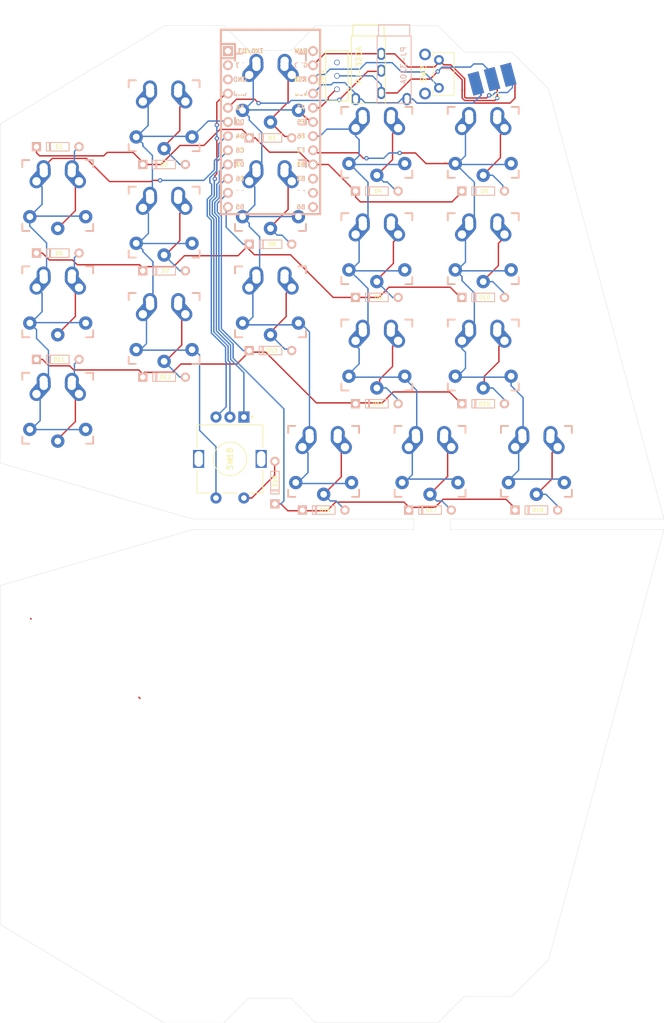
<source format=kicad_pcb>
(kicad_pcb (version 20171130) (host pcbnew "(5.1.2)-2")
  (layers (0 F.Cu signal) (31 B.Cu signal) (34 B.Paste user) (35 F.Paste user) (36 B.SilkS user) (37 F.SilkS user) (38 B.Mask user) (39 F.Mask user) (44 Edge.Cuts user))
  (net 0 "")
  (net 1 Row0)
  (net 2 "Net-(D1-Pad1)")
  (net 3 "Net-(D2-Pad1)")
  (net 4 "Net-(D3-Pad1)")
  (net 5 "Net-(D4-Pad1)")
  (net 6 "Net-(D5-Pad1)")
  (net 7 Row1)
  (net 8 "Net-(D6-Pad1)")
  (net 9 "Net-(D7-Pad1)")
  (net 10 "Net-(D8-Pad1)")
  (net 11 "Net-(D9-Pad1)")
  (net 12 "Net-(D10-Pad1)")
  (net 13 Row2)
  (net 14 "Net-(D11-Pad1)")
  (net 15 "Net-(D12-Pad1)")
  (net 16 "Net-(D13-Pad1)")
  (net 17 "Net-(D14-Pad1)")
  (net 18 "Net-(D15-Pad1)")
  (net 19 Row3)
  (net 20 "Net-(D16-Pad1)")
  (net 21 "Net-(D17-Pad1)")
  (net 22 "Net-(D18-Pad1)")
  (net 23 "Net-(D19-Pad1)")
  (net 24 GND)
  (net 25 VCC)
  (net 26 DI)
  (net 27 Comm)
  (net 28 MCURGB)
  (net 29 "Net-(SW2-Pad2)")
  (net 30 Col0)
  (net 31 Col1)
  (net 32 Col2)
  (net 33 Col3)
  (net 34 Col4)
  (net 35 E1)
  (net 36 E2)
  (net 37 EGND)
  (module random-keyboard-parts:breakaway-mousebites (layer F.Cu) (at 140.9065 106.045)
    (fp_text reference REF**)
    (fp_text value breakaway-mousebites)
    (pad "" np_thru_hole circle (at -2.54 -0.254) (size 0.7874 0.7874) (drill 0.7874) (layers *.Cu *.Mask))
    (pad "" np_thru_hole circle (at -1.27 -0.254) (size 0.7874 0.7874) (drill 0.7874) (layers *.Cu *.Mask))
    (pad "" np_thru_hole circle (at 2.54 -0.254) (size 0.7874 0.7874) (drill 0.7874) (layers *.Cu *.Mask))
    (pad "" np_thru_hole circle (at 1.27 -0.254) (size 0.7874 0.7874) (drill 0.7874) (layers *.Cu *.Mask))
    (pad "" np_thru_hole circle (at 0 -0.254) (size 0.7874 0.7874) (drill 0.7874) (layers *.Cu *.Mask))
  )
  (module KeyboardFootprints:Hole_2mm (layer F.Cu) (at 85.77834 42.0497)
    (fp_text reference H5 hide)
    (fp_text value Hole)
    (pad "" np_thru_hole circle (at 0 0) (size 2 2) (drill 2) (layers *.Cu *.Mask))
  )
  (module KeyboardFootprints:Hole_2mm (layer B.Cu) (at 85.77834 169.4053)
    (fp_text reference H5 hide)
    (fp_text value Hole)
    (pad "" np_thru_hole circle (at 0 0) (size 2 2) (drill 2) (layers *.Cu *.Mask))
  )
  (module KeyboardFootprints:Hole_2mm (layer F.Cu) (at 119.00154 56.3626)
    (fp_text reference H4 hide)
    (fp_text value Hole)
    (pad "" np_thru_hole circle (at 0 0) (size 2 2) (drill 2) (layers *.Cu *.Mask))
  )
  (module KeyboardFootprints:Hole_2mm (layer B.Cu) (at 119.00154 155.0924)
    (fp_text reference H4 hide)
    (fp_text value Hole)
    (pad "" np_thru_hole circle (at 0 0) (size 2 2) (drill 2) (layers *.Cu *.Mask))
  )
  (module KeyboardFootprints:Hole_2mm (layer F.Cu) (at 140.49756 37.338)
    (fp_text reference H3 hide)
    (fp_text value Hole)
    (pad "" np_thru_hole circle (at 0 0) (size 2 2) (drill 2) (layers *.Cu *.Mask))
  )
  (module KeyboardFootprints:Hole_2mm (layer B.Cu) (at 140.49756 174.117)
    (fp_text reference H3 hide)
    (fp_text value Hole)
    (pad "" np_thru_hole circle (at 0 0) (size 2 2) (drill 2) (layers *.Cu *.Mask))
  )
  (module KeyboardFootprints:Hole_2mm (layer F.Cu) (at 150.02256 87.39378)
    (fp_text reference H2 hide)
    (fp_text value Hole)
    (pad "" np_thru_hole circle (at 0 0) (size 2 2) (drill 2) (layers *.Cu *.Mask))
  )
  (module KeyboardFootprints:Hole_2mm (layer B.Cu) (at 150.02256 124.06122)
    (fp_text reference H2 hide)
    (fp_text value Hole)
    (pad "" np_thru_hole circle (at 0 0) (size 2 2) (drill 2) (layers *.Cu *.Mask))
  )
  (module KeyboardFootprints:Hole_2mm (layer F.Cu) (at 80.89392 75.40498)
    (fp_text reference H1 hide)
    (fp_text value Hole)
    (pad "" np_thru_hole circle (at 0 0) (size 2 2) (drill 2) (layers *.Cu *.Mask))
  )
  (module KeyboardFootprints:Hole_2mm (layer B.Cu) (at 80.89392 136.05002)
    (fp_text reference H1 hide)
    (fp_text value Hole)
    (pad "" np_thru_hole circle (at 0 0) (size 2 2) (drill 2) (layers *.Cu *.Mask))
  )
  (module KeyboardFootprints:2Pos-Switch (layer F.Cu) (at 123.825 25.4 270)
    (fp_text reference SW1 (at 0.313 2.846 90) (layer F.SilkS))
    (fp_text value 2-Pos)
    (pad 3 thru_hole circle (at 2.4 0 270) (size 1 1) (drill 0.762) (layers *.Cu *.Mask) (net 28 MCURGB))
    (pad 2 thru_hole circle (at 0 0 270) (size 1 1) (drill 0.762) (layers *.Cu *.Mask) (net 26 DI))
    (pad 1 thru_hole circle (at -2.4 0 270) (size 1 1) (drill 0.762) (layers *.Cu *.Mask))
  )
  (module KeyboardFootprints:WS2812B-Pad (layer F.Cu) (at 151.610423 25.985957 15)
    (fp_text reference L1 (at 0 3 15) (layer F.SilkS))
    (fp_text value WS2812B)
    (pad 2 smd rect (at -3 0 195) (size 2 4) (layers B.Cu B.Mask) (net 25 VCC))
    (pad 3 smd rect (at 3 0 195) (size 2 4) (layers B.Cu B.Mask) (net 24 GND))
    (pad 1 smd rect (at 0 0 195) (size 2 4) (layers B.Cu B.Mask) (net 26 DI))
    (pad 3 smd rect (at -3 0 15) (size 2 4) (layers F.Cu F.Mask) (net 24 GND))
    (pad 2 smd rect (at 3 0 15) (size 2 4) (layers F.Cu F.Mask) (net 25 VCC))
    (pad 1 smd rect (at 0 0 15) (size 2 4) (layers F.Cu F.Mask) (net 26 DI))
  )
  (module KeyboardFootprints:ProMicro (layer F.Cu) (at 111.91875 34.925 270)
    (fp_text reference U1 hide)
    (fp_text value ProMicro hide)
    (fp_text user ST (at -8.91 -5.04) (layer B.SilkS) (effects (font (size 0.8 0.8)) (justify mirror)))
    (fp_text user TX0/D3 (at -13.97 3.571872) (layer F.SilkS) (effects (font (size 0.8 0.8))))
    (fp_text user TX0/D3 (at -13.97 3.571872) (layer B.SilkS) (effects (font (size 0.8 0.8)) (justify mirror)))
    (fp_text user D2 (at -11.43 5.461) (layer F.SilkS) (effects (font (size 0.8 0.8))))
    (fp_text user D0 (at -1.27 5.461) (layer F.SilkS) (effects (font (size 0.8 0.8))))
    (fp_text user D1 (at -3.81 5.461) (layer F.SilkS) (effects (font (size 0.8 0.8))))
    (fp_text user GND (at -6.35 5.461) (layer F.SilkS) (effects (font (size 0.8 0.8))))
    (fp_text user GND (at -8.89 5.461) (layer F.SilkS) (effects (font (size 0.8 0.8))))
    (fp_text user D4 (at 1.27 5.461) (layer F.SilkS) (effects (font (size 0.8 0.8))))
    (fp_text user C6 (at 3.81 5.461) (layer F.SilkS) (effects (font (size 0.8 0.8))))
    (fp_text user D7 (at 6.35 5.461) (layer F.SilkS) (effects (font (size 0.8 0.8))))
    (fp_text user E6 (at 8.89 5.461) (layer F.SilkS) (effects (font (size 0.8 0.8))))
    (fp_text user B4 (at 11.43 5.461) (layer F.SilkS) (effects (font (size 0.8 0.8))))
    (fp_text user B5 (at 13.97 5.461) (layer F.SilkS) (effects (font (size 0.8 0.8))))
    (fp_text user B6 (at 13.97 -5.461) (layer F.SilkS) (effects (font (size 0.8 0.8))))
    (fp_text user B2 (at 11.43 -5.461) (layer B.SilkS) (effects (font (size 0.8 0.8)) (justify mirror)))
    (fp_text user B3 (at 8.89 -5.461) (layer F.SilkS) (effects (font (size 0.8 0.8))))
    (fp_text user B1 (at 6.35 -5.461) (layer F.SilkS) (effects (font (size 0.8 0.8))))
    (fp_text user F7 (at 3.81 -5.461) (layer B.SilkS) (effects (font (size 0.8 0.8)) (justify mirror)))
    (fp_text user F6 (at 1.27 -5.461) (layer B.SilkS) (effects (font (size 0.8 0.8)) (justify mirror)))
    (fp_text user F5 (at -1.27 -5.461) (layer B.SilkS) (effects (font (size 0.8 0.8)) (justify mirror)))
    (fp_text user F4 (at -3.81 -5.461) (layer F.SilkS) (effects (font (size 0.8 0.8))))
    (fp_text user VCC (at -6.35 -5.461) (layer F.SilkS) (effects (font (size 0.8 0.8))))
    (fp_text user ST (at -8.92 -5.73312) (layer F.SilkS) (effects (font (size 0.8 0.8))))
    (fp_text user GND (at -11.43 -5.461) (layer F.SilkS) (effects (font (size 0.8 0.8))))
    (fp_text user RAW (at -13.97 -5.461) (layer F.SilkS) (effects (font (size 0.8 0.8))))
    (fp_text user RAW (at -13.97 -5.461) (layer B.SilkS) (effects (font (size 0.8 0.8)) (justify mirror)))
    (fp_text user GND (at -11.43 -5.461) (layer B.SilkS) (effects (font (size 0.8 0.8)) (justify mirror)))
    (fp_text user VCC (at -6.35 -5.461) (layer B.SilkS) (effects (font (size 0.8 0.8)) (justify mirror)))
    (fp_text user F4 (at -3.81 -5.461) (layer B.SilkS) (effects (font (size 0.8 0.8)) (justify mirror)))
    (fp_text user F5 (at -1.27 -5.461) (layer F.SilkS) (effects (font (size 0.8 0.8))))
    (fp_text user F6 (at 1.27 -5.461) (layer F.SilkS) (effects (font (size 0.8 0.8))))
    (fp_text user F7 (at 3.81 -5.461) (layer F.SilkS) (effects (font (size 0.8 0.8))))
    (fp_text user B1 (at 6.35 -5.461) (layer B.SilkS) (effects (font (size 0.8 0.8)) (justify mirror)))
    (fp_text user B3 (at 8.89 -5.461) (layer B.SilkS) (effects (font (size 0.8 0.8)) (justify mirror)))
    (fp_text user B2 (at 11.43 -5.461) (layer F.SilkS) (effects (font (size 0.8 0.8))))
    (fp_text user B6 (at 13.97 -5.461) (layer B.SilkS) (effects (font (size 0.8 0.8)) (justify mirror)))
    (fp_text user B5 (at 13.97 5.461) (layer B.SilkS) (effects (font (size 0.8 0.8)) (justify mirror)))
    (fp_text user B4 (at 11.43 5.461) (layer B.SilkS) (effects (font (size 0.8 0.8)) (justify mirror)))
    (fp_text user E6 (at 8.89 5.461) (layer B.SilkS) (effects (font (size 0.8 0.8)) (justify mirror)))
    (fp_text user D7 (at 6.35 5.461) (layer B.SilkS) (effects (font (size 0.8 0.8)) (justify mirror)))
    (fp_text user C6 (at 3.81 5.461) (layer B.SilkS) (effects (font (size 0.8 0.8)) (justify mirror)))
    (fp_text user D4 (at 1.27 5.461) (layer B.SilkS) (effects (font (size 0.8 0.8)) (justify mirror)))
    (fp_text user GND (at -8.89 5.461) (layer B.SilkS) (effects (font (size 0.8 0.8)) (justify mirror)))
    (fp_text user GND (at -6.35 5.461) (layer B.SilkS) (effects (font (size 0.8 0.8)) (justify mirror)))
    (fp_text user D1 (at -3.81 5.461) (layer B.SilkS) (effects (font (size 0.8 0.8)) (justify mirror)))
    (fp_text user D0 (at -1.27 5.461) (layer B.SilkS) (effects (font (size 0.8 0.8)) (justify mirror)))
    (fp_text user D2 (at -11.43 5.461) (layer B.SilkS) (effects (font (size 0.8 0.8)) (justify mirror)))
    (pad 24 thru_hole circle (at -13.97 -7.62 270) (size 1.7526 1.7526) (drill 1.0922) (layers *.Cu *.SilkS *.Mask))
    (pad 12 thru_hole circle (at 13.97 7.62 270) (size 1.7526 1.7526) (drill 1.0922) (layers *.Cu *.SilkS *.Mask) (net 7 Row1))
    (pad 23 thru_hole circle (at -11.43 -7.62 270) (size 1.7526 1.7526) (drill 1.0922) (layers *.Cu *.SilkS *.Mask) (net 24 GND))
    (pad 22 thru_hole circle (at -8.89 -7.62 270) (size 1.7526 1.7526) (drill 1.0922) (layers *.Cu *.SilkS *.Mask) (net 29 "Net-(SW2-Pad2)"))
    (pad 21 thru_hole circle (at -6.35 -7.62 270) (size 1.7526 1.7526) (drill 1.0922) (layers *.Cu *.SilkS *.Mask) (net 25 VCC))
    (pad 20 thru_hole circle (at -3.81 -7.62 270) (size 1.7526 1.7526) (drill 1.0922) (layers *.Cu *.SilkS *.Mask) (net 28 MCURGB))
    (pad 19 thru_hole circle (at -1.27 -7.62 270) (size 1.7526 1.7526) (drill 1.0922) (layers *.Cu *.SilkS *.Mask) (net 32 Col2))
    (pad 18 thru_hole circle (at 1.27 -7.62 270) (size 1.7526 1.7526) (drill 1.0922) (layers *.Cu *.SilkS *.Mask) (net 33 Col3))
    (pad 17 thru_hole circle (at 3.81 -7.62 270) (size 1.7526 1.7526) (drill 1.0922) (layers *.Cu *.SilkS *.Mask) (net 34 Col4))
    (pad 16 thru_hole circle (at 6.35 -7.62 270) (size 1.7526 1.7526) (drill 1.0922) (layers *.Cu *.SilkS *.Mask) (net 1 Row0))
    (pad 15 thru_hole circle (at 8.89 -7.62 270) (size 1.7526 1.7526) (drill 1.0922) (layers *.Cu *.SilkS *.Mask))
    (pad 14 thru_hole circle (at 11.43 -7.62 270) (size 1.7526 1.7526) (drill 1.0922) (layers *.Cu *.SilkS *.Mask))
    (pad 13 thru_hole circle (at 13.97 -7.62 270) (size 1.7526 1.7526) (drill 1.0922) (layers *.Cu *.SilkS *.Mask))
    (pad 11 thru_hole circle (at 11.43 7.62 270) (size 1.7526 1.7526) (drill 1.0922) (layers *.Cu *.SilkS *.Mask) (net 13 Row2))
    (pad 10 thru_hole circle (at 8.89 7.62 270) (size 1.7526 1.7526) (drill 1.0922) (layers *.Cu *.SilkS *.Mask) (net 19 Row3))
    (pad 9 thru_hole circle (at 6.35 7.62 270) (size 1.7526 1.7526) (drill 1.0922) (layers *.Cu *.SilkS *.Mask) (net 35 E1))
    (pad 8 thru_hole circle (at 3.81 7.62 270) (size 1.7526 1.7526) (drill 1.0922) (layers *.Cu *.SilkS *.Mask) (net 36 E2))
    (pad 7 thru_hole circle (at 1.27 7.62 270) (size 1.7526 1.7526) (drill 1.0922) (layers *.Cu *.SilkS *.Mask) (net 30 Col0))
    (pad 6 thru_hole circle (at -1.27 7.62 270) (size 1.7526 1.7526) (drill 1.0922) (layers *.Cu *.SilkS *.Mask) (net 31 Col1))
    (pad 5 thru_hole circle (at -3.81 7.62 270) (size 1.7526 1.7526) (drill 1.0922) (layers *.Cu *.SilkS *.Mask) (net 27 Comm))
    (pad 4 thru_hole circle (at -6.35 7.62 270) (size 1.7526 1.7526) (drill 1.0922) (layers *.Cu *.SilkS *.Mask) (net 37 EGND))
    (pad 3 thru_hole circle (at -8.89 7.62 270) (size 1.7526 1.7526) (drill 1.0922) (layers *.Cu *.SilkS *.Mask))
    (pad 2 thru_hole circle (at -11.43 7.62 270) (size 1.7526 1.7526) (drill 1.0922) (layers *.Cu *.SilkS *.Mask))
    (pad 1 thru_hole rect (at -13.97 7.62 270) (size 1.7526 1.7526) (drill 1.0922) (layers *.Cu *.SilkS *.Mask))
  )
  (module KeyboardFootprints:MX_Choc_Symmetric (layer F.Cu) (at 159.54375 94.45625)
    (fp_text reference SW21)
    (fp_text value Switch)
    (pad 1 smd circle (at -5 3.8) (size 2.4 2.4) (layers B.Cu) (net 34 Col4))
    (pad 1 smd circle (at 5 3.8) (size 2.4 2.4) (layers B.Cu) (net 34 Col4))
    (pad 2 smd circle (at 0 5.9) (size 2.4 2.4) (layers B.Cu) (net 22 "Net-(D18-Pad1)"))
    (pad 1 smd circle (at -5 3.8) (size 2.4 2.4) (layers F.Cu) (net 34 Col4))
    (pad 2 smd circle (at 0 5.9) (size 2.4 2.4) (layers F.Cu) (net 22 "Net-(D18-Pad1)"))
    (pad 1 smd circle (at 5 3.8) (size 2.4 2.4) (layers F.Cu) (net 34 Col4))
    (pad "" np_thru_hole circle (at -5.22 -4.2 180) (size 1.2 1.2) (drill 1.2) (layers *.Cu *.Mask))
    (pad 1 thru_hole circle (at 5 3.8 180) (size 2 2) (drill 1.2) (layers *.Cu *.Mask) (net 34 Col4))
    (pad 2 thru_hole circle (at 0 5.9 180) (size 2 2) (drill 1.2) (layers *.Cu *.Mask) (net 22 "Net-(D18-Pad1)"))
    (pad 1 thru_hole circle (at -5 3.8 180) (size 2 2) (drill 1.2) (layers *.Cu *.Mask) (net 34 Col4))
    (pad "" np_thru_hole circle (at 0 0 180) (size 3.4 3.4) (drill 3.4) (layers *.Cu *.Mask))
    (pad "" np_thru_hole circle (at 5.5 0 228.1) (size 1.9 1.9) (drill 1.9) (layers *.Cu *.Mask))
    (pad "" np_thru_hole circle (at -5.5 0 228.1) (size 1.9 1.9) (drill 1.9) (layers *.Cu *.Mask))
    (pad "" np_thru_hole circle (at 5.22 -4.2 180) (size 1.2 1.2) (drill 1.2) (layers *.Cu *.Mask))
    (pad 2 smd oval (at 2.52 -4.79 356.1) (size 2.5 3.081378) (layers F.Cu) (net 22 "Net-(D18-Pad1)"))
    (pad 2 thru_hole circle (at 2.54 -5.08 331) (size 2 2) (drill 1.5) (layers *.Cu *.Mask) (net 22 "Net-(D18-Pad1)"))
    (pad 1 thru_hole circle (at -2.5 -4 330.95) (size 2 2) (drill 1.5) (layers *.Cu *.Mask) (net 34 Col4))
    (pad 2 thru_hole circle (at 2.5 -4.5 330.95) (size 2 2) (drill 1.5) (layers *.Cu *.Mask) (net 22 "Net-(D18-Pad1)"))
    (pad "" np_thru_hole circle (at -5.08 0) (size 1.8 1.8) (drill 1.8) (layers *.Cu *.Mask))
    (pad 1 thru_hole circle (at -3.81 -2.54 330.95) (size 2 2) (drill 1.5) (layers *.Cu *.Mask) (net 34 Col4))
    (pad 2 thru_hole circle (at 3.81 -2.54 331) (size 2 2) (drill 1.5) (layers *.Cu *.Mask) (net 22 "Net-(D18-Pad1)"))
    (pad 1 smd oval (at -2.52 -4.79 3.9) (size 2.5 3.081378) (layers F.Cu) (net 34 Col4))
    (pad 1 smd oval (at -2.52 -4.79 3.9) (size 2.5 3.081378) (layers B.Cu) (net 34 Col4))
    (pad 1 thru_hole circle (at -2.54 -5.08 330.95) (size 2 2) (drill 1.5) (layers *.Cu *.Mask) (net 34 Col4))
    (pad 2 thru_hole circle (at 2.5 -4) (size 2 2) (drill 1.5) (layers *.Cu *.Mask) (net 22 "Net-(D18-Pad1)"))
    (pad 2 smd oval (at 2.52 -4.79 356.1) (size 2.5 3.081378) (layers B.Cu) (net 22 "Net-(D18-Pad1)"))
    (pad 2 smd oval (at 3.155 -3.27 221.9) (size 2.5 4.461556) (layers B.Cu) (net 22 "Net-(D18-Pad1)"))
    (pad "" np_thru_hole circle (at 5.08 0) (size 1.8 1.8) (drill 1.8) (layers *.Cu *.Mask))
    (pad 1 smd oval (at -3.155 -3.27 138.1) (size 2.5 4.461556) (layers F.Cu) (net 34 Col4))
    (pad 1 smd oval (at -3.155 -3.27 138.1) (size 2.5 4.461556) (layers B.Cu) (net 34 Col4))
    (pad 1 thru_hole circle (at -2.5 -4.5 330.95) (size 2 2) (drill 1.5) (layers *.Cu *.Mask) (net 34 Col4))
    (pad 2 smd oval (at 3.155 -3.27 221.9) (size 2.5 4.461556) (layers F.Cu) (net 22 "Net-(D18-Pad1)"))
    (pad "" np_thru_hole circle (at 0 0) (size 3.4 3.4) (drill 3.4) (layers *.Cu *.Mask))
  )
  (module KeyboardFootprints:MX_Choc_Symmetric (layer F.Cu) (at 140.49375 94.45625)
    (fp_text reference SW20)
    (fp_text value Switch)
    (pad 1 smd circle (at -5 3.8) (size 2.4 2.4) (layers B.Cu) (net 33 Col3))
    (pad 1 smd circle (at 5 3.8) (size 2.4 2.4) (layers B.Cu) (net 33 Col3))
    (pad 2 smd circle (at 0 5.9) (size 2.4 2.4) (layers B.Cu) (net 21 "Net-(D17-Pad1)"))
    (pad 1 smd circle (at -5 3.8) (size 2.4 2.4) (layers F.Cu) (net 33 Col3))
    (pad 2 smd circle (at 0 5.9) (size 2.4 2.4) (layers F.Cu) (net 21 "Net-(D17-Pad1)"))
    (pad 1 smd circle (at 5 3.8) (size 2.4 2.4) (layers F.Cu) (net 33 Col3))
    (pad "" np_thru_hole circle (at -5.22 -4.2 180) (size 1.2 1.2) (drill 1.2) (layers *.Cu *.Mask))
    (pad 1 thru_hole circle (at 5 3.8 180) (size 2 2) (drill 1.2) (layers *.Cu *.Mask) (net 33 Col3))
    (pad 2 thru_hole circle (at 0 5.9 180) (size 2 2) (drill 1.2) (layers *.Cu *.Mask) (net 21 "Net-(D17-Pad1)"))
    (pad 1 thru_hole circle (at -5 3.8 180) (size 2 2) (drill 1.2) (layers *.Cu *.Mask) (net 33 Col3))
    (pad "" np_thru_hole circle (at 0 0 180) (size 3.4 3.4) (drill 3.4) (layers *.Cu *.Mask))
    (pad "" np_thru_hole circle (at 5.5 0 228.1) (size 1.9 1.9) (drill 1.9) (layers *.Cu *.Mask))
    (pad "" np_thru_hole circle (at -5.5 0 228.1) (size 1.9 1.9) (drill 1.9) (layers *.Cu *.Mask))
    (pad "" np_thru_hole circle (at 5.22 -4.2 180) (size 1.2 1.2) (drill 1.2) (layers *.Cu *.Mask))
    (pad 2 smd oval (at 2.52 -4.79 356.1) (size 2.5 3.081378) (layers F.Cu) (net 21 "Net-(D17-Pad1)"))
    (pad 2 thru_hole circle (at 2.54 -5.08 331) (size 2 2) (drill 1.5) (layers *.Cu *.Mask) (net 21 "Net-(D17-Pad1)"))
    (pad 1 thru_hole circle (at -2.5 -4 330.95) (size 2 2) (drill 1.5) (layers *.Cu *.Mask) (net 33 Col3))
    (pad 2 thru_hole circle (at 2.5 -4.5 330.95) (size 2 2) (drill 1.5) (layers *.Cu *.Mask) (net 21 "Net-(D17-Pad1)"))
    (pad "" np_thru_hole circle (at -5.08 0) (size 1.8 1.8) (drill 1.8) (layers *.Cu *.Mask))
    (pad 1 thru_hole circle (at -3.81 -2.54 330.95) (size 2 2) (drill 1.5) (layers *.Cu *.Mask) (net 33 Col3))
    (pad 2 thru_hole circle (at 3.81 -2.54 331) (size 2 2) (drill 1.5) (layers *.Cu *.Mask) (net 21 "Net-(D17-Pad1)"))
    (pad 1 smd oval (at -2.52 -4.79 3.9) (size 2.5 3.081378) (layers F.Cu) (net 33 Col3))
    (pad 1 smd oval (at -2.52 -4.79 3.9) (size 2.5 3.081378) (layers B.Cu) (net 33 Col3))
    (pad 1 thru_hole circle (at -2.54 -5.08 330.95) (size 2 2) (drill 1.5) (layers *.Cu *.Mask) (net 33 Col3))
    (pad 2 thru_hole circle (at 2.5 -4) (size 2 2) (drill 1.5) (layers *.Cu *.Mask) (net 21 "Net-(D17-Pad1)"))
    (pad 2 smd oval (at 2.52 -4.79 356.1) (size 2.5 3.081378) (layers B.Cu) (net 21 "Net-(D17-Pad1)"))
    (pad 2 smd oval (at 3.155 -3.27 221.9) (size 2.5 4.461556) (layers B.Cu) (net 21 "Net-(D17-Pad1)"))
    (pad "" np_thru_hole circle (at 5.08 0) (size 1.8 1.8) (drill 1.8) (layers *.Cu *.Mask))
    (pad 1 smd oval (at -3.155 -3.27 138.1) (size 2.5 4.461556) (layers F.Cu) (net 33 Col3))
    (pad 1 smd oval (at -3.155 -3.27 138.1) (size 2.5 4.461556) (layers B.Cu) (net 33 Col3))
    (pad 1 thru_hole circle (at -2.5 -4.5 330.95) (size 2 2) (drill 1.5) (layers *.Cu *.Mask) (net 33 Col3))
    (pad 2 smd oval (at 3.155 -3.27 221.9) (size 2.5 4.461556) (layers F.Cu) (net 21 "Net-(D17-Pad1)"))
    (pad "" np_thru_hole circle (at 0 0) (size 3.4 3.4) (drill 3.4) (layers *.Cu *.Mask))
  )
  (module KeyboardFootprints:MX_Choc_Symmetric (layer F.Cu) (at 121.44375 94.45625)
    (fp_text reference SW19)
    (fp_text value Switch)
    (pad 1 smd circle (at -5 3.8) (size 2.4 2.4) (layers B.Cu) (net 32 Col2))
    (pad 1 smd circle (at 5 3.8) (size 2.4 2.4) (layers B.Cu) (net 32 Col2))
    (pad 2 smd circle (at 0 5.9) (size 2.4 2.4) (layers B.Cu) (net 20 "Net-(D16-Pad1)"))
    (pad 1 smd circle (at -5 3.8) (size 2.4 2.4) (layers F.Cu) (net 32 Col2))
    (pad 2 smd circle (at 0 5.9) (size 2.4 2.4) (layers F.Cu) (net 20 "Net-(D16-Pad1)"))
    (pad 1 smd circle (at 5 3.8) (size 2.4 2.4) (layers F.Cu) (net 32 Col2))
    (pad "" np_thru_hole circle (at -5.22 -4.2 180) (size 1.2 1.2) (drill 1.2) (layers *.Cu *.Mask))
    (pad 1 thru_hole circle (at 5 3.8 180) (size 2 2) (drill 1.2) (layers *.Cu *.Mask) (net 32 Col2))
    (pad 2 thru_hole circle (at 0 5.9 180) (size 2 2) (drill 1.2) (layers *.Cu *.Mask) (net 20 "Net-(D16-Pad1)"))
    (pad 1 thru_hole circle (at -5 3.8 180) (size 2 2) (drill 1.2) (layers *.Cu *.Mask) (net 32 Col2))
    (pad "" np_thru_hole circle (at 0 0 180) (size 3.4 3.4) (drill 3.4) (layers *.Cu *.Mask))
    (pad "" np_thru_hole circle (at 5.5 0 228.1) (size 1.9 1.9) (drill 1.9) (layers *.Cu *.Mask))
    (pad "" np_thru_hole circle (at -5.5 0 228.1) (size 1.9 1.9) (drill 1.9) (layers *.Cu *.Mask))
    (pad "" np_thru_hole circle (at 5.22 -4.2 180) (size 1.2 1.2) (drill 1.2) (layers *.Cu *.Mask))
    (pad 2 smd oval (at 2.52 -4.79 356.1) (size 2.5 3.081378) (layers F.Cu) (net 20 "Net-(D16-Pad1)"))
    (pad 2 thru_hole circle (at 2.54 -5.08 331) (size 2 2) (drill 1.5) (layers *.Cu *.Mask) (net 20 "Net-(D16-Pad1)"))
    (pad 1 thru_hole circle (at -2.5 -4 330.95) (size 2 2) (drill 1.5) (layers *.Cu *.Mask) (net 32 Col2))
    (pad 2 thru_hole circle (at 2.5 -4.5 330.95) (size 2 2) (drill 1.5) (layers *.Cu *.Mask) (net 20 "Net-(D16-Pad1)"))
    (pad "" np_thru_hole circle (at -5.08 0) (size 1.8 1.8) (drill 1.8) (layers *.Cu *.Mask))
    (pad 1 thru_hole circle (at -3.81 -2.54 330.95) (size 2 2) (drill 1.5) (layers *.Cu *.Mask) (net 32 Col2))
    (pad 2 thru_hole circle (at 3.81 -2.54 331) (size 2 2) (drill 1.5) (layers *.Cu *.Mask) (net 20 "Net-(D16-Pad1)"))
    (pad 1 smd oval (at -2.52 -4.79 3.9) (size 2.5 3.081378) (layers F.Cu) (net 32 Col2))
    (pad 1 smd oval (at -2.52 -4.79 3.9) (size 2.5 3.081378) (layers B.Cu) (net 32 Col2))
    (pad 1 thru_hole circle (at -2.54 -5.08 330.95) (size 2 2) (drill 1.5) (layers *.Cu *.Mask) (net 32 Col2))
    (pad 2 thru_hole circle (at 2.5 -4) (size 2 2) (drill 1.5) (layers *.Cu *.Mask) (net 20 "Net-(D16-Pad1)"))
    (pad 2 smd oval (at 2.52 -4.79 356.1) (size 2.5 3.081378) (layers B.Cu) (net 20 "Net-(D16-Pad1)"))
    (pad 2 smd oval (at 3.155 -3.27 221.9) (size 2.5 4.461556) (layers B.Cu) (net 20 "Net-(D16-Pad1)"))
    (pad "" np_thru_hole circle (at 5.08 0) (size 1.8 1.8) (drill 1.8) (layers *.Cu *.Mask))
    (pad 1 smd oval (at -3.155 -3.27 138.1) (size 2.5 4.461556) (layers F.Cu) (net 32 Col2))
    (pad 1 smd oval (at -3.155 -3.27 138.1) (size 2.5 4.461556) (layers B.Cu) (net 32 Col2))
    (pad 1 thru_hole circle (at -2.5 -4.5 330.95) (size 2 2) (drill 1.5) (layers *.Cu *.Mask) (net 32 Col2))
    (pad 2 smd oval (at 3.155 -3.27 221.9) (size 2.5 4.461556) (layers F.Cu) (net 20 "Net-(D16-Pad1)"))
    (pad "" np_thru_hole circle (at 0 0) (size 3.4 3.4) (drill 3.4) (layers *.Cu *.Mask))
  )
  (module KeyboardFootprints:REsw (layer F.Cu) (at 107.15625 86.51875 270)
    (fp_text reference SW18 (at 7.5 2.5 90) (layer F.SilkS))
    (fp_text value REsw)
    (pad A thru_hole rect (at 0 0 270) (size 2 2) (drill 1) (layers *.Cu *.Mask) (net 35 E1))
    (pad C thru_hole circle (at 0 2.5 270) (size 2 2) (drill 1) (layers *.Cu *.Mask) (net 37 EGND))
    (pad B thru_hole circle (at 0 5 270) (size 2 2) (drill 1) (layers *.Cu *.Mask) (net 36 E2))
    (pad MP thru_hole rect (at 7.5 -3.1 270) (size 3.2 2) (drill oval 2.8 1.5) (layers *.Cu *.Mask))
    (pad MP thru_hole rect (at 7.5 8.1 270) (size 3.2 2) (drill oval 2.8 1.5) (layers *.Cu *.Mask))
    (pad S2 thru_hole circle (at 14.5 0 270) (size 2 2) (drill 1) (layers *.Cu *.Mask) (net 23 "Net-(D19-Pad1)"))
    (pad S1 thru_hole circle (at 14.5 5 270) (size 2 2) (drill 1) (layers *.Cu *.Mask) (net 31 Col1))
  )
  (module KeyboardFootprints:MX_Choc_Symmetric (layer F.Cu) (at 150.01875 75.40625)
    (fp_text reference SW17)
    (fp_text value Switch)
    (pad 1 smd circle (at -5 3.8) (size 2.4 2.4) (layers B.Cu) (net 34 Col4))
    (pad 1 smd circle (at 5 3.8) (size 2.4 2.4) (layers B.Cu) (net 34 Col4))
    (pad 2 smd circle (at 0 5.9) (size 2.4 2.4) (layers B.Cu) (net 18 "Net-(D15-Pad1)"))
    (pad 1 smd circle (at -5 3.8) (size 2.4 2.4) (layers F.Cu) (net 34 Col4))
    (pad 2 smd circle (at 0 5.9) (size 2.4 2.4) (layers F.Cu) (net 18 "Net-(D15-Pad1)"))
    (pad 1 smd circle (at 5 3.8) (size 2.4 2.4) (layers F.Cu) (net 34 Col4))
    (pad "" np_thru_hole circle (at -5.22 -4.2 180) (size 1.2 1.2) (drill 1.2) (layers *.Cu *.Mask))
    (pad 1 thru_hole circle (at 5 3.8 180) (size 2 2) (drill 1.2) (layers *.Cu *.Mask) (net 34 Col4))
    (pad 2 thru_hole circle (at 0 5.9 180) (size 2 2) (drill 1.2) (layers *.Cu *.Mask) (net 18 "Net-(D15-Pad1)"))
    (pad 1 thru_hole circle (at -5 3.8 180) (size 2 2) (drill 1.2) (layers *.Cu *.Mask) (net 34 Col4))
    (pad "" np_thru_hole circle (at 0 0 180) (size 3.4 3.4) (drill 3.4) (layers *.Cu *.Mask))
    (pad "" np_thru_hole circle (at 5.5 0 228.1) (size 1.9 1.9) (drill 1.9) (layers *.Cu *.Mask))
    (pad "" np_thru_hole circle (at -5.5 0 228.1) (size 1.9 1.9) (drill 1.9) (layers *.Cu *.Mask))
    (pad "" np_thru_hole circle (at 5.22 -4.2 180) (size 1.2 1.2) (drill 1.2) (layers *.Cu *.Mask))
    (pad 2 smd oval (at 2.52 -4.79 356.1) (size 2.5 3.081378) (layers F.Cu) (net 18 "Net-(D15-Pad1)"))
    (pad 2 thru_hole circle (at 2.54 -5.08 331) (size 2 2) (drill 1.5) (layers *.Cu *.Mask) (net 18 "Net-(D15-Pad1)"))
    (pad 1 thru_hole circle (at -2.5 -4 330.95) (size 2 2) (drill 1.5) (layers *.Cu *.Mask) (net 34 Col4))
    (pad 2 thru_hole circle (at 2.5 -4.5 330.95) (size 2 2) (drill 1.5) (layers *.Cu *.Mask) (net 18 "Net-(D15-Pad1)"))
    (pad "" np_thru_hole circle (at -5.08 0) (size 1.8 1.8) (drill 1.8) (layers *.Cu *.Mask))
    (pad 1 thru_hole circle (at -3.81 -2.54 330.95) (size 2 2) (drill 1.5) (layers *.Cu *.Mask) (net 34 Col4))
    (pad 2 thru_hole circle (at 3.81 -2.54 331) (size 2 2) (drill 1.5) (layers *.Cu *.Mask) (net 18 "Net-(D15-Pad1)"))
    (pad 1 smd oval (at -2.52 -4.79 3.9) (size 2.5 3.081378) (layers F.Cu) (net 34 Col4))
    (pad 1 smd oval (at -2.52 -4.79 3.9) (size 2.5 3.081378) (layers B.Cu) (net 34 Col4))
    (pad 1 thru_hole circle (at -2.54 -5.08 330.95) (size 2 2) (drill 1.5) (layers *.Cu *.Mask) (net 34 Col4))
    (pad 2 thru_hole circle (at 2.5 -4) (size 2 2) (drill 1.5) (layers *.Cu *.Mask) (net 18 "Net-(D15-Pad1)"))
    (pad 2 smd oval (at 2.52 -4.79 356.1) (size 2.5 3.081378) (layers B.Cu) (net 18 "Net-(D15-Pad1)"))
    (pad 2 smd oval (at 3.155 -3.27 221.9) (size 2.5 4.461556) (layers B.Cu) (net 18 "Net-(D15-Pad1)"))
    (pad "" np_thru_hole circle (at 5.08 0) (size 1.8 1.8) (drill 1.8) (layers *.Cu *.Mask))
    (pad 1 smd oval (at -3.155 -3.27 138.1) (size 2.5 4.461556) (layers F.Cu) (net 34 Col4))
    (pad 1 smd oval (at -3.155 -3.27 138.1) (size 2.5 4.461556) (layers B.Cu) (net 34 Col4))
    (pad 1 thru_hole circle (at -2.5 -4.5 330.95) (size 2 2) (drill 1.5) (layers *.Cu *.Mask) (net 34 Col4))
    (pad 2 smd oval (at 3.155 -3.27 221.9) (size 2.5 4.461556) (layers F.Cu) (net 18 "Net-(D15-Pad1)"))
    (pad "" np_thru_hole circle (at 0 0) (size 3.4 3.4) (drill 3.4) (layers *.Cu *.Mask))
  )
  (module KeyboardFootprints:MX_Choc_Symmetric (layer F.Cu) (at 130.96875 75.40625)
    (fp_text reference SW16)
    (fp_text value Switch)
    (pad 1 smd circle (at -5 3.8) (size 2.4 2.4) (layers B.Cu) (net 33 Col3))
    (pad 1 smd circle (at 5 3.8) (size 2.4 2.4) (layers B.Cu) (net 33 Col3))
    (pad 2 smd circle (at 0 5.9) (size 2.4 2.4) (layers B.Cu) (net 17 "Net-(D14-Pad1)"))
    (pad 1 smd circle (at -5 3.8) (size 2.4 2.4) (layers F.Cu) (net 33 Col3))
    (pad 2 smd circle (at 0 5.9) (size 2.4 2.4) (layers F.Cu) (net 17 "Net-(D14-Pad1)"))
    (pad 1 smd circle (at 5 3.8) (size 2.4 2.4) (layers F.Cu) (net 33 Col3))
    (pad "" np_thru_hole circle (at -5.22 -4.2 180) (size 1.2 1.2) (drill 1.2) (layers *.Cu *.Mask))
    (pad 1 thru_hole circle (at 5 3.8 180) (size 2 2) (drill 1.2) (layers *.Cu *.Mask) (net 33 Col3))
    (pad 2 thru_hole circle (at 0 5.9 180) (size 2 2) (drill 1.2) (layers *.Cu *.Mask) (net 17 "Net-(D14-Pad1)"))
    (pad 1 thru_hole circle (at -5 3.8 180) (size 2 2) (drill 1.2) (layers *.Cu *.Mask) (net 33 Col3))
    (pad "" np_thru_hole circle (at 0 0 180) (size 3.4 3.4) (drill 3.4) (layers *.Cu *.Mask))
    (pad "" np_thru_hole circle (at 5.5 0 228.1) (size 1.9 1.9) (drill 1.9) (layers *.Cu *.Mask))
    (pad "" np_thru_hole circle (at -5.5 0 228.1) (size 1.9 1.9) (drill 1.9) (layers *.Cu *.Mask))
    (pad "" np_thru_hole circle (at 5.22 -4.2 180) (size 1.2 1.2) (drill 1.2) (layers *.Cu *.Mask))
    (pad 2 smd oval (at 2.52 -4.79 356.1) (size 2.5 3.081378) (layers F.Cu) (net 17 "Net-(D14-Pad1)"))
    (pad 2 thru_hole circle (at 2.54 -5.08 331) (size 2 2) (drill 1.5) (layers *.Cu *.Mask) (net 17 "Net-(D14-Pad1)"))
    (pad 1 thru_hole circle (at -2.5 -4 330.95) (size 2 2) (drill 1.5) (layers *.Cu *.Mask) (net 33 Col3))
    (pad 2 thru_hole circle (at 2.5 -4.5 330.95) (size 2 2) (drill 1.5) (layers *.Cu *.Mask) (net 17 "Net-(D14-Pad1)"))
    (pad "" np_thru_hole circle (at -5.08 0) (size 1.8 1.8) (drill 1.8) (layers *.Cu *.Mask))
    (pad 1 thru_hole circle (at -3.81 -2.54 330.95) (size 2 2) (drill 1.5) (layers *.Cu *.Mask) (net 33 Col3))
    (pad 2 thru_hole circle (at 3.81 -2.54 331) (size 2 2) (drill 1.5) (layers *.Cu *.Mask) (net 17 "Net-(D14-Pad1)"))
    (pad 1 smd oval (at -2.52 -4.79 3.9) (size 2.5 3.081378) (layers F.Cu) (net 33 Col3))
    (pad 1 smd oval (at -2.52 -4.79 3.9) (size 2.5 3.081378) (layers B.Cu) (net 33 Col3))
    (pad 1 thru_hole circle (at -2.54 -5.08 330.95) (size 2 2) (drill 1.5) (layers *.Cu *.Mask) (net 33 Col3))
    (pad 2 thru_hole circle (at 2.5 -4) (size 2 2) (drill 1.5) (layers *.Cu *.Mask) (net 17 "Net-(D14-Pad1)"))
    (pad 2 smd oval (at 2.52 -4.79 356.1) (size 2.5 3.081378) (layers B.Cu) (net 17 "Net-(D14-Pad1)"))
    (pad 2 smd oval (at 3.155 -3.27 221.9) (size 2.5 4.461556) (layers B.Cu) (net 17 "Net-(D14-Pad1)"))
    (pad "" np_thru_hole circle (at 5.08 0) (size 1.8 1.8) (drill 1.8) (layers *.Cu *.Mask))
    (pad 1 smd oval (at -3.155 -3.27 138.1) (size 2.5 4.461556) (layers F.Cu) (net 33 Col3))
    (pad 1 smd oval (at -3.155 -3.27 138.1) (size 2.5 4.461556) (layers B.Cu) (net 33 Col3))
    (pad 1 thru_hole circle (at -2.5 -4.5 330.95) (size 2 2) (drill 1.5) (layers *.Cu *.Mask) (net 33 Col3))
    (pad 2 smd oval (at 3.155 -3.27 221.9) (size 2.5 4.461556) (layers F.Cu) (net 17 "Net-(D14-Pad1)"))
    (pad "" np_thru_hole circle (at 0 0) (size 3.4 3.4) (drill 3.4) (layers *.Cu *.Mask))
  )
  (module KeyboardFootprints:MX_Choc_Symmetric (layer F.Cu) (at 111.91875 65.88125)
    (fp_text reference SW15)
    (fp_text value Switch)
    (pad 1 smd circle (at -5 3.8) (size 2.4 2.4) (layers B.Cu) (net 32 Col2))
    (pad 1 smd circle (at 5 3.8) (size 2.4 2.4) (layers B.Cu) (net 32 Col2))
    (pad 2 smd circle (at 0 5.9) (size 2.4 2.4) (layers B.Cu) (net 16 "Net-(D13-Pad1)"))
    (pad 1 smd circle (at -5 3.8) (size 2.4 2.4) (layers F.Cu) (net 32 Col2))
    (pad 2 smd circle (at 0 5.9) (size 2.4 2.4) (layers F.Cu) (net 16 "Net-(D13-Pad1)"))
    (pad 1 smd circle (at 5 3.8) (size 2.4 2.4) (layers F.Cu) (net 32 Col2))
    (pad "" np_thru_hole circle (at -5.22 -4.2 180) (size 1.2 1.2) (drill 1.2) (layers *.Cu *.Mask))
    (pad 1 thru_hole circle (at 5 3.8 180) (size 2 2) (drill 1.2) (layers *.Cu *.Mask) (net 32 Col2))
    (pad 2 thru_hole circle (at 0 5.9 180) (size 2 2) (drill 1.2) (layers *.Cu *.Mask) (net 16 "Net-(D13-Pad1)"))
    (pad 1 thru_hole circle (at -5 3.8 180) (size 2 2) (drill 1.2) (layers *.Cu *.Mask) (net 32 Col2))
    (pad "" np_thru_hole circle (at 0 0 180) (size 3.4 3.4) (drill 3.4) (layers *.Cu *.Mask))
    (pad "" np_thru_hole circle (at 5.5 0 228.1) (size 1.9 1.9) (drill 1.9) (layers *.Cu *.Mask))
    (pad "" np_thru_hole circle (at -5.5 0 228.1) (size 1.9 1.9) (drill 1.9) (layers *.Cu *.Mask))
    (pad "" np_thru_hole circle (at 5.22 -4.2 180) (size 1.2 1.2) (drill 1.2) (layers *.Cu *.Mask))
    (pad 2 smd oval (at 2.52 -4.79 356.1) (size 2.5 3.081378) (layers F.Cu) (net 16 "Net-(D13-Pad1)"))
    (pad 2 thru_hole circle (at 2.54 -5.08 331) (size 2 2) (drill 1.5) (layers *.Cu *.Mask) (net 16 "Net-(D13-Pad1)"))
    (pad 1 thru_hole circle (at -2.5 -4 330.95) (size 2 2) (drill 1.5) (layers *.Cu *.Mask) (net 32 Col2))
    (pad 2 thru_hole circle (at 2.5 -4.5 330.95) (size 2 2) (drill 1.5) (layers *.Cu *.Mask) (net 16 "Net-(D13-Pad1)"))
    (pad "" np_thru_hole circle (at -5.08 0) (size 1.8 1.8) (drill 1.8) (layers *.Cu *.Mask))
    (pad 1 thru_hole circle (at -3.81 -2.54 330.95) (size 2 2) (drill 1.5) (layers *.Cu *.Mask) (net 32 Col2))
    (pad 2 thru_hole circle (at 3.81 -2.54 331) (size 2 2) (drill 1.5) (layers *.Cu *.Mask) (net 16 "Net-(D13-Pad1)"))
    (pad 1 smd oval (at -2.52 -4.79 3.9) (size 2.5 3.081378) (layers F.Cu) (net 32 Col2))
    (pad 1 smd oval (at -2.52 -4.79 3.9) (size 2.5 3.081378) (layers B.Cu) (net 32 Col2))
    (pad 1 thru_hole circle (at -2.54 -5.08 330.95) (size 2 2) (drill 1.5) (layers *.Cu *.Mask) (net 32 Col2))
    (pad 2 thru_hole circle (at 2.5 -4) (size 2 2) (drill 1.5) (layers *.Cu *.Mask) (net 16 "Net-(D13-Pad1)"))
    (pad 2 smd oval (at 2.52 -4.79 356.1) (size 2.5 3.081378) (layers B.Cu) (net 16 "Net-(D13-Pad1)"))
    (pad 2 smd oval (at 3.155 -3.27 221.9) (size 2.5 4.461556) (layers B.Cu) (net 16 "Net-(D13-Pad1)"))
    (pad "" np_thru_hole circle (at 5.08 0) (size 1.8 1.8) (drill 1.8) (layers *.Cu *.Mask))
    (pad 1 smd oval (at -3.155 -3.27 138.1) (size 2.5 4.461556) (layers F.Cu) (net 32 Col2))
    (pad 1 smd oval (at -3.155 -3.27 138.1) (size 2.5 4.461556) (layers B.Cu) (net 32 Col2))
    (pad 1 thru_hole circle (at -2.5 -4.5 330.95) (size 2 2) (drill 1.5) (layers *.Cu *.Mask) (net 32 Col2))
    (pad 2 smd oval (at 3.155 -3.27 221.9) (size 2.5 4.461556) (layers F.Cu) (net 16 "Net-(D13-Pad1)"))
    (pad "" np_thru_hole circle (at 0 0) (size 3.4 3.4) (drill 3.4) (layers *.Cu *.Mask))
  )
  (module KeyboardFootprints:MX_Choc_Symmetric (layer F.Cu) (at 92.86875 70.64375)
    (fp_text reference SW14)
    (fp_text value Switch)
    (pad 1 smd circle (at -5 3.8) (size 2.4 2.4) (layers B.Cu) (net 31 Col1))
    (pad 1 smd circle (at 5 3.8) (size 2.4 2.4) (layers B.Cu) (net 31 Col1))
    (pad 2 smd circle (at 0 5.9) (size 2.4 2.4) (layers B.Cu) (net 15 "Net-(D12-Pad1)"))
    (pad 1 smd circle (at -5 3.8) (size 2.4 2.4) (layers F.Cu) (net 31 Col1))
    (pad 2 smd circle (at 0 5.9) (size 2.4 2.4) (layers F.Cu) (net 15 "Net-(D12-Pad1)"))
    (pad 1 smd circle (at 5 3.8) (size 2.4 2.4) (layers F.Cu) (net 31 Col1))
    (pad "" np_thru_hole circle (at -5.22 -4.2 180) (size 1.2 1.2) (drill 1.2) (layers *.Cu *.Mask))
    (pad 1 thru_hole circle (at 5 3.8 180) (size 2 2) (drill 1.2) (layers *.Cu *.Mask) (net 31 Col1))
    (pad 2 thru_hole circle (at 0 5.9 180) (size 2 2) (drill 1.2) (layers *.Cu *.Mask) (net 15 "Net-(D12-Pad1)"))
    (pad 1 thru_hole circle (at -5 3.8 180) (size 2 2) (drill 1.2) (layers *.Cu *.Mask) (net 31 Col1))
    (pad "" np_thru_hole circle (at 0 0 180) (size 3.4 3.4) (drill 3.4) (layers *.Cu *.Mask))
    (pad "" np_thru_hole circle (at 5.5 0 228.1) (size 1.9 1.9) (drill 1.9) (layers *.Cu *.Mask))
    (pad "" np_thru_hole circle (at -5.5 0 228.1) (size 1.9 1.9) (drill 1.9) (layers *.Cu *.Mask))
    (pad "" np_thru_hole circle (at 5.22 -4.2 180) (size 1.2 1.2) (drill 1.2) (layers *.Cu *.Mask))
    (pad 2 smd oval (at 2.52 -4.79 356.1) (size 2.5 3.081378) (layers F.Cu) (net 15 "Net-(D12-Pad1)"))
    (pad 2 thru_hole circle (at 2.54 -5.08 331) (size 2 2) (drill 1.5) (layers *.Cu *.Mask) (net 15 "Net-(D12-Pad1)"))
    (pad 1 thru_hole circle (at -2.5 -4 330.95) (size 2 2) (drill 1.5) (layers *.Cu *.Mask) (net 31 Col1))
    (pad 2 thru_hole circle (at 2.5 -4.5 330.95) (size 2 2) (drill 1.5) (layers *.Cu *.Mask) (net 15 "Net-(D12-Pad1)"))
    (pad "" np_thru_hole circle (at -5.08 0) (size 1.8 1.8) (drill 1.8) (layers *.Cu *.Mask))
    (pad 1 thru_hole circle (at -3.81 -2.54 330.95) (size 2 2) (drill 1.5) (layers *.Cu *.Mask) (net 31 Col1))
    (pad 2 thru_hole circle (at 3.81 -2.54 331) (size 2 2) (drill 1.5) (layers *.Cu *.Mask) (net 15 "Net-(D12-Pad1)"))
    (pad 1 smd oval (at -2.52 -4.79 3.9) (size 2.5 3.081378) (layers F.Cu) (net 31 Col1))
    (pad 1 smd oval (at -2.52 -4.79 3.9) (size 2.5 3.081378) (layers B.Cu) (net 31 Col1))
    (pad 1 thru_hole circle (at -2.54 -5.08 330.95) (size 2 2) (drill 1.5) (layers *.Cu *.Mask) (net 31 Col1))
    (pad 2 thru_hole circle (at 2.5 -4) (size 2 2) (drill 1.5) (layers *.Cu *.Mask) (net 15 "Net-(D12-Pad1)"))
    (pad 2 smd oval (at 2.52 -4.79 356.1) (size 2.5 3.081378) (layers B.Cu) (net 15 "Net-(D12-Pad1)"))
    (pad 2 smd oval (at 3.155 -3.27 221.9) (size 2.5 4.461556) (layers B.Cu) (net 15 "Net-(D12-Pad1)"))
    (pad "" np_thru_hole circle (at 5.08 0) (size 1.8 1.8) (drill 1.8) (layers *.Cu *.Mask))
    (pad 1 smd oval (at -3.155 -3.27 138.1) (size 2.5 4.461556) (layers F.Cu) (net 31 Col1))
    (pad 1 smd oval (at -3.155 -3.27 138.1) (size 2.5 4.461556) (layers B.Cu) (net 31 Col1))
    (pad 1 thru_hole circle (at -2.5 -4.5 330.95) (size 2 2) (drill 1.5) (layers *.Cu *.Mask) (net 31 Col1))
    (pad 2 smd oval (at 3.155 -3.27 221.9) (size 2.5 4.461556) (layers F.Cu) (net 15 "Net-(D12-Pad1)"))
    (pad "" np_thru_hole circle (at 0 0) (size 3.4 3.4) (drill 3.4) (layers *.Cu *.Mask))
  )
  (module KeyboardFootprints:MX_Choc_Symmetric (layer F.Cu) (at 73.81875 84.93125)
    (fp_text reference SW13)
    (fp_text value Switch)
    (pad 1 smd circle (at -5 3.8) (size 2.4 2.4) (layers B.Cu) (net 30 Col0))
    (pad 1 smd circle (at 5 3.8) (size 2.4 2.4) (layers B.Cu) (net 30 Col0))
    (pad 2 smd circle (at 0 5.9) (size 2.4 2.4) (layers B.Cu) (net 14 "Net-(D11-Pad1)"))
    (pad 1 smd circle (at -5 3.8) (size 2.4 2.4) (layers F.Cu) (net 30 Col0))
    (pad 2 smd circle (at 0 5.9) (size 2.4 2.4) (layers F.Cu) (net 14 "Net-(D11-Pad1)"))
    (pad 1 smd circle (at 5 3.8) (size 2.4 2.4) (layers F.Cu) (net 30 Col0))
    (pad "" np_thru_hole circle (at -5.22 -4.2 180) (size 1.2 1.2) (drill 1.2) (layers *.Cu *.Mask))
    (pad 1 thru_hole circle (at 5 3.8 180) (size 2 2) (drill 1.2) (layers *.Cu *.Mask) (net 30 Col0))
    (pad 2 thru_hole circle (at 0 5.9 180) (size 2 2) (drill 1.2) (layers *.Cu *.Mask) (net 14 "Net-(D11-Pad1)"))
    (pad 1 thru_hole circle (at -5 3.8 180) (size 2 2) (drill 1.2) (layers *.Cu *.Mask) (net 30 Col0))
    (pad "" np_thru_hole circle (at 0 0 180) (size 3.4 3.4) (drill 3.4) (layers *.Cu *.Mask))
    (pad "" np_thru_hole circle (at 5.5 0 228.1) (size 1.9 1.9) (drill 1.9) (layers *.Cu *.Mask))
    (pad "" np_thru_hole circle (at -5.5 0 228.1) (size 1.9 1.9) (drill 1.9) (layers *.Cu *.Mask))
    (pad "" np_thru_hole circle (at 5.22 -4.2 180) (size 1.2 1.2) (drill 1.2) (layers *.Cu *.Mask))
    (pad 2 smd oval (at 2.52 -4.79 356.1) (size 2.5 3.081378) (layers F.Cu) (net 14 "Net-(D11-Pad1)"))
    (pad 2 thru_hole circle (at 2.54 -5.08 331) (size 2 2) (drill 1.5) (layers *.Cu *.Mask) (net 14 "Net-(D11-Pad1)"))
    (pad 1 thru_hole circle (at -2.5 -4 330.95) (size 2 2) (drill 1.5) (layers *.Cu *.Mask) (net 30 Col0))
    (pad 2 thru_hole circle (at 2.5 -4.5 330.95) (size 2 2) (drill 1.5) (layers *.Cu *.Mask) (net 14 "Net-(D11-Pad1)"))
    (pad "" np_thru_hole circle (at -5.08 0) (size 1.8 1.8) (drill 1.8) (layers *.Cu *.Mask))
    (pad 1 thru_hole circle (at -3.81 -2.54 330.95) (size 2 2) (drill 1.5) (layers *.Cu *.Mask) (net 30 Col0))
    (pad 2 thru_hole circle (at 3.81 -2.54 331) (size 2 2) (drill 1.5) (layers *.Cu *.Mask) (net 14 "Net-(D11-Pad1)"))
    (pad 1 smd oval (at -2.52 -4.79 3.9) (size 2.5 3.081378) (layers F.Cu) (net 30 Col0))
    (pad 1 smd oval (at -2.52 -4.79 3.9) (size 2.5 3.081378) (layers B.Cu) (net 30 Col0))
    (pad 1 thru_hole circle (at -2.54 -5.08 330.95) (size 2 2) (drill 1.5) (layers *.Cu *.Mask) (net 30 Col0))
    (pad 2 thru_hole circle (at 2.5 -4) (size 2 2) (drill 1.5) (layers *.Cu *.Mask) (net 14 "Net-(D11-Pad1)"))
    (pad 2 smd oval (at 2.52 -4.79 356.1) (size 2.5 3.081378) (layers B.Cu) (net 14 "Net-(D11-Pad1)"))
    (pad 2 smd oval (at 3.155 -3.27 221.9) (size 2.5 4.461556) (layers B.Cu) (net 14 "Net-(D11-Pad1)"))
    (pad "" np_thru_hole circle (at 5.08 0) (size 1.8 1.8) (drill 1.8) (layers *.Cu *.Mask))
    (pad 1 smd oval (at -3.155 -3.27 138.1) (size 2.5 4.461556) (layers F.Cu) (net 30 Col0))
    (pad 1 smd oval (at -3.155 -3.27 138.1) (size 2.5 4.461556) (layers B.Cu) (net 30 Col0))
    (pad 1 thru_hole circle (at -2.5 -4.5 330.95) (size 2 2) (drill 1.5) (layers *.Cu *.Mask) (net 30 Col0))
    (pad 2 smd oval (at 3.155 -3.27 221.9) (size 2.5 4.461556) (layers F.Cu) (net 14 "Net-(D11-Pad1)"))
    (pad "" np_thru_hole circle (at 0 0) (size 3.4 3.4) (drill 3.4) (layers *.Cu *.Mask))
  )
  (module KeyboardFootprints:MX_Choc_Symmetric (layer F.Cu) (at 150.01875 56.35625)
    (fp_text reference SW12)
    (fp_text value Switch)
    (pad 1 smd circle (at -5 3.8) (size 2.4 2.4) (layers B.Cu) (net 34 Col4))
    (pad 1 smd circle (at 5 3.8) (size 2.4 2.4) (layers B.Cu) (net 34 Col4))
    (pad 2 smd circle (at 0 5.9) (size 2.4 2.4) (layers B.Cu) (net 12 "Net-(D10-Pad1)"))
    (pad 1 smd circle (at -5 3.8) (size 2.4 2.4) (layers F.Cu) (net 34 Col4))
    (pad 2 smd circle (at 0 5.9) (size 2.4 2.4) (layers F.Cu) (net 12 "Net-(D10-Pad1)"))
    (pad 1 smd circle (at 5 3.8) (size 2.4 2.4) (layers F.Cu) (net 34 Col4))
    (pad "" np_thru_hole circle (at -5.22 -4.2 180) (size 1.2 1.2) (drill 1.2) (layers *.Cu *.Mask))
    (pad 1 thru_hole circle (at 5 3.8 180) (size 2 2) (drill 1.2) (layers *.Cu *.Mask) (net 34 Col4))
    (pad 2 thru_hole circle (at 0 5.9 180) (size 2 2) (drill 1.2) (layers *.Cu *.Mask) (net 12 "Net-(D10-Pad1)"))
    (pad 1 thru_hole circle (at -5 3.8 180) (size 2 2) (drill 1.2) (layers *.Cu *.Mask) (net 34 Col4))
    (pad "" np_thru_hole circle (at 0 0 180) (size 3.4 3.4) (drill 3.4) (layers *.Cu *.Mask))
    (pad "" np_thru_hole circle (at 5.5 0 228.1) (size 1.9 1.9) (drill 1.9) (layers *.Cu *.Mask))
    (pad "" np_thru_hole circle (at -5.5 0 228.1) (size 1.9 1.9) (drill 1.9) (layers *.Cu *.Mask))
    (pad "" np_thru_hole circle (at 5.22 -4.2 180) (size 1.2 1.2) (drill 1.2) (layers *.Cu *.Mask))
    (pad 2 smd oval (at 2.52 -4.79 356.1) (size 2.5 3.081378) (layers F.Cu) (net 12 "Net-(D10-Pad1)"))
    (pad 2 thru_hole circle (at 2.54 -5.08 331) (size 2 2) (drill 1.5) (layers *.Cu *.Mask) (net 12 "Net-(D10-Pad1)"))
    (pad 1 thru_hole circle (at -2.5 -4 330.95) (size 2 2) (drill 1.5) (layers *.Cu *.Mask) (net 34 Col4))
    (pad 2 thru_hole circle (at 2.5 -4.5 330.95) (size 2 2) (drill 1.5) (layers *.Cu *.Mask) (net 12 "Net-(D10-Pad1)"))
    (pad "" np_thru_hole circle (at -5.08 0) (size 1.8 1.8) (drill 1.8) (layers *.Cu *.Mask))
    (pad 1 thru_hole circle (at -3.81 -2.54 330.95) (size 2 2) (drill 1.5) (layers *.Cu *.Mask) (net 34 Col4))
    (pad 2 thru_hole circle (at 3.81 -2.54 331) (size 2 2) (drill 1.5) (layers *.Cu *.Mask) (net 12 "Net-(D10-Pad1)"))
    (pad 1 smd oval (at -2.52 -4.79 3.9) (size 2.5 3.081378) (layers F.Cu) (net 34 Col4))
    (pad 1 smd oval (at -2.52 -4.79 3.9) (size 2.5 3.081378) (layers B.Cu) (net 34 Col4))
    (pad 1 thru_hole circle (at -2.54 -5.08 330.95) (size 2 2) (drill 1.5) (layers *.Cu *.Mask) (net 34 Col4))
    (pad 2 thru_hole circle (at 2.5 -4) (size 2 2) (drill 1.5) (layers *.Cu *.Mask) (net 12 "Net-(D10-Pad1)"))
    (pad 2 smd oval (at 2.52 -4.79 356.1) (size 2.5 3.081378) (layers B.Cu) (net 12 "Net-(D10-Pad1)"))
    (pad 2 smd oval (at 3.155 -3.27 221.9) (size 2.5 4.461556) (layers B.Cu) (net 12 "Net-(D10-Pad1)"))
    (pad "" np_thru_hole circle (at 5.08 0) (size 1.8 1.8) (drill 1.8) (layers *.Cu *.Mask))
    (pad 1 smd oval (at -3.155 -3.27 138.1) (size 2.5 4.461556) (layers F.Cu) (net 34 Col4))
    (pad 1 smd oval (at -3.155 -3.27 138.1) (size 2.5 4.461556) (layers B.Cu) (net 34 Col4))
    (pad 1 thru_hole circle (at -2.5 -4.5 330.95) (size 2 2) (drill 1.5) (layers *.Cu *.Mask) (net 34 Col4))
    (pad 2 smd oval (at 3.155 -3.27 221.9) (size 2.5 4.461556) (layers F.Cu) (net 12 "Net-(D10-Pad1)"))
    (pad "" np_thru_hole circle (at 0 0) (size 3.4 3.4) (drill 3.4) (layers *.Cu *.Mask))
  )
  (module KeyboardFootprints:MX_Choc_Symmetric (layer F.Cu) (at 130.96875 56.35625)
    (fp_text reference SW11)
    (fp_text value Switch)
    (pad 1 smd circle (at -5 3.8) (size 2.4 2.4) (layers B.Cu) (net 33 Col3))
    (pad 1 smd circle (at 5 3.8) (size 2.4 2.4) (layers B.Cu) (net 33 Col3))
    (pad 2 smd circle (at 0 5.9) (size 2.4 2.4) (layers B.Cu) (net 11 "Net-(D9-Pad1)"))
    (pad 1 smd circle (at -5 3.8) (size 2.4 2.4) (layers F.Cu) (net 33 Col3))
    (pad 2 smd circle (at 0 5.9) (size 2.4 2.4) (layers F.Cu) (net 11 "Net-(D9-Pad1)"))
    (pad 1 smd circle (at 5 3.8) (size 2.4 2.4) (layers F.Cu) (net 33 Col3))
    (pad "" np_thru_hole circle (at -5.22 -4.2 180) (size 1.2 1.2) (drill 1.2) (layers *.Cu *.Mask))
    (pad 1 thru_hole circle (at 5 3.8 180) (size 2 2) (drill 1.2) (layers *.Cu *.Mask) (net 33 Col3))
    (pad 2 thru_hole circle (at 0 5.9 180) (size 2 2) (drill 1.2) (layers *.Cu *.Mask) (net 11 "Net-(D9-Pad1)"))
    (pad 1 thru_hole circle (at -5 3.8 180) (size 2 2) (drill 1.2) (layers *.Cu *.Mask) (net 33 Col3))
    (pad "" np_thru_hole circle (at 0 0 180) (size 3.4 3.4) (drill 3.4) (layers *.Cu *.Mask))
    (pad "" np_thru_hole circle (at 5.5 0 228.1) (size 1.9 1.9) (drill 1.9) (layers *.Cu *.Mask))
    (pad "" np_thru_hole circle (at -5.5 0 228.1) (size 1.9 1.9) (drill 1.9) (layers *.Cu *.Mask))
    (pad "" np_thru_hole circle (at 5.22 -4.2 180) (size 1.2 1.2) (drill 1.2) (layers *.Cu *.Mask))
    (pad 2 smd oval (at 2.52 -4.79 356.1) (size 2.5 3.081378) (layers F.Cu) (net 11 "Net-(D9-Pad1)"))
    (pad 2 thru_hole circle (at 2.54 -5.08 331) (size 2 2) (drill 1.5) (layers *.Cu *.Mask) (net 11 "Net-(D9-Pad1)"))
    (pad 1 thru_hole circle (at -2.5 -4 330.95) (size 2 2) (drill 1.5) (layers *.Cu *.Mask) (net 33 Col3))
    (pad 2 thru_hole circle (at 2.5 -4.5 330.95) (size 2 2) (drill 1.5) (layers *.Cu *.Mask) (net 11 "Net-(D9-Pad1)"))
    (pad "" np_thru_hole circle (at -5.08 0) (size 1.8 1.8) (drill 1.8) (layers *.Cu *.Mask))
    (pad 1 thru_hole circle (at -3.81 -2.54 330.95) (size 2 2) (drill 1.5) (layers *.Cu *.Mask) (net 33 Col3))
    (pad 2 thru_hole circle (at 3.81 -2.54 331) (size 2 2) (drill 1.5) (layers *.Cu *.Mask) (net 11 "Net-(D9-Pad1)"))
    (pad 1 smd oval (at -2.52 -4.79 3.9) (size 2.5 3.081378) (layers F.Cu) (net 33 Col3))
    (pad 1 smd oval (at -2.52 -4.79 3.9) (size 2.5 3.081378) (layers B.Cu) (net 33 Col3))
    (pad 1 thru_hole circle (at -2.54 -5.08 330.95) (size 2 2) (drill 1.5) (layers *.Cu *.Mask) (net 33 Col3))
    (pad 2 thru_hole circle (at 2.5 -4) (size 2 2) (drill 1.5) (layers *.Cu *.Mask) (net 11 "Net-(D9-Pad1)"))
    (pad 2 smd oval (at 2.52 -4.79 356.1) (size 2.5 3.081378) (layers B.Cu) (net 11 "Net-(D9-Pad1)"))
    (pad 2 smd oval (at 3.155 -3.27 221.9) (size 2.5 4.461556) (layers B.Cu) (net 11 "Net-(D9-Pad1)"))
    (pad "" np_thru_hole circle (at 5.08 0) (size 1.8 1.8) (drill 1.8) (layers *.Cu *.Mask))
    (pad 1 smd oval (at -3.155 -3.27 138.1) (size 2.5 4.461556) (layers F.Cu) (net 33 Col3))
    (pad 1 smd oval (at -3.155 -3.27 138.1) (size 2.5 4.461556) (layers B.Cu) (net 33 Col3))
    (pad 1 thru_hole circle (at -2.5 -4.5 330.95) (size 2 2) (drill 1.5) (layers *.Cu *.Mask) (net 33 Col3))
    (pad 2 smd oval (at 3.155 -3.27 221.9) (size 2.5 4.461556) (layers F.Cu) (net 11 "Net-(D9-Pad1)"))
    (pad "" np_thru_hole circle (at 0 0) (size 3.4 3.4) (drill 3.4) (layers *.Cu *.Mask))
  )
  (module KeyboardFootprints:MX_Choc_Symmetric (layer F.Cu) (at 111.91875 46.83125)
    (fp_text reference SW10)
    (fp_text value Switch)
    (pad 1 smd circle (at -5 3.8) (size 2.4 2.4) (layers B.Cu) (net 32 Col2))
    (pad 1 smd circle (at 5 3.8) (size 2.4 2.4) (layers B.Cu) (net 32 Col2))
    (pad 2 smd circle (at 0 5.9) (size 2.4 2.4) (layers B.Cu) (net 10 "Net-(D8-Pad1)"))
    (pad 1 smd circle (at -5 3.8) (size 2.4 2.4) (layers F.Cu) (net 32 Col2))
    (pad 2 smd circle (at 0 5.9) (size 2.4 2.4) (layers F.Cu) (net 10 "Net-(D8-Pad1)"))
    (pad 1 smd circle (at 5 3.8) (size 2.4 2.4) (layers F.Cu) (net 32 Col2))
    (pad "" np_thru_hole circle (at -5.22 -4.2 180) (size 1.2 1.2) (drill 1.2) (layers *.Cu *.Mask))
    (pad 1 thru_hole circle (at 5 3.8 180) (size 2 2) (drill 1.2) (layers *.Cu *.Mask) (net 32 Col2))
    (pad 2 thru_hole circle (at 0 5.9 180) (size 2 2) (drill 1.2) (layers *.Cu *.Mask) (net 10 "Net-(D8-Pad1)"))
    (pad 1 thru_hole circle (at -5 3.8 180) (size 2 2) (drill 1.2) (layers *.Cu *.Mask) (net 32 Col2))
    (pad "" np_thru_hole circle (at 0 0 180) (size 3.4 3.4) (drill 3.4) (layers *.Cu *.Mask))
    (pad "" np_thru_hole circle (at 5.5 0 228.1) (size 1.9 1.9) (drill 1.9) (layers *.Cu *.Mask))
    (pad "" np_thru_hole circle (at -5.5 0 228.1) (size 1.9 1.9) (drill 1.9) (layers *.Cu *.Mask))
    (pad "" np_thru_hole circle (at 5.22 -4.2 180) (size 1.2 1.2) (drill 1.2) (layers *.Cu *.Mask))
    (pad 2 smd oval (at 2.52 -4.79 356.1) (size 2.5 3.081378) (layers F.Cu) (net 10 "Net-(D8-Pad1)"))
    (pad 2 thru_hole circle (at 2.54 -5.08 331) (size 2 2) (drill 1.5) (layers *.Cu *.Mask) (net 10 "Net-(D8-Pad1)"))
    (pad 1 thru_hole circle (at -2.5 -4 330.95) (size 2 2) (drill 1.5) (layers *.Cu *.Mask) (net 32 Col2))
    (pad 2 thru_hole circle (at 2.5 -4.5 330.95) (size 2 2) (drill 1.5) (layers *.Cu *.Mask) (net 10 "Net-(D8-Pad1)"))
    (pad "" np_thru_hole circle (at -5.08 0) (size 1.8 1.8) (drill 1.8) (layers *.Cu *.Mask))
    (pad 1 thru_hole circle (at -3.81 -2.54 330.95) (size 2 2) (drill 1.5) (layers *.Cu *.Mask) (net 32 Col2))
    (pad 2 thru_hole circle (at 3.81 -2.54 331) (size 2 2) (drill 1.5) (layers *.Cu *.Mask) (net 10 "Net-(D8-Pad1)"))
    (pad 1 smd oval (at -2.52 -4.79 3.9) (size 2.5 3.081378) (layers F.Cu) (net 32 Col2))
    (pad 1 smd oval (at -2.52 -4.79 3.9) (size 2.5 3.081378) (layers B.Cu) (net 32 Col2))
    (pad 1 thru_hole circle (at -2.54 -5.08 330.95) (size 2 2) (drill 1.5) (layers *.Cu *.Mask) (net 32 Col2))
    (pad 2 thru_hole circle (at 2.5 -4) (size 2 2) (drill 1.5) (layers *.Cu *.Mask) (net 10 "Net-(D8-Pad1)"))
    (pad 2 smd oval (at 2.52 -4.79 356.1) (size 2.5 3.081378) (layers B.Cu) (net 10 "Net-(D8-Pad1)"))
    (pad 2 smd oval (at 3.155 -3.27 221.9) (size 2.5 4.461556) (layers B.Cu) (net 10 "Net-(D8-Pad1)"))
    (pad "" np_thru_hole circle (at 5.08 0) (size 1.8 1.8) (drill 1.8) (layers *.Cu *.Mask))
    (pad 1 smd oval (at -3.155 -3.27 138.1) (size 2.5 4.461556) (layers F.Cu) (net 32 Col2))
    (pad 1 smd oval (at -3.155 -3.27 138.1) (size 2.5 4.461556) (layers B.Cu) (net 32 Col2))
    (pad 1 thru_hole circle (at -2.5 -4.5 330.95) (size 2 2) (drill 1.5) (layers *.Cu *.Mask) (net 32 Col2))
    (pad 2 smd oval (at 3.155 -3.27 221.9) (size 2.5 4.461556) (layers F.Cu) (net 10 "Net-(D8-Pad1)"))
    (pad "" np_thru_hole circle (at 0 0) (size 3.4 3.4) (drill 3.4) (layers *.Cu *.Mask))
  )
  (module KeyboardFootprints:MX_Choc_Symmetric (layer F.Cu) (at 92.86875 51.59375)
    (fp_text reference SW9)
    (fp_text value Switch)
    (pad 1 smd circle (at -5 3.8) (size 2.4 2.4) (layers B.Cu) (net 31 Col1))
    (pad 1 smd circle (at 5 3.8) (size 2.4 2.4) (layers B.Cu) (net 31 Col1))
    (pad 2 smd circle (at 0 5.9) (size 2.4 2.4) (layers B.Cu) (net 9 "Net-(D7-Pad1)"))
    (pad 1 smd circle (at -5 3.8) (size 2.4 2.4) (layers F.Cu) (net 31 Col1))
    (pad 2 smd circle (at 0 5.9) (size 2.4 2.4) (layers F.Cu) (net 9 "Net-(D7-Pad1)"))
    (pad 1 smd circle (at 5 3.8) (size 2.4 2.4) (layers F.Cu) (net 31 Col1))
    (pad "" np_thru_hole circle (at -5.22 -4.2 180) (size 1.2 1.2) (drill 1.2) (layers *.Cu *.Mask))
    (pad 1 thru_hole circle (at 5 3.8 180) (size 2 2) (drill 1.2) (layers *.Cu *.Mask) (net 31 Col1))
    (pad 2 thru_hole circle (at 0 5.9 180) (size 2 2) (drill 1.2) (layers *.Cu *.Mask) (net 9 "Net-(D7-Pad1)"))
    (pad 1 thru_hole circle (at -5 3.8 180) (size 2 2) (drill 1.2) (layers *.Cu *.Mask) (net 31 Col1))
    (pad "" np_thru_hole circle (at 0 0 180) (size 3.4 3.4) (drill 3.4) (layers *.Cu *.Mask))
    (pad "" np_thru_hole circle (at 5.5 0 228.1) (size 1.9 1.9) (drill 1.9) (layers *.Cu *.Mask))
    (pad "" np_thru_hole circle (at -5.5 0 228.1) (size 1.9 1.9) (drill 1.9) (layers *.Cu *.Mask))
    (pad "" np_thru_hole circle (at 5.22 -4.2 180) (size 1.2 1.2) (drill 1.2) (layers *.Cu *.Mask))
    (pad 2 smd oval (at 2.52 -4.79 356.1) (size 2.5 3.081378) (layers F.Cu) (net 9 "Net-(D7-Pad1)"))
    (pad 2 thru_hole circle (at 2.54 -5.08 331) (size 2 2) (drill 1.5) (layers *.Cu *.Mask) (net 9 "Net-(D7-Pad1)"))
    (pad 1 thru_hole circle (at -2.5 -4 330.95) (size 2 2) (drill 1.5) (layers *.Cu *.Mask) (net 31 Col1))
    (pad 2 thru_hole circle (at 2.5 -4.5 330.95) (size 2 2) (drill 1.5) (layers *.Cu *.Mask) (net 9 "Net-(D7-Pad1)"))
    (pad "" np_thru_hole circle (at -5.08 0) (size 1.8 1.8) (drill 1.8) (layers *.Cu *.Mask))
    (pad 1 thru_hole circle (at -3.81 -2.54 330.95) (size 2 2) (drill 1.5) (layers *.Cu *.Mask) (net 31 Col1))
    (pad 2 thru_hole circle (at 3.81 -2.54 331) (size 2 2) (drill 1.5) (layers *.Cu *.Mask) (net 9 "Net-(D7-Pad1)"))
    (pad 1 smd oval (at -2.52 -4.79 3.9) (size 2.5 3.081378) (layers F.Cu) (net 31 Col1))
    (pad 1 smd oval (at -2.52 -4.79 3.9) (size 2.5 3.081378) (layers B.Cu) (net 31 Col1))
    (pad 1 thru_hole circle (at -2.54 -5.08 330.95) (size 2 2) (drill 1.5) (layers *.Cu *.Mask) (net 31 Col1))
    (pad 2 thru_hole circle (at 2.5 -4) (size 2 2) (drill 1.5) (layers *.Cu *.Mask) (net 9 "Net-(D7-Pad1)"))
    (pad 2 smd oval (at 2.52 -4.79 356.1) (size 2.5 3.081378) (layers B.Cu) (net 9 "Net-(D7-Pad1)"))
    (pad 2 smd oval (at 3.155 -3.27 221.9) (size 2.5 4.461556) (layers B.Cu) (net 9 "Net-(D7-Pad1)"))
    (pad "" np_thru_hole circle (at 5.08 0) (size 1.8 1.8) (drill 1.8) (layers *.Cu *.Mask))
    (pad 1 smd oval (at -3.155 -3.27 138.1) (size 2.5 4.461556) (layers F.Cu) (net 31 Col1))
    (pad 1 smd oval (at -3.155 -3.27 138.1) (size 2.5 4.461556) (layers B.Cu) (net 31 Col1))
    (pad 1 thru_hole circle (at -2.5 -4.5 330.95) (size 2 2) (drill 1.5) (layers *.Cu *.Mask) (net 31 Col1))
    (pad 2 smd oval (at 3.155 -3.27 221.9) (size 2.5 4.461556) (layers F.Cu) (net 9 "Net-(D7-Pad1)"))
    (pad "" np_thru_hole circle (at 0 0) (size 3.4 3.4) (drill 3.4) (layers *.Cu *.Mask))
  )
  (module KeyboardFootprints:MX_Choc_Symmetric (layer F.Cu) (at 73.81875 65.88125)
    (fp_text reference SW8)
    (fp_text value Switch)
    (pad 1 smd circle (at -5 3.8) (size 2.4 2.4) (layers B.Cu) (net 30 Col0))
    (pad 1 smd circle (at 5 3.8) (size 2.4 2.4) (layers B.Cu) (net 30 Col0))
    (pad 2 smd circle (at 0 5.9) (size 2.4 2.4) (layers B.Cu) (net 8 "Net-(D6-Pad1)"))
    (pad 1 smd circle (at -5 3.8) (size 2.4 2.4) (layers F.Cu) (net 30 Col0))
    (pad 2 smd circle (at 0 5.9) (size 2.4 2.4) (layers F.Cu) (net 8 "Net-(D6-Pad1)"))
    (pad 1 smd circle (at 5 3.8) (size 2.4 2.4) (layers F.Cu) (net 30 Col0))
    (pad "" np_thru_hole circle (at -5.22 -4.2 180) (size 1.2 1.2) (drill 1.2) (layers *.Cu *.Mask))
    (pad 1 thru_hole circle (at 5 3.8 180) (size 2 2) (drill 1.2) (layers *.Cu *.Mask) (net 30 Col0))
    (pad 2 thru_hole circle (at 0 5.9 180) (size 2 2) (drill 1.2) (layers *.Cu *.Mask) (net 8 "Net-(D6-Pad1)"))
    (pad 1 thru_hole circle (at -5 3.8 180) (size 2 2) (drill 1.2) (layers *.Cu *.Mask) (net 30 Col0))
    (pad "" np_thru_hole circle (at 0 0 180) (size 3.4 3.4) (drill 3.4) (layers *.Cu *.Mask))
    (pad "" np_thru_hole circle (at 5.5 0 228.1) (size 1.9 1.9) (drill 1.9) (layers *.Cu *.Mask))
    (pad "" np_thru_hole circle (at -5.5 0 228.1) (size 1.9 1.9) (drill 1.9) (layers *.Cu *.Mask))
    (pad "" np_thru_hole circle (at 5.22 -4.2 180) (size 1.2 1.2) (drill 1.2) (layers *.Cu *.Mask))
    (pad 2 smd oval (at 2.52 -4.79 356.1) (size 2.5 3.081378) (layers F.Cu) (net 8 "Net-(D6-Pad1)"))
    (pad 2 thru_hole circle (at 2.54 -5.08 331) (size 2 2) (drill 1.5) (layers *.Cu *.Mask) (net 8 "Net-(D6-Pad1)"))
    (pad 1 thru_hole circle (at -2.5 -4 330.95) (size 2 2) (drill 1.5) (layers *.Cu *.Mask) (net 30 Col0))
    (pad 2 thru_hole circle (at 2.5 -4.5 330.95) (size 2 2) (drill 1.5) (layers *.Cu *.Mask) (net 8 "Net-(D6-Pad1)"))
    (pad "" np_thru_hole circle (at -5.08 0) (size 1.8 1.8) (drill 1.8) (layers *.Cu *.Mask))
    (pad 1 thru_hole circle (at -3.81 -2.54 330.95) (size 2 2) (drill 1.5) (layers *.Cu *.Mask) (net 30 Col0))
    (pad 2 thru_hole circle (at 3.81 -2.54 331) (size 2 2) (drill 1.5) (layers *.Cu *.Mask) (net 8 "Net-(D6-Pad1)"))
    (pad 1 smd oval (at -2.52 -4.79 3.9) (size 2.5 3.081378) (layers F.Cu) (net 30 Col0))
    (pad 1 smd oval (at -2.52 -4.79 3.9) (size 2.5 3.081378) (layers B.Cu) (net 30 Col0))
    (pad 1 thru_hole circle (at -2.54 -5.08 330.95) (size 2 2) (drill 1.5) (layers *.Cu *.Mask) (net 30 Col0))
    (pad 2 thru_hole circle (at 2.5 -4) (size 2 2) (drill 1.5) (layers *.Cu *.Mask) (net 8 "Net-(D6-Pad1)"))
    (pad 2 smd oval (at 2.52 -4.79 356.1) (size 2.5 3.081378) (layers B.Cu) (net 8 "Net-(D6-Pad1)"))
    (pad 2 smd oval (at 3.155 -3.27 221.9) (size 2.5 4.461556) (layers B.Cu) (net 8 "Net-(D6-Pad1)"))
    (pad "" np_thru_hole circle (at 5.08 0) (size 1.8 1.8) (drill 1.8) (layers *.Cu *.Mask))
    (pad 1 smd oval (at -3.155 -3.27 138.1) (size 2.5 4.461556) (layers F.Cu) (net 30 Col0))
    (pad 1 smd oval (at -3.155 -3.27 138.1) (size 2.5 4.461556) (layers B.Cu) (net 30 Col0))
    (pad 1 thru_hole circle (at -2.5 -4.5 330.95) (size 2 2) (drill 1.5) (layers *.Cu *.Mask) (net 30 Col0))
    (pad 2 smd oval (at 3.155 -3.27 221.9) (size 2.5 4.461556) (layers F.Cu) (net 8 "Net-(D6-Pad1)"))
    (pad "" np_thru_hole circle (at 0 0) (size 3.4 3.4) (drill 3.4) (layers *.Cu *.Mask))
  )
  (module KeyboardFootprints:MX_Choc_Symmetric (layer F.Cu) (at 150.01875 37.30625)
    (fp_text reference SW7)
    (fp_text value Switch)
    (pad 1 smd circle (at -5 3.8) (size 2.4 2.4) (layers B.Cu) (net 34 Col4))
    (pad 1 smd circle (at 5 3.8) (size 2.4 2.4) (layers B.Cu) (net 34 Col4))
    (pad 2 smd circle (at 0 5.9) (size 2.4 2.4) (layers B.Cu) (net 6 "Net-(D5-Pad1)"))
    (pad 1 smd circle (at -5 3.8) (size 2.4 2.4) (layers F.Cu) (net 34 Col4))
    (pad 2 smd circle (at 0 5.9) (size 2.4 2.4) (layers F.Cu) (net 6 "Net-(D5-Pad1)"))
    (pad 1 smd circle (at 5 3.8) (size 2.4 2.4) (layers F.Cu) (net 34 Col4))
    (pad "" np_thru_hole circle (at -5.22 -4.2 180) (size 1.2 1.2) (drill 1.2) (layers *.Cu *.Mask))
    (pad 1 thru_hole circle (at 5 3.8 180) (size 2 2) (drill 1.2) (layers *.Cu *.Mask) (net 34 Col4))
    (pad 2 thru_hole circle (at 0 5.9 180) (size 2 2) (drill 1.2) (layers *.Cu *.Mask) (net 6 "Net-(D5-Pad1)"))
    (pad 1 thru_hole circle (at -5 3.8 180) (size 2 2) (drill 1.2) (layers *.Cu *.Mask) (net 34 Col4))
    (pad "" np_thru_hole circle (at 0 0 180) (size 3.4 3.4) (drill 3.4) (layers *.Cu *.Mask))
    (pad "" np_thru_hole circle (at 5.5 0 228.1) (size 1.9 1.9) (drill 1.9) (layers *.Cu *.Mask))
    (pad "" np_thru_hole circle (at -5.5 0 228.1) (size 1.9 1.9) (drill 1.9) (layers *.Cu *.Mask))
    (pad "" np_thru_hole circle (at 5.22 -4.2 180) (size 1.2 1.2) (drill 1.2) (layers *.Cu *.Mask))
    (pad 2 smd oval (at 2.52 -4.79 356.1) (size 2.5 3.081378) (layers F.Cu) (net 6 "Net-(D5-Pad1)"))
    (pad 2 thru_hole circle (at 2.54 -5.08 331) (size 2 2) (drill 1.5) (layers *.Cu *.Mask) (net 6 "Net-(D5-Pad1)"))
    (pad 1 thru_hole circle (at -2.5 -4 330.95) (size 2 2) (drill 1.5) (layers *.Cu *.Mask) (net 34 Col4))
    (pad 2 thru_hole circle (at 2.5 -4.5 330.95) (size 2 2) (drill 1.5) (layers *.Cu *.Mask) (net 6 "Net-(D5-Pad1)"))
    (pad "" np_thru_hole circle (at -5.08 0) (size 1.8 1.8) (drill 1.8) (layers *.Cu *.Mask))
    (pad 1 thru_hole circle (at -3.81 -2.54 330.95) (size 2 2) (drill 1.5) (layers *.Cu *.Mask) (net 34 Col4))
    (pad 2 thru_hole circle (at 3.81 -2.54 331) (size 2 2) (drill 1.5) (layers *.Cu *.Mask) (net 6 "Net-(D5-Pad1)"))
    (pad 1 smd oval (at -2.52 -4.79 3.9) (size 2.5 3.081378) (layers F.Cu) (net 34 Col4))
    (pad 1 smd oval (at -2.52 -4.79 3.9) (size 2.5 3.081378) (layers B.Cu) (net 34 Col4))
    (pad 1 thru_hole circle (at -2.54 -5.08 330.95) (size 2 2) (drill 1.5) (layers *.Cu *.Mask) (net 34 Col4))
    (pad 2 thru_hole circle (at 2.5 -4) (size 2 2) (drill 1.5) (layers *.Cu *.Mask) (net 6 "Net-(D5-Pad1)"))
    (pad 2 smd oval (at 2.52 -4.79 356.1) (size 2.5 3.081378) (layers B.Cu) (net 6 "Net-(D5-Pad1)"))
    (pad 2 smd oval (at 3.155 -3.27 221.9) (size 2.5 4.461556) (layers B.Cu) (net 6 "Net-(D5-Pad1)"))
    (pad "" np_thru_hole circle (at 5.08 0) (size 1.8 1.8) (drill 1.8) (layers *.Cu *.Mask))
    (pad 1 smd oval (at -3.155 -3.27 138.1) (size 2.5 4.461556) (layers F.Cu) (net 34 Col4))
    (pad 1 smd oval (at -3.155 -3.27 138.1) (size 2.5 4.461556) (layers B.Cu) (net 34 Col4))
    (pad 1 thru_hole circle (at -2.5 -4.5 330.95) (size 2 2) (drill 1.5) (layers *.Cu *.Mask) (net 34 Col4))
    (pad 2 smd oval (at 3.155 -3.27 221.9) (size 2.5 4.461556) (layers F.Cu) (net 6 "Net-(D5-Pad1)"))
    (pad "" np_thru_hole circle (at 0 0) (size 3.4 3.4) (drill 3.4) (layers *.Cu *.Mask))
  )
  (module KeyboardFootprints:MX_Choc_Symmetric (layer F.Cu) (at 130.96875 37.30625)
    (fp_text reference SW6)
    (fp_text value Switch)
    (pad 1 smd circle (at -5 3.8) (size 2.4 2.4) (layers B.Cu) (net 33 Col3))
    (pad 1 smd circle (at 5 3.8) (size 2.4 2.4) (layers B.Cu) (net 33 Col3))
    (pad 2 smd circle (at 0 5.9) (size 2.4 2.4) (layers B.Cu) (net 5 "Net-(D4-Pad1)"))
    (pad 1 smd circle (at -5 3.8) (size 2.4 2.4) (layers F.Cu) (net 33 Col3))
    (pad 2 smd circle (at 0 5.9) (size 2.4 2.4) (layers F.Cu) (net 5 "Net-(D4-Pad1)"))
    (pad 1 smd circle (at 5 3.8) (size 2.4 2.4) (layers F.Cu) (net 33 Col3))
    (pad "" np_thru_hole circle (at -5.22 -4.2 180) (size 1.2 1.2) (drill 1.2) (layers *.Cu *.Mask))
    (pad 1 thru_hole circle (at 5 3.8 180) (size 2 2) (drill 1.2) (layers *.Cu *.Mask) (net 33 Col3))
    (pad 2 thru_hole circle (at 0 5.9 180) (size 2 2) (drill 1.2) (layers *.Cu *.Mask) (net 5 "Net-(D4-Pad1)"))
    (pad 1 thru_hole circle (at -5 3.8 180) (size 2 2) (drill 1.2) (layers *.Cu *.Mask) (net 33 Col3))
    (pad "" np_thru_hole circle (at 0 0 180) (size 3.4 3.4) (drill 3.4) (layers *.Cu *.Mask))
    (pad "" np_thru_hole circle (at 5.5 0 228.1) (size 1.9 1.9) (drill 1.9) (layers *.Cu *.Mask))
    (pad "" np_thru_hole circle (at -5.5 0 228.1) (size 1.9 1.9) (drill 1.9) (layers *.Cu *.Mask))
    (pad "" np_thru_hole circle (at 5.22 -4.2 180) (size 1.2 1.2) (drill 1.2) (layers *.Cu *.Mask))
    (pad 2 smd oval (at 2.52 -4.79 356.1) (size 2.5 3.081378) (layers F.Cu) (net 5 "Net-(D4-Pad1)"))
    (pad 2 thru_hole circle (at 2.54 -5.08 331) (size 2 2) (drill 1.5) (layers *.Cu *.Mask) (net 5 "Net-(D4-Pad1)"))
    (pad 1 thru_hole circle (at -2.5 -4 330.95) (size 2 2) (drill 1.5) (layers *.Cu *.Mask) (net 33 Col3))
    (pad 2 thru_hole circle (at 2.5 -4.5 330.95) (size 2 2) (drill 1.5) (layers *.Cu *.Mask) (net 5 "Net-(D4-Pad1)"))
    (pad "" np_thru_hole circle (at -5.08 0) (size 1.8 1.8) (drill 1.8) (layers *.Cu *.Mask))
    (pad 1 thru_hole circle (at -3.81 -2.54 330.95) (size 2 2) (drill 1.5) (layers *.Cu *.Mask) (net 33 Col3))
    (pad 2 thru_hole circle (at 3.81 -2.54 331) (size 2 2) (drill 1.5) (layers *.Cu *.Mask) (net 5 "Net-(D4-Pad1)"))
    (pad 1 smd oval (at -2.52 -4.79 3.9) (size 2.5 3.081378) (layers F.Cu) (net 33 Col3))
    (pad 1 smd oval (at -2.52 -4.79 3.9) (size 2.5 3.081378) (layers B.Cu) (net 33 Col3))
    (pad 1 thru_hole circle (at -2.54 -5.08 330.95) (size 2 2) (drill 1.5) (layers *.Cu *.Mask) (net 33 Col3))
    (pad 2 thru_hole circle (at 2.5 -4) (size 2 2) (drill 1.5) (layers *.Cu *.Mask) (net 5 "Net-(D4-Pad1)"))
    (pad 2 smd oval (at 2.52 -4.79 356.1) (size 2.5 3.081378) (layers B.Cu) (net 5 "Net-(D4-Pad1)"))
    (pad 2 smd oval (at 3.155 -3.27 221.9) (size 2.5 4.461556) (layers B.Cu) (net 5 "Net-(D4-Pad1)"))
    (pad "" np_thru_hole circle (at 5.08 0) (size 1.8 1.8) (drill 1.8) (layers *.Cu *.Mask))
    (pad 1 smd oval (at -3.155 -3.27 138.1) (size 2.5 4.461556) (layers F.Cu) (net 33 Col3))
    (pad 1 smd oval (at -3.155 -3.27 138.1) (size 2.5 4.461556) (layers B.Cu) (net 33 Col3))
    (pad 1 thru_hole circle (at -2.5 -4.5 330.95) (size 2 2) (drill 1.5) (layers *.Cu *.Mask) (net 33 Col3))
    (pad 2 smd oval (at 3.155 -3.27 221.9) (size 2.5 4.461556) (layers F.Cu) (net 5 "Net-(D4-Pad1)"))
    (pad "" np_thru_hole circle (at 0 0) (size 3.4 3.4) (drill 3.4) (layers *.Cu *.Mask))
  )
  (module KeyboardFootprints:MX_Choc_Symmetric (layer F.Cu) (at 111.91875 27.78125)
    (fp_text reference SW5)
    (fp_text value Switch)
    (pad 1 smd circle (at -5 3.8) (size 2.4 2.4) (layers B.Cu) (net 32 Col2))
    (pad 1 smd circle (at 5 3.8) (size 2.4 2.4) (layers B.Cu) (net 32 Col2))
    (pad 2 smd circle (at 0 5.9) (size 2.4 2.4) (layers B.Cu) (net 4 "Net-(D3-Pad1)"))
    (pad 1 smd circle (at -5 3.8) (size 2.4 2.4) (layers F.Cu) (net 32 Col2))
    (pad 2 smd circle (at 0 5.9) (size 2.4 2.4) (layers F.Cu) (net 4 "Net-(D3-Pad1)"))
    (pad 1 smd circle (at 5 3.8) (size 2.4 2.4) (layers F.Cu) (net 32 Col2))
    (pad "" np_thru_hole circle (at -5.22 -4.2 180) (size 1.2 1.2) (drill 1.2) (layers *.Cu *.Mask))
    (pad 1 thru_hole circle (at 5 3.8 180) (size 2 2) (drill 1.2) (layers *.Cu *.Mask) (net 32 Col2))
    (pad 2 thru_hole circle (at 0 5.9 180) (size 2 2) (drill 1.2) (layers *.Cu *.Mask) (net 4 "Net-(D3-Pad1)"))
    (pad 1 thru_hole circle (at -5 3.8 180) (size 2 2) (drill 1.2) (layers *.Cu *.Mask) (net 32 Col2))
    (pad "" np_thru_hole circle (at 0 0 180) (size 3.4 3.4) (drill 3.4) (layers *.Cu *.Mask))
    (pad "" np_thru_hole circle (at 5.5 0 228.1) (size 1.9 1.9) (drill 1.9) (layers *.Cu *.Mask))
    (pad "" np_thru_hole circle (at -5.5 0 228.1) (size 1.9 1.9) (drill 1.9) (layers *.Cu *.Mask))
    (pad "" np_thru_hole circle (at 5.22 -4.2 180) (size 1.2 1.2) (drill 1.2) (layers *.Cu *.Mask))
    (pad 2 smd oval (at 2.52 -4.79 356.1) (size 2.5 3.081378) (layers F.Cu) (net 4 "Net-(D3-Pad1)"))
    (pad 2 thru_hole circle (at 2.54 -5.08 331) (size 2 2) (drill 1.5) (layers *.Cu *.Mask) (net 4 "Net-(D3-Pad1)"))
    (pad 1 thru_hole circle (at -2.5 -4 330.95) (size 2 2) (drill 1.5) (layers *.Cu *.Mask) (net 32 Col2))
    (pad 2 thru_hole circle (at 2.5 -4.5 330.95) (size 2 2) (drill 1.5) (layers *.Cu *.Mask) (net 4 "Net-(D3-Pad1)"))
    (pad "" np_thru_hole circle (at -5.08 0) (size 1.8 1.8) (drill 1.8) (layers *.Cu *.Mask))
    (pad 1 thru_hole circle (at -3.81 -2.54 330.95) (size 2 2) (drill 1.5) (layers *.Cu *.Mask) (net 32 Col2))
    (pad 2 thru_hole circle (at 3.81 -2.54 331) (size 2 2) (drill 1.5) (layers *.Cu *.Mask) (net 4 "Net-(D3-Pad1)"))
    (pad 1 smd oval (at -2.52 -4.79 3.9) (size 2.5 3.081378) (layers F.Cu) (net 32 Col2))
    (pad 1 smd oval (at -2.52 -4.79 3.9) (size 2.5 3.081378) (layers B.Cu) (net 32 Col2))
    (pad 1 thru_hole circle (at -2.54 -5.08 330.95) (size 2 2) (drill 1.5) (layers *.Cu *.Mask) (net 32 Col2))
    (pad 2 thru_hole circle (at 2.5 -4) (size 2 2) (drill 1.5) (layers *.Cu *.Mask) (net 4 "Net-(D3-Pad1)"))
    (pad 2 smd oval (at 2.52 -4.79 356.1) (size 2.5 3.081378) (layers B.Cu) (net 4 "Net-(D3-Pad1)"))
    (pad 2 smd oval (at 3.155 -3.27 221.9) (size 2.5 4.461556) (layers B.Cu) (net 4 "Net-(D3-Pad1)"))
    (pad "" np_thru_hole circle (at 5.08 0) (size 1.8 1.8) (drill 1.8) (layers *.Cu *.Mask))
    (pad 1 smd oval (at -3.155 -3.27 138.1) (size 2.5 4.461556) (layers F.Cu) (net 32 Col2))
    (pad 1 smd oval (at -3.155 -3.27 138.1) (size 2.5 4.461556) (layers B.Cu) (net 32 Col2))
    (pad 1 thru_hole circle (at -2.5 -4.5 330.95) (size 2 2) (drill 1.5) (layers *.Cu *.Mask) (net 32 Col2))
    (pad 2 smd oval (at 3.155 -3.27 221.9) (size 2.5 4.461556) (layers F.Cu) (net 4 "Net-(D3-Pad1)"))
    (pad "" np_thru_hole circle (at 0 0) (size 3.4 3.4) (drill 3.4) (layers *.Cu *.Mask))
  )
  (module KeyboardFootprints:MX_Choc_Symmetric (layer F.Cu) (at 92.86875 32.54375)
    (fp_text reference SW4)
    (fp_text value Switch)
    (pad 1 smd circle (at -5 3.8) (size 2.4 2.4) (layers B.Cu) (net 31 Col1))
    (pad 1 smd circle (at 5 3.8) (size 2.4 2.4) (layers B.Cu) (net 31 Col1))
    (pad 2 smd circle (at 0 5.9) (size 2.4 2.4) (layers B.Cu) (net 3 "Net-(D2-Pad1)"))
    (pad 1 smd circle (at -5 3.8) (size 2.4 2.4) (layers F.Cu) (net 31 Col1))
    (pad 2 smd circle (at 0 5.9) (size 2.4 2.4) (layers F.Cu) (net 3 "Net-(D2-Pad1)"))
    (pad 1 smd circle (at 5 3.8) (size 2.4 2.4) (layers F.Cu) (net 31 Col1))
    (pad "" np_thru_hole circle (at -5.22 -4.2 180) (size 1.2 1.2) (drill 1.2) (layers *.Cu *.Mask))
    (pad 1 thru_hole circle (at 5 3.8 180) (size 2 2) (drill 1.2) (layers *.Cu *.Mask) (net 31 Col1))
    (pad 2 thru_hole circle (at 0 5.9 180) (size 2 2) (drill 1.2) (layers *.Cu *.Mask) (net 3 "Net-(D2-Pad1)"))
    (pad 1 thru_hole circle (at -5 3.8 180) (size 2 2) (drill 1.2) (layers *.Cu *.Mask) (net 31 Col1))
    (pad "" np_thru_hole circle (at 0 0 180) (size 3.4 3.4) (drill 3.4) (layers *.Cu *.Mask))
    (pad "" np_thru_hole circle (at 5.5 0 228.1) (size 1.9 1.9) (drill 1.9) (layers *.Cu *.Mask))
    (pad "" np_thru_hole circle (at -5.5 0 228.1) (size 1.9 1.9) (drill 1.9) (layers *.Cu *.Mask))
    (pad "" np_thru_hole circle (at 5.22 -4.2 180) (size 1.2 1.2) (drill 1.2) (layers *.Cu *.Mask))
    (pad 2 smd oval (at 2.52 -4.79 356.1) (size 2.5 3.081378) (layers F.Cu) (net 3 "Net-(D2-Pad1)"))
    (pad 2 thru_hole circle (at 2.54 -5.08 331) (size 2 2) (drill 1.5) (layers *.Cu *.Mask) (net 3 "Net-(D2-Pad1)"))
    (pad 1 thru_hole circle (at -2.5 -4 330.95) (size 2 2) (drill 1.5) (layers *.Cu *.Mask) (net 31 Col1))
    (pad 2 thru_hole circle (at 2.5 -4.5 330.95) (size 2 2) (drill 1.5) (layers *.Cu *.Mask) (net 3 "Net-(D2-Pad1)"))
    (pad "" np_thru_hole circle (at -5.08 0) (size 1.8 1.8) (drill 1.8) (layers *.Cu *.Mask))
    (pad 1 thru_hole circle (at -3.81 -2.54 330.95) (size 2 2) (drill 1.5) (layers *.Cu *.Mask) (net 31 Col1))
    (pad 2 thru_hole circle (at 3.81 -2.54 331) (size 2 2) (drill 1.5) (layers *.Cu *.Mask) (net 3 "Net-(D2-Pad1)"))
    (pad 1 smd oval (at -2.52 -4.79 3.9) (size 2.5 3.081378) (layers F.Cu) (net 31 Col1))
    (pad 1 smd oval (at -2.52 -4.79 3.9) (size 2.5 3.081378) (layers B.Cu) (net 31 Col1))
    (pad 1 thru_hole circle (at -2.54 -5.08 330.95) (size 2 2) (drill 1.5) (layers *.Cu *.Mask) (net 31 Col1))
    (pad 2 thru_hole circle (at 2.5 -4) (size 2 2) (drill 1.5) (layers *.Cu *.Mask) (net 3 "Net-(D2-Pad1)"))
    (pad 2 smd oval (at 2.52 -4.79 356.1) (size 2.5 3.081378) (layers B.Cu) (net 3 "Net-(D2-Pad1)"))
    (pad 2 smd oval (at 3.155 -3.27 221.9) (size 2.5 4.461556) (layers B.Cu) (net 3 "Net-(D2-Pad1)"))
    (pad "" np_thru_hole circle (at 5.08 0) (size 1.8 1.8) (drill 1.8) (layers *.Cu *.Mask))
    (pad 1 smd oval (at -3.155 -3.27 138.1) (size 2.5 4.461556) (layers F.Cu) (net 31 Col1))
    (pad 1 smd oval (at -3.155 -3.27 138.1) (size 2.5 4.461556) (layers B.Cu) (net 31 Col1))
    (pad 1 thru_hole circle (at -2.5 -4.5 330.95) (size 2 2) (drill 1.5) (layers *.Cu *.Mask) (net 31 Col1))
    (pad 2 smd oval (at 3.155 -3.27 221.9) (size 2.5 4.461556) (layers F.Cu) (net 3 "Net-(D2-Pad1)"))
    (pad "" np_thru_hole circle (at 0 0) (size 3.4 3.4) (drill 3.4) (layers *.Cu *.Mask))
  )
  (module KeyboardFootprints:MX_Choc_Symmetric (layer F.Cu) (at 73.81875 46.83125)
    (fp_text reference SW3)
    (fp_text value Switch)
    (pad 1 smd circle (at -5 3.8) (size 2.4 2.4) (layers B.Cu) (net 30 Col0))
    (pad 1 smd circle (at 5 3.8) (size 2.4 2.4) (layers B.Cu) (net 30 Col0))
    (pad 2 smd circle (at 0 5.9) (size 2.4 2.4) (layers B.Cu) (net 2 "Net-(D1-Pad1)"))
    (pad 1 smd circle (at -5 3.8) (size 2.4 2.4) (layers F.Cu) (net 30 Col0))
    (pad 2 smd circle (at 0 5.9) (size 2.4 2.4) (layers F.Cu) (net 2 "Net-(D1-Pad1)"))
    (pad 1 smd circle (at 5 3.8) (size 2.4 2.4) (layers F.Cu) (net 30 Col0))
    (pad "" np_thru_hole circle (at -5.22 -4.2 180) (size 1.2 1.2) (drill 1.2) (layers *.Cu *.Mask))
    (pad 1 thru_hole circle (at 5 3.8 180) (size 2 2) (drill 1.2) (layers *.Cu *.Mask) (net 30 Col0))
    (pad 2 thru_hole circle (at 0 5.9 180) (size 2 2) (drill 1.2) (layers *.Cu *.Mask) (net 2 "Net-(D1-Pad1)"))
    (pad 1 thru_hole circle (at -5 3.8 180) (size 2 2) (drill 1.2) (layers *.Cu *.Mask) (net 30 Col0))
    (pad "" np_thru_hole circle (at 0 0 180) (size 3.4 3.4) (drill 3.4) (layers *.Cu *.Mask))
    (pad "" np_thru_hole circle (at 5.5 0 228.1) (size 1.9 1.9) (drill 1.9) (layers *.Cu *.Mask))
    (pad "" np_thru_hole circle (at -5.5 0 228.1) (size 1.9 1.9) (drill 1.9) (layers *.Cu *.Mask))
    (pad "" np_thru_hole circle (at 5.22 -4.2 180) (size 1.2 1.2) (drill 1.2) (layers *.Cu *.Mask))
    (pad 2 smd oval (at 2.52 -4.79 356.1) (size 2.5 3.081378) (layers F.Cu) (net 2 "Net-(D1-Pad1)"))
    (pad 2 thru_hole circle (at 2.54 -5.08 331) (size 2 2) (drill 1.5) (layers *.Cu *.Mask) (net 2 "Net-(D1-Pad1)"))
    (pad 1 thru_hole circle (at -2.5 -4 330.95) (size 2 2) (drill 1.5) (layers *.Cu *.Mask) (net 30 Col0))
    (pad 2 thru_hole circle (at 2.5 -4.5 330.95) (size 2 2) (drill 1.5) (layers *.Cu *.Mask) (net 2 "Net-(D1-Pad1)"))
    (pad "" np_thru_hole circle (at -5.08 0) (size 1.8 1.8) (drill 1.8) (layers *.Cu *.Mask))
    (pad 1 thru_hole circle (at -3.81 -2.54 330.95) (size 2 2) (drill 1.5) (layers *.Cu *.Mask) (net 30 Col0))
    (pad 2 thru_hole circle (at 3.81 -2.54 331) (size 2 2) (drill 1.5) (layers *.Cu *.Mask) (net 2 "Net-(D1-Pad1)"))
    (pad 1 smd oval (at -2.52 -4.79 3.9) (size 2.5 3.081378) (layers F.Cu) (net 30 Col0))
    (pad 1 smd oval (at -2.52 -4.79 3.9) (size 2.5 3.081378) (layers B.Cu) (net 30 Col0))
    (pad 1 thru_hole circle (at -2.54 -5.08 330.95) (size 2 2) (drill 1.5) (layers *.Cu *.Mask) (net 30 Col0))
    (pad 2 thru_hole circle (at 2.5 -4) (size 2 2) (drill 1.5) (layers *.Cu *.Mask) (net 2 "Net-(D1-Pad1)"))
    (pad 2 smd oval (at 2.52 -4.79 356.1) (size 2.5 3.081378) (layers B.Cu) (net 2 "Net-(D1-Pad1)"))
    (pad 2 smd oval (at 3.155 -3.27 221.9) (size 2.5 4.461556) (layers B.Cu) (net 2 "Net-(D1-Pad1)"))
    (pad "" np_thru_hole circle (at 5.08 0) (size 1.8 1.8) (drill 1.8) (layers *.Cu *.Mask))
    (pad 1 smd oval (at -3.155 -3.27 138.1) (size 2.5 4.461556) (layers F.Cu) (net 30 Col0))
    (pad 1 smd oval (at -3.155 -3.27 138.1) (size 2.5 4.461556) (layers B.Cu) (net 30 Col0))
    (pad 1 thru_hole circle (at -2.5 -4.5 330.95) (size 2 2) (drill 1.5) (layers *.Cu *.Mask) (net 30 Col0))
    (pad 2 smd oval (at 3.155 -3.27 221.9) (size 2.5 4.461556) (layers F.Cu) (net 2 "Net-(D1-Pad1)"))
    (pad "" np_thru_hole circle (at 0 0) (size 3.4 3.4) (drill 3.4) (layers *.Cu *.Mask))
  )
  (module KeyboardFootprints:ResetSW (layer F.Cu) (at 140.49375 25.4 270)
    (fp_text reference SW2 (at -0.327751 1.17225 270) (layer F.SilkS))
    (fp_text value ResetSW)
    (pad "" thru_hole circle (at 3.161 0.891 270) (size 2.1 2.1) (drill 1.3) (layers *.Cu *.Mask))
    (pad 2 thru_hole circle (at 2.151 -1.599 270) (size 1.75 1.75) (drill 0.99) (layers *.Cu *.Mask) (net 29 "Net-(SW2-Pad2)"))
    (pad 1 thru_hole circle (at -2.849 -1.599 270) (size 1.75 1.75) (drill 0.99) (layers *.Cu *.Mask) (net 24 GND))
    (pad "" thru_hole circle (at -3.849 0.891 270) (size 2.1 2.1) (drill 1.3) (layers *.Cu *.Mask))
    (pad "" np_thru_hole circle (at -0.349 -2.809 270) (size 1.2 1.2) (drill 1.2) (layers *.Cu *.Mask))
  )
  (module KeyboardFootprints:TRRS-PJ-320A-dual (layer F.Cu) (at 131.7625 18.25625)
    (fp_text reference PJ1)
    (fp_text value PJ-320A)
    (fp_text user PJ-320A (at -4 5.25 90) (layer F.SilkS))
    (fp_text user PJ-320A (at 4 5.25 270) (layer B.SilkS) (effects (justify mirror)))
    (pad 3 thru_hole oval (at 0 6.2) (size 1.6 2.2) (drill oval 0.9 1.5) (layers *.Cu *.Mask) (net 27 Comm))
    (pad "" np_thru_hole circle (at -2.3 1.6) (size 1.5 1.5) (drill 1.5) (layers *.Cu *.Mask))
    (pad "" np_thru_hole circle (at -2.3 8.6) (size 1.5 1.5) (drill 1.5) (layers *.Cu *.Mask))
    (pad 4 thru_hole oval (at 0 3.2) (size 1.6 2.2) (drill oval 0.9 1.5) (layers *.Cu *.Mask) (net 24 GND))
    (pad 2 thru_hole oval (at 0 10.2) (size 1.6 2.2) (drill oval 0.9 1.5) (layers *.Cu *.Mask) (net 26 DI))
    (pad 1 thru_hole oval (at -4.6 11.3) (size 1.6 2.2) (drill oval 0.9 1.5) (layers *.Cu *.Mask) (net 25 VCC))
    (pad 1 thru_hole oval (at 4.6 11.3) (size 1.6 2.2) (drill oval 0.9 1.5) (layers *.Cu *.Mask) (net 25 VCC))
    (pad "" np_thru_hole circle (at 2.3 1.6) (size 1.5 1.5) (drill 1.5) (layers *.Cu *.Mask))
    (pad "" np_thru_hole circle (at 2.3 8.6) (size 1.5 1.5) (drill 1.5) (layers *.Cu *.Mask))
  )
  (module KeyboardFootprints:Diode (layer F.Cu) (at 112.7125 98.266249 90)
    (fp_text reference D19 (at 0.254 0 90) (layer F.SilkS) (effects (font (size 0.7 0.7) (thickness 0.125))))
    (fp_text value Diode hide)
    (pad 2 thru_hole rect (at -3.81 0 270) (size 1.651 1.651) (drill 0.9906) (layers *.Cu *.SilkS *.Mask) (net 19 Row3))
    (pad 1 thru_hole circle (at 3.81 0 270) (size 1.651 1.651) (drill 0.9906) (layers *.Cu *.SilkS *.Mask) (net 23 "Net-(D19-Pad1)"))
  )
  (module KeyboardFootprints:Diode (layer F.Cu) (at 159.54375 103.1875)
    (fp_text reference D18 (at 0.254 0) (layer F.SilkS) (effects (font (size 0.7 0.7) (thickness 0.125))))
    (fp_text value Diode hide)
    (pad 2 thru_hole rect (at -3.81 0 180) (size 1.651 1.651) (drill 0.9906) (layers *.Cu *.SilkS *.Mask) (net 19 Row3))
    (pad 1 thru_hole circle (at 3.81 0 180) (size 1.651 1.651) (drill 0.9906) (layers *.Cu *.SilkS *.Mask) (net 22 "Net-(D18-Pad1)"))
  )
  (module KeyboardFootprints:Diode (layer F.Cu) (at 140.49375 103.1875)
    (fp_text reference D17 (at 0.254 0) (layer F.SilkS) (effects (font (size 0.7 0.7) (thickness 0.125))))
    (fp_text value Diode hide)
    (pad 2 thru_hole rect (at -3.81 0 180) (size 1.651 1.651) (drill 0.9906) (layers *.Cu *.SilkS *.Mask) (net 19 Row3))
    (pad 1 thru_hole circle (at 3.81 0 180) (size 1.651 1.651) (drill 0.9906) (layers *.Cu *.SilkS *.Mask) (net 21 "Net-(D17-Pad1)"))
  )
  (module KeyboardFootprints:Diode (layer F.Cu) (at 121.44375 103.1875)
    (fp_text reference D16 (at 0.254 0) (layer F.SilkS) (effects (font (size 0.7 0.7) (thickness 0.125))))
    (fp_text value Diode hide)
    (pad 2 thru_hole rect (at -3.81 0 180) (size 1.651 1.651) (drill 0.9906) (layers *.Cu *.SilkS *.Mask) (net 19 Row3))
    (pad 1 thru_hole circle (at 3.81 0 180) (size 1.651 1.651) (drill 0.9906) (layers *.Cu *.SilkS *.Mask) (net 20 "Net-(D16-Pad1)"))
  )
  (module KeyboardFootprints:Diode (layer F.Cu) (at 150.01875 84.1375)
    (fp_text reference D15 (at 0.254 0) (layer F.SilkS) (effects (font (size 0.7 0.7) (thickness 0.125))))
    (fp_text value Diode hide)
    (pad 2 thru_hole rect (at -3.81 0 180) (size 1.651 1.651) (drill 0.9906) (layers *.Cu *.SilkS *.Mask) (net 13 Row2))
    (pad 1 thru_hole circle (at 3.81 0 180) (size 1.651 1.651) (drill 0.9906) (layers *.Cu *.SilkS *.Mask) (net 18 "Net-(D15-Pad1)"))
  )
  (module KeyboardFootprints:Diode (layer F.Cu) (at 130.96875 84.1375)
    (fp_text reference D14 (at 0.254 0) (layer F.SilkS) (effects (font (size 0.7 0.7) (thickness 0.125))))
    (fp_text value Diode hide)
    (pad 2 thru_hole rect (at -3.81 0 180) (size 1.651 1.651) (drill 0.9906) (layers *.Cu *.SilkS *.Mask) (net 13 Row2))
    (pad 1 thru_hole circle (at 3.81 0 180) (size 1.651 1.651) (drill 0.9906) (layers *.Cu *.SilkS *.Mask) (net 17 "Net-(D14-Pad1)"))
  )
  (module KeyboardFootprints:Diode (layer F.Cu) (at 111.91875 74.6125)
    (fp_text reference D13 (at 0.254 0) (layer F.SilkS) (effects (font (size 0.7 0.7) (thickness 0.125))))
    (fp_text value Diode hide)
    (pad 2 thru_hole rect (at -3.81 0 180) (size 1.651 1.651) (drill 0.9906) (layers *.Cu *.SilkS *.Mask) (net 13 Row2))
    (pad 1 thru_hole circle (at 3.81 0 180) (size 1.651 1.651) (drill 0.9906) (layers *.Cu *.SilkS *.Mask) (net 16 "Net-(D13-Pad1)"))
  )
  (module KeyboardFootprints:Diode (layer F.Cu) (at 92.86875 79.375)
    (fp_text reference D12 (at 0.254 0) (layer F.SilkS) (effects (font (size 0.7 0.7) (thickness 0.125))))
    (fp_text value Diode hide)
    (pad 2 thru_hole rect (at -3.81 0 180) (size 1.651 1.651) (drill 0.9906) (layers *.Cu *.SilkS *.Mask) (net 13 Row2))
    (pad 1 thru_hole circle (at 3.81 0 180) (size 1.651 1.651) (drill 0.9906) (layers *.Cu *.SilkS *.Mask) (net 15 "Net-(D12-Pad1)"))
  )
  (module KeyboardFootprints:Diode (layer F.Cu) (at 73.81875 76.2)
    (fp_text reference D11 (at 0.254 0) (layer F.SilkS) (effects (font (size 0.7 0.7) (thickness 0.125))))
    (fp_text value Diode hide)
    (pad 2 thru_hole rect (at -3.81 0 180) (size 1.651 1.651) (drill 0.9906) (layers *.Cu *.SilkS *.Mask) (net 13 Row2))
    (pad 1 thru_hole circle (at 3.81 0 180) (size 1.651 1.651) (drill 0.9906) (layers *.Cu *.SilkS *.Mask) (net 14 "Net-(D11-Pad1)"))
  )
  (module KeyboardFootprints:Diode (layer F.Cu) (at 150.01875 65.0875)
    (fp_text reference D10 (at 0.254 0) (layer F.SilkS) (effects (font (size 0.7 0.7) (thickness 0.125))))
    (fp_text value Diode hide)
    (pad 2 thru_hole rect (at -3.81 0 180) (size 1.651 1.651) (drill 0.9906) (layers *.Cu *.SilkS *.Mask) (net 7 Row1))
    (pad 1 thru_hole circle (at 3.81 0 180) (size 1.651 1.651) (drill 0.9906) (layers *.Cu *.SilkS *.Mask) (net 12 "Net-(D10-Pad1)"))
  )
  (module KeyboardFootprints:Diode (layer F.Cu) (at 130.96875 65.0875)
    (fp_text reference D9 (at 0.254 0) (layer F.SilkS) (effects (font (size 0.7 0.7) (thickness 0.125))))
    (fp_text value Diode hide)
    (pad 2 thru_hole rect (at -3.81 0 180) (size 1.651 1.651) (drill 0.9906) (layers *.Cu *.SilkS *.Mask) (net 7 Row1))
    (pad 1 thru_hole circle (at 3.81 0 180) (size 1.651 1.651) (drill 0.9906) (layers *.Cu *.SilkS *.Mask) (net 11 "Net-(D9-Pad1)"))
  )
  (module KeyboardFootprints:Diode (layer F.Cu) (at 111.91875 55.5625)
    (fp_text reference D8 (at 0.254 0) (layer F.SilkS) (effects (font (size 0.7 0.7) (thickness 0.125))))
    (fp_text value Diode hide)
    (pad 2 thru_hole rect (at -3.81 0 180) (size 1.651 1.651) (drill 0.9906) (layers *.Cu *.SilkS *.Mask) (net 7 Row1))
    (pad 1 thru_hole circle (at 3.81 0 180) (size 1.651 1.651) (drill 0.9906) (layers *.Cu *.SilkS *.Mask) (net 10 "Net-(D8-Pad1)"))
  )
  (module KeyboardFootprints:Diode (layer F.Cu) (at 92.86875 60.325)
    (fp_text reference D7 (at 0.254 0) (layer F.SilkS) (effects (font (size 0.7 0.7) (thickness 0.125))))
    (fp_text value Diode hide)
    (pad 2 thru_hole rect (at -3.81 0 180) (size 1.651 1.651) (drill 0.9906) (layers *.Cu *.SilkS *.Mask) (net 7 Row1))
    (pad 1 thru_hole circle (at 3.81 0 180) (size 1.651 1.651) (drill 0.9906) (layers *.Cu *.SilkS *.Mask) (net 9 "Net-(D7-Pad1)"))
  )
  (module KeyboardFootprints:Diode (layer F.Cu) (at 73.81875 57.15)
    (fp_text reference D6 (at 0.254 0) (layer F.SilkS) (effects (font (size 0.7 0.7) (thickness 0.125))))
    (fp_text value Diode hide)
    (pad 2 thru_hole rect (at -3.81 0 180) (size 1.651 1.651) (drill 0.9906) (layers *.Cu *.SilkS *.Mask) (net 7 Row1))
    (pad 1 thru_hole circle (at 3.81 0 180) (size 1.651 1.651) (drill 0.9906) (layers *.Cu *.SilkS *.Mask) (net 8 "Net-(D6-Pad1)"))
  )
  (module KeyboardFootprints:Diode (layer F.Cu) (at 150.01875 46.0375)
    (fp_text reference D5 (at 0.254 0) (layer F.SilkS) (effects (font (size 0.7 0.7) (thickness 0.125))))
    (fp_text value Diode hide)
    (pad 2 thru_hole rect (at -3.81 0 180) (size 1.651 1.651) (drill 0.9906) (layers *.Cu *.SilkS *.Mask) (net 1 Row0))
    (pad 1 thru_hole circle (at 3.81 0 180) (size 1.651 1.651) (drill 0.9906) (layers *.Cu *.SilkS *.Mask) (net 6 "Net-(D5-Pad1)"))
  )
  (module KeyboardFootprints:Diode (layer F.Cu) (at 130.96875 46.0375)
    (fp_text reference D4 (at 0.254 0) (layer F.SilkS) (effects (font (size 0.7 0.7) (thickness 0.125))))
    (fp_text value Diode hide)
    (pad 2 thru_hole rect (at -3.81 0 180) (size 1.651 1.651) (drill 0.9906) (layers *.Cu *.SilkS *.Mask) (net 1 Row0))
    (pad 1 thru_hole circle (at 3.81 0 180) (size 1.651 1.651) (drill 0.9906) (layers *.Cu *.SilkS *.Mask) (net 5 "Net-(D4-Pad1)"))
  )
  (module KeyboardFootprints:Diode (layer F.Cu) (at 111.91875 36.5125)
    (fp_text reference D3 (at 0.254 0) (layer F.SilkS) (effects (font (size 0.7 0.7) (thickness 0.125))))
    (fp_text value Diode hide)
    (pad 2 thru_hole rect (at -3.81 0 180) (size 1.651 1.651) (drill 0.9906) (layers *.Cu *.SilkS *.Mask) (net 1 Row0))
    (pad 1 thru_hole circle (at 3.81 0 180) (size 1.651 1.651) (drill 0.9906) (layers *.Cu *.SilkS *.Mask) (net 4 "Net-(D3-Pad1)"))
  )
  (module KeyboardFootprints:Diode (layer F.Cu) (at 92.86875 41.275)
    (fp_text reference D2 (at 0 0) (layer F.SilkS) (effects (font (size 0.7 0.7) (thickness 0.125))))
    (fp_text value Diode hide)
    (pad 2 thru_hole rect (at -3.81 0 180) (size 1.651 1.651) (drill 0.9906) (layers *.Cu *.SilkS *.Mask) (net 1 Row0))
    (pad 1 thru_hole circle (at 3.81 0 180) (size 1.651 1.651) (drill 0.9906) (layers *.Cu *.SilkS *.Mask) (net 3 "Net-(D2-Pad1)"))
  )
  (module KeyboardFootprints:Diode (layer F.Cu) (at 73.81875 38.1)
    (fp_text reference D1 (at 0.254 0) (layer F.SilkS) (effects (font (size 0.7 0.7) (thickness 0.125))))
    (fp_text value Diode hide)
    (pad 2 thru_hole rect (at -3.81 0 180) (size 1.651 1.651) (drill 0.9906) (layers *.Cu *.SilkS *.Mask) (net 1 Row0))
    (pad 1 thru_hole circle (at 3.81 0 180) (size 1.651 1.651) (drill 0.9906) (layers *.Cu *.SilkS *.Mask) (net 2 "Net-(D1-Pad1)"))
  )
  (gr_line (start 97.9297 106.68) (end 137.6172 106.68) (layer Edge.Cuts) (width 0.05))
  (gr_line (start 137.6172 104.775) (end 137.6172 106.68) (layer Edge.Cuts) (width 0.05))
  (gr_line (start 97.9297 104.775) (end 137.6172 104.775) (layer Edge.Cuts) (width 0.05))
  (gr_line (start 182.372 106.68) (end 182.3847 106.68) (layer Edge.Cuts) (width 0.05))
  (gr_line (start 144.1323 106.68) (end 182.372 106.68) (layer Edge.Cuts) (width 0.05))
  (gr_line (start 144.1323 104.775) (end 182.3847 104.775) (layer Edge.Cuts) (width 0.05))
  (gr_line (start 144.1323 104.775) (end 144.1323 106.68) (layer Edge.Cuts) (width 0.05))
  (gr_line (start 141.9098 195.0466) (end 145.4531 191.5033) (layer Edge.Cuts) (width 0.05))
  (gr_line (start 145.4531 191.5033) (end 146.6596 190.2968) (layer Edge.Cuts) (width 0.05))
  (gr_line (start 155.1686 190.2968) (end 161.7218 183.7436) (layer Edge.Cuts) (width 0.05))
  (gr_line (start 103.5558 195.0847) (end 92.9767 195.0847) (layer Edge.Cuts) (width 0.05))
  (gr_line (start 92.9767 195.0847) (end 63.5 177.419) (layer Edge.Cuts) (width 0.05))
  (gr_line (start 161.7218 183.7436) (end 182.3847 106.68) (layer Edge.Cuts) (width 0.05))
  (gr_line (start 146.6596 190.2968) (end 155.1686 190.2968) (layer Edge.Cuts) (width 0.05))
  (gr_line (start 108.0008 190.6397) (end 103.5558 195.0847) (layer Edge.Cuts) (width 0.05))
  (gr_line (start 63.5 177.419) (end 63.5 116.713) (layer Edge.Cuts) (width 0.05))
  (gr_line (start 115.6081 190.6397) (end 120.015 195.0466) (layer Edge.Cuts) (width 0.05))
  (gr_line (start 108.0008 190.6397) (end 115.6081 190.6397) (layer Edge.Cuts) (width 0.05))
  (gr_line (start 63.5 116.713) (end 97.9297 106.68) (layer Edge.Cuts) (width 0.05))
  (gr_line (start 141.9098 195.0466) (end 120.015 195.0466) (layer Edge.Cuts) (width 0.05))
  (gr_line (start 161.7218 27.7114) (end 182.3847 104.775) (layer Edge.Cuts) (width 0.05))
  (gr_line (start 155.1686 21.1582) (end 161.7218 27.7114) (layer Edge.Cuts) (width 0.05))
  (gr_line (start 146.6596 21.1582) (end 155.1686 21.1582) (layer Edge.Cuts) (width 0.05))
  (gr_line (start 145.4531 19.9517) (end 146.6596 21.1582) (layer Edge.Cuts) (width 0.05))
  (gr_line (start 141.9098 16.4084) (end 145.4531 19.9517) (layer Edge.Cuts) (width 0.05))
  (gr_line (start 92.9767 16.3703) (end 63.5 34.036) (layer Edge.Cuts) (width 0.05))
  (gr_line (start 103.5558 16.3703) (end 92.9767 16.3703) (layer Edge.Cuts) (width 0.05))
  (gr_line (start 141.9098 16.4084) (end 120.015 16.4084) (layer Edge.Cuts) (width 0.05))
  (gr_line (start 115.5827 20.8407) (end 120.015 16.4084) (layer Edge.Cuts) (width 0.05))
  (gr_line (start 108.0262 20.8407) (end 115.5827 20.8407) (layer Edge.Cuts) (width 0.05))
  (gr_line (start 63.5 94.742) (end 97.9297 104.775) (layer Edge.Cuts) (width 0.05))
  (gr_line (start 63.5 34.036) (end 63.5 94.742) (layer Edge.Cuts) (width 0.05))
  (gr_line (start 108.0262 20.8407) (end 103.5558 16.3703) (layer Edge.Cuts) (width 0.05))
  (segment (start 68.95084 122.60072) (end 69.04482 122.6947) (width 0.25) (layer F.Cu) (net 0))
  (segment (start 88.35136 136.7282) (end 88.54186 136.9187) (width 0.25) (layer F.Cu) (net 0))
  (segment (start 102.856059 34.993699) (end 106.840139 34.993699) (width 0.25) (layer F.Cu) (net 1))
  (segment (start 99.981007 37.868751) (end 102.856059 34.993699) (width 0.25) (layer F.Cu) (net 1))
  (segment (start 95.700751 37.868751) (end 99.981007 37.868751) (width 0.25) (layer F.Cu) (net 1))
  (segment (start 89.05875 41.275) (end 92.294502 41.275) (width 0.25) (layer F.Cu) (net 1))
  (segment (start 92.294502 41.275) (end 95.700751 37.868751) (width 0.25) (layer F.Cu) (net 1))
  (segment (start 106.840139 34.993699) (end 108.0008 36.15436) (width 0.25) (layer F.Cu) (net 1))
  (segment (start 70.562358 39.729108) (end 72.664482 39.729108) (width 0.25) (layer F.Cu) (net 1))
  (segment (start 70.00875 38.1) (end 70.00875 39.1755) (width 0.25) (layer F.Cu) (net 1))
  (segment (start 70.00875 39.1755) (end 70.562358 39.729108) (width 0.25) (layer F.Cu) (net 1))
  (segment (start 72.664482 39.729108) (end 82.051192 39.729108) (width 0.25) (layer F.Cu) (net 1))
  (segment (start 82.051192 39.729108) (end 82.67446 39.10584) (width 0.25) (layer F.Cu) (net 1))
  (segment (start 82.67446 39.10584) (end 87.27694 39.10584) (width 0.25) (layer F.Cu) (net 1))
  (segment (start 87.27694 39.10584) (end 89.06764 40.89654) (width 0.25) (layer F.Cu) (net 1))
  (segment (start 109.18425 36.5125) (end 111.74203 39.07028) (width 0.25) (layer F.Cu) (net 1))
  (segment (start 108.10875 36.5125) (end 109.18425 36.5125) (width 0.25) (layer F.Cu) (net 1))
  (segment (start 111.74203 39.07028) (end 117.09908 39.07028) (width 0.25) (layer F.Cu) (net 1))
  (segment (start 117.09908 39.07028) (end 119.17172 41.14292) (width 0.25) (layer F.Cu) (net 1))
  (segment (start 119.53875 41.275) (end 122.29338 41.275) (width 0.25) (layer F.Cu) (net 1))
  (segment (start 122.29338 41.275) (end 127.06096 46.04258) (width 0.25) (layer F.Cu) (net 1))
  (segment (start 127.15875 47.113) (end 128.02127 47.97552) (width 0.25) (layer F.Cu) (net 1))
  (segment (start 127.15875 46.0375) (end 127.15875 47.113) (width 0.25) (layer F.Cu) (net 1))
  (segment (start 128.02127 47.97552) (end 144.41932 47.97552) (width 0.25) (layer F.Cu) (net 1))
  (segment (start 144.41932 47.97552) (end 145.6944 46.70044) (width 0.25) (layer F.Cu) (net 1))
  (segment (start 107.15625 86.51875) (end 107.15625 78.58125) (width 0.25) (layer B.Cu) (net 35))
  (segment (start 107.15625 78.58125) (end 104.775 76.2) (width 0.25) (layer B.Cu) (net 35))
  (segment (start 102.15625 86.51875) (end 103.98125 84.69375) (width 0.25) (layer B.Cu) (net 36))
  (segment (start 76.803251 38.925499) (end 76.803251 41.878251) (width 0.25) (layer B.Cu) (net 2))
  (segment (start 77.62875 38.1) (end 76.803251 38.925499) (width 0.25) (layer B.Cu) (net 2))
  (segment (start 76.97375 43.56125) (end 76.97375 49.54873) (width 0.25) (layer F.Cu) (net 2))
  (segment (start 76.97375 49.54873) (end 73.76414 52.75834) (width 0.25) (layer F.Cu) (net 2))
  (segment (start 92.86875 38.44375) (end 95.7 41.275) (width 0.25) (layer B.Cu) (net 3))
  (segment (start 95.7 41.275) (end 96.04375 41.275) (width 0.25) (layer B.Cu) (net 3))
  (segment (start 95.678751 31.003749) (end 95.678751 35.215069) (width 0.25) (layer F.Cu) (net 3))
  (segment (start 96.67875 30.00375) (end 95.678751 31.003749) (width 0.25) (layer F.Cu) (net 3))
  (segment (start 95.678751 35.215069) (end 92.73794 38.15588) (width 0.25) (layer F.Cu) (net 3))
  (segment (start 115.07375 24.51125) (end 115.07375 30.08979) (width 0.25) (layer F.Cu) (net 4))
  (segment (start 115.07375 30.08979) (end 111.69904 33.4645) (width 0.25) (layer F.Cu) (net 4))
  (segment (start 111.69904 33.4645) (end 114.48288 36.24834) (width 0.25) (layer F.Cu) (net 4))
  (segment (start 114.48288 36.24834) (end 115.65382 36.24834) (width 0.25) (layer F.Cu) (net 4))
  (segment (start 115.65382 36.24834) (end 115.6843 36.21786) (width 0.25) (layer F.Cu) (net 4))
  (segment (start 115.6843 36.21786) (end 116.01196 36.54552) (width 0.25) (layer F.Cu) (net 4))
  (segment (start 116.01196 36.54552) (end 116.01196 36.61156) (width 0.25) (layer F.Cu) (net 4))
  (segment (start 116.01196 36.61156) (end 115.98402 36.6395) (width 0.25) (layer F.Cu) (net 4))
  (segment (start 132.168749 44.406249) (end 132.831269 44.406249) (width 0.25) (layer B.Cu) (net 5))
  (segment (start 130.96875 43.20625) (end 132.168749 44.406249) (width 0.25) (layer B.Cu) (net 5))
  (segment (start 132.831269 44.406249) (end 134.3914 45.96638) (width 0.25) (layer B.Cu) (net 5))
  (segment (start 133.778751 35.766249) (end 133.778751 40.411909) (width 0.25) (layer F.Cu) (net 5))
  (segment (start 134.77875 34.76625) (end 133.778751 35.766249) (width 0.25) (layer F.Cu) (net 5))
  (segment (start 133.778751 40.411909) (end 130.8608 43.32986) (width 0.25) (layer F.Cu) (net 5))
  (segment (start 151.715806 43.20625) (end 153.51252 45.002964) (width 0.25) (layer B.Cu) (net 6))
  (segment (start 150.01875 43.20625) (end 151.715806 43.20625) (width 0.25) (layer B.Cu) (net 6))
  (segment (start 153.51252 45.002964) (end 153.51252 45.86478) (width 0.25) (layer B.Cu) (net 6))
  (segment (start 153.17375 35.925737) (end 153.10104 35.998447) (width 0.25) (layer F.Cu) (net 6))
  (segment (start 153.17375 34.03625) (end 153.17375 35.925737) (width 0.25) (layer F.Cu) (net 6))
  (segment (start 153.10104 35.998447) (end 153.10104 40.0558) (width 0.25) (layer F.Cu) (net 6))
  (segment (start 153.10104 40.0558) (end 150.35276 42.80408) (width 0.25) (layer F.Cu) (net 6))
  (segment (start 107.03325 55.5625) (end 103.98125 52.5105) (width 0.25) (layer B.Cu) (net 7))
  (segment (start 108.10875 55.5625) (end 107.03325 55.5625) (width 0.25) (layer B.Cu) (net 7))
  (segment (start 103.98125 52.5105) (end 103.98125 49.2125) (width 0.25) (layer B.Cu) (net 7))
  (segment (start 71.08425 57.15) (end 72.31869 58.38444) (width 0.25) (layer F.Cu) (net 7))
  (segment (start 70.00875 57.15) (end 71.08425 57.15) (width 0.25) (layer F.Cu) (net 7))
  (segment (start 72.31869 58.38444) (end 76.45654 58.38444) (width 0.25) (layer F.Cu) (net 7))
  (segment (start 76.45654 58.38444) (end 77.30998 59.23788) (width 0.25) (layer F.Cu) (net 7))
  (segment (start 77.30998 59.23788) (end 88.46058 59.23788) (width 0.25) (layer F.Cu) (net 7))
  (segment (start 88.46058 59.23788) (end 89.16162 59.93892) (width 0.25) (layer F.Cu) (net 7))
  (segment (start 89.16162 59.93892) (end 89.5223 59.57824) (width 0.25) (layer F.Cu) (net 7))
  (segment (start 89.5223 59.57824) (end 94.54388 59.57824) (width 0.25) (layer F.Cu) (net 7))
  (segment (start 94.54388 59.57824) (end 96.50222 57.6199) (width 0.25) (layer F.Cu) (net 7))
  (segment (start 96.50222 57.6199) (end 106.09834 57.6199) (width 0.25) (layer F.Cu) (net 7))
  (segment (start 106.09834 57.6199) (end 107.65282 56.06542) (width 0.25) (layer F.Cu) (net 7))
  (segment (start 107.65282 56.06542) (end 109.03712 57.44972) (width 0.25) (layer F.Cu) (net 7))
  (segment (start 109.03712 57.44972) (end 115.5065 57.44972) (width 0.25) (layer F.Cu) (net 7))
  (segment (start 115.5065 57.44972) (end 123.14682 65.09004) (width 0.25) (layer F.Cu) (net 7))
  (segment (start 123.14682 65.09004) (end 126.5936 65.09004) (width 0.25) (layer F.Cu) (net 7))
  (segment (start 126.5936 65.09004) (end 131.31546 65.09004) (width 0.25) (layer F.Cu) (net 7))
  (segment (start 131.31546 65.09004) (end 133.1468 63.2587) (width 0.25) (layer F.Cu) (net 7))
  (segment (start 133.1468 63.2587) (end 144.1069 63.2587) (width 0.25) (layer F.Cu) (net 7))
  (segment (start 144.1069 63.2587) (end 145.66138 64.81318) (width 0.25) (layer F.Cu) (net 7))
  (segment (start 76.803251 57.975499) (end 76.803251 60.515499) (width 0.25) (layer B.Cu) (net 8))
  (segment (start 77.62875 57.15) (end 76.803251 57.975499) (width 0.25) (layer B.Cu) (net 8))
  (segment (start 76.97375 62.61125) (end 76.97375 68.48697) (width 0.25) (layer F.Cu) (net 8))
  (segment (start 76.97375 68.48697) (end 73.85304 71.60768) (width 0.25) (layer F.Cu) (net 8))
  (segment (start 92.86875 57.49375) (end 95.7 60.325) (width 0.25) (layer B.Cu) (net 9))
  (segment (start 95.7 60.325) (end 96.04375 60.325) (width 0.25) (layer B.Cu) (net 9))
  (segment (start 95.678751 50.053749) (end 95.678751 54.907689) (width 0.25) (layer F.Cu) (net 9))
  (segment (start 96.67875 49.05375) (end 95.678751 50.053749) (width 0.25) (layer F.Cu) (net 9))
  (segment (start 95.678751 54.907689) (end 92.66428 57.92216) (width 0.25) (layer F.Cu) (net 9))
  (segment (start 113.118749 53.931249) (end 113.979389 53.931249) (width 0.25) (layer B.Cu) (net 10))
  (segment (start 111.91875 52.73125) (end 113.118749 53.931249) (width 0.25) (layer B.Cu) (net 10))
  (segment (start 113.979389 53.931249) (end 115.62588 55.57774) (width 0.25) (layer B.Cu) (net 10))
  (segment (start 115.07375 43.56125) (end 115.07375 49.31759) (width 0.25) (layer F.Cu) (net 10))
  (segment (start 115.07375 49.31759) (end 111.94034 52.451) (width 0.25) (layer F.Cu) (net 10))
  (segment (start 130.96875 62.25625) (end 133.8 65.0875) (width 0.25) (layer B.Cu) (net 11))
  (segment (start 133.8 65.0875) (end 134.6962 65.0875) (width 0.25) (layer B.Cu) (net 11))
  (segment (start 134.12375 54.975737) (end 133.93166 55.167827) (width 0.25) (layer F.Cu) (net 11))
  (segment (start 134.12375 53.08625) (end 134.12375 54.975737) (width 0.25) (layer F.Cu) (net 11))
  (segment (start 133.93166 55.167827) (end 133.93166 58.99404) (width 0.25) (layer F.Cu) (net 11))
  (segment (start 133.93166 58.99404) (end 131.16814 61.75756) (width 0.25) (layer F.Cu) (net 11))
  (segment (start 151.715806 62.25625) (end 153.76398 64.304424) (width 0.25) (layer B.Cu) (net 12))
  (segment (start 150.01875 62.25625) (end 151.715806 62.25625) (width 0.25) (layer B.Cu) (net 12))
  (segment (start 153.76398 64.304424) (end 153.76398 64.8335) (width 0.25) (layer B.Cu) (net 12))
  (segment (start 153.17375 54.975737) (end 152.73782 55.411667) (width 0.25) (layer F.Cu) (net 12))
  (segment (start 153.17375 53.08625) (end 153.17375 54.975737) (width 0.25) (layer F.Cu) (net 12))
  (segment (start 152.73782 55.411667) (end 152.73782 59.38774) (width 0.25) (layer F.Cu) (net 12))
  (segment (start 152.73782 59.38774) (end 150.23846 61.8871) (width 0.25) (layer F.Cu) (net 12))
  (segment (start 104.29875 46.355) (end 102.39375 48.26) (width 0.25) (layer B.Cu) (net 13))
  (segment (start 107.03325 74.6125) (end 108.10875 74.6125) (width 0.25) (layer B.Cu) (net 13))
  (segment (start 103.126 70.70525) (end 107.03325 74.6125) (width 0.25) (layer B.Cu) (net 13))
  (segment (start 102.39375 49.78127) (end 103.126 50.51352) (width 0.25) (layer B.Cu) (net 13))
  (segment (start 102.39375 48.26) (end 102.39375 49.78127) (width 0.25) (layer B.Cu) (net 13))
  (segment (start 103.126 50.51352) (end 103.126 70.70525) (width 0.25) (layer B.Cu) (net 13))
  (segment (start 71.08425 76.2) (end 72.22471 77.34046) (width 0.25) (layer F.Cu) (net 13))
  (segment (start 70.00875 76.2) (end 71.08425 76.2) (width 0.25) (layer F.Cu) (net 13))
  (segment (start 72.22471 77.34046) (end 75.93838 77.34046) (width 0.25) (layer F.Cu) (net 13))
  (segment (start 75.93838 77.34046) (end 76.6826 78.08468) (width 0.25) (layer F.Cu) (net 13))
  (segment (start 76.6826 78.08468) (end 88.32088 78.08468) (width 0.25) (layer F.Cu) (net 13))
  (segment (start 88.32088 78.08468) (end 89.04478 78.80858) (width 0.25) (layer F.Cu) (net 13))
  (segment (start 89.04478 78.80858) (end 89.34196 78.5114) (width 0.25) (layer F.Cu) (net 13))
  (segment (start 89.34196 78.5114) (end 94.3864 78.5114) (width 0.25) (layer F.Cu) (net 13))
  (segment (start 94.3864 78.5114) (end 95.87738 77.02042) (width 0.25) (layer F.Cu) (net 13))
  (segment (start 95.87738 77.02042) (end 105.89768 77.02042) (width 0.25) (layer F.Cu) (net 13))
  (segment (start 105.89768 77.02042) (end 107.79252 75.12558) (width 0.25) (layer F.Cu) (net 13))
  (segment (start 107.79252 75.12558) (end 108.0262 74.8919) (width 0.25) (layer F.Cu) (net 13))
  (segment (start 108.0262 74.8919) (end 111.04626 74.8919) (width 0.25) (layer F.Cu) (net 13))
  (segment (start 111.04626 74.8919) (end 120.13438 83.98002) (width 0.25) (layer F.Cu) (net 13))
  (segment (start 120.13438 83.98002) (end 126.66726 83.98002) (width 0.25) (layer F.Cu) (net 13))
  (segment (start 126.66726 83.98002) (end 131.93014 83.98002) (width 0.25) (layer F.Cu) (net 13))
  (segment (start 131.93014 83.98002) (end 133.88848 82.02168) (width 0.25) (layer F.Cu) (net 13))
  (segment (start 133.88848 82.02168) (end 143.97482 82.02168) (width 0.25) (layer F.Cu) (net 13))
  (segment (start 143.97482 82.02168) (end 146.03984 84.0867) (width 0.25) (layer F.Cu) (net 13))
  (segment (start 76.803251 77.025499) (end 76.803251 79.565499) (width 0.25) (layer B.Cu) (net 14))
  (segment (start 77.62875 76.2) (end 76.803251 77.025499) (width 0.25) (layer B.Cu) (net 14))
  (segment (start 76.97375 81.66125) (end 76.97375 87.32361) (width 0.25) (layer F.Cu) (net 14))
  (segment (start 76.97375 87.32361) (end 73.67524 90.62212) (width 0.25) (layer F.Cu) (net 14))
  (segment (start 92.86875 76.54375) (end 95.7 79.375) (width 0.25) (layer B.Cu) (net 15))
  (segment (start 95.7 79.375) (end 96.04375 79.375) (width 0.25) (layer B.Cu) (net 15))
  (segment (start 96.02375 67.37375) (end 96.02375 73.61269) (width 0.25) (layer F.Cu) (net 15))
  (segment (start 96.02375 73.61269) (end 93.02496 76.61148) (width 0.25) (layer F.Cu) (net 15))
  (segment (start 111.91875 71.78125) (end 114.48076 74.34326) (width 0.25) (layer B.Cu) (net 16))
  (segment (start 114.48076 74.34326) (end 115.82908 74.34326) (width 0.25) (layer B.Cu) (net 16))
  (segment (start 114.728751 64.341249) (end 114.728751 68.514469) (width 0.25) (layer F.Cu) (net 16))
  (segment (start 115.72875 63.34125) (end 114.728751 64.341249) (width 0.25) (layer F.Cu) (net 16))
  (segment (start 114.728751 68.514469) (end 111.83874 71.40448) (width 0.25) (layer F.Cu) (net 16))
  (segment (start 132.665806 81.30625) (end 134.6454 83.285844) (width 0.25) (layer B.Cu) (net 17))
  (segment (start 130.96875 81.30625) (end 132.665806 81.30625) (width 0.25) (layer B.Cu) (net 17))
  (segment (start 134.6454 83.285844) (end 134.6454 84.15528) (width 0.25) (layer B.Cu) (net 17))
  (segment (start 133.778751 73.866249) (end 133.778751 77.460349) (width 0.25) (layer F.Cu) (net 17))
  (segment (start 134.77875 72.86625) (end 133.778751 73.866249) (width 0.25) (layer F.Cu) (net 17))
  (segment (start 133.778751 77.460349) (end 131.46532 79.77378) (width 0.25) (layer F.Cu) (net 17))
  (segment (start 131.46532 79.77378) (end 131.46532 81.25714) (width 0.25) (layer F.Cu) (net 17))
  (segment (start 151.715806 81.30625) (end 153.86558 83.456024) (width 0.25) (layer B.Cu) (net 18))
  (segment (start 150.01875 81.30625) (end 151.715806 81.30625) (width 0.25) (layer B.Cu) (net 18))
  (segment (start 153.86558 83.456024) (end 153.86558 83.90382) (width 0.25) (layer B.Cu) (net 18))
  (segment (start 152.828751 73.866249) (end 152.828751 76.594209) (width 0.25) (layer F.Cu) (net 18))
  (segment (start 153.82875 72.86625) (end 152.828751 73.866249) (width 0.25) (layer F.Cu) (net 18))
  (segment (start 152.828751 76.594209) (end 150.21052 79.21244) (width 0.25) (layer F.Cu) (net 18))
  (segment (start 150.21052 79.21244) (end 150.21052 80.97012) (width 0.25) (layer F.Cu) (net 18))
  (segment (start 113.788 102.076249) (end 114.32032 101.543929) (width 0.25) (layer B.Cu) (net 19))
  (segment (start 112.7125 102.076249) (end 113.788 102.076249) (width 0.25) (layer B.Cu) (net 19))
  (segment (start 114.32032 101.543929) (end 114.32032 85.05698) (width 0.25) (layer B.Cu) (net 19))
  (segment (start 114.32032 85.05698) (end 105.22501 75.96167) (width 0.25) (layer B.Cu) (net 19))
  (segment (start 105.22501 75.96167) (end 105.22501 73.44067) (width 0.25) (layer B.Cu) (net 19))
  (segment (start 105.22501 73.44067) (end 102.67599 70.89165) (width 0.25) (layer B.Cu) (net 19))
  (segment (start 102.67599 70.89165) (end 102.67599 68.49872) (width 0.25) (layer B.Cu) (net 19))
  (segment (start 102.67599 68.49872) (end 102.67599 50.84064) (width 0.25) (layer B.Cu) (net 19))
  (segment (start 102.67599 50.69992) (end 101.94374 49.96767) (width 0.25) (layer B.Cu) (net 19))
  (segment (start 102.67599 50.84064) (end 102.67599 50.69992) (width 0.25) (layer B.Cu) (net 19))
  (segment (start 101.94374 49.96767) (end 101.943741 48.073599) (width 0.25) (layer B.Cu) (net 19))
  (segment (start 101.943741 48.073599) (end 102.75062 47.26672) (width 0.25) (layer B.Cu) (net 19))
  (segment (start 102.75062 47.26672) (end 102.75062 45.02658) (width 0.25) (layer B.Cu) (net 19))
  (segment (start 102.75062 45.02658) (end 103.82758 43.94962) (width 0.25) (layer B.Cu) (net 19))
  (segment (start 113.788 102.076249) (end 115.018631 103.30688) (width 0.25) (layer F.Cu) (net 19))
  (segment (start 112.7125 102.076249) (end 113.788 102.076249) (width 0.25) (layer F.Cu) (net 19))
  (segment (start 115.018631 103.30688) (end 117.71376 103.30688) (width 0.25) (layer F.Cu) (net 19))
  (segment (start 117.71376 103.30688) (end 122.03176 103.30688) (width 0.25) (layer F.Cu) (net 19))
  (segment (start 122.03176 103.30688) (end 123.58624 101.7524) (width 0.25) (layer F.Cu) (net 19))
  (segment (start 123.58624 101.7524) (end 135.82142 101.7524) (width 0.25) (layer F.Cu) (net 19))
  (segment (start 135.82142 101.7524) (end 136.75868 102.68966) (width 0.25) (layer F.Cu) (net 19))
  (segment (start 136.75868 102.68966) (end 141.39672 102.68966) (width 0.25) (layer F.Cu) (net 19))
  (segment (start 141.39672 102.68966) (end 142.84452 101.24186) (width 0.25) (layer F.Cu) (net 19))
  (segment (start 142.84452 101.24186) (end 154.1018 101.24186) (width 0.25) (layer F.Cu) (net 19))
  (segment (start 154.1018 101.24186) (end 155.69692 102.83698) (width 0.25) (layer F.Cu) (net 19))
  (segment (start 122.643749 101.556249) (end 123.669489 101.556249) (width 0.25) (layer B.Cu) (net 20))
  (segment (start 121.44375 100.35625) (end 122.643749 101.556249) (width 0.25) (layer B.Cu) (net 20))
  (segment (start 123.669489 101.556249) (end 125.33884 103.2256) (width 0.25) (layer B.Cu) (net 20))
  (segment (start 124.59875 91.18625) (end 124.59875 97.22199) (width 0.25) (layer F.Cu) (net 20))
  (segment (start 124.59875 97.22199) (end 121.24182 100.57892) (width 0.25) (layer F.Cu) (net 20))
  (segment (start 141.693749 101.556249) (end 142.638209 101.556249) (width 0.25) (layer B.Cu) (net 21))
  (segment (start 140.49375 100.35625) (end 141.693749 101.556249) (width 0.25) (layer B.Cu) (net 21))
  (segment (start 142.638209 101.556249) (end 144.20596 103.124) (width 0.25) (layer B.Cu) (net 21))
  (segment (start 143.64875 91.18625) (end 143.64875 97.14833) (width 0.25) (layer F.Cu) (net 21))
  (segment (start 143.64875 97.14833) (end 140.46962 100.32746) (width 0.25) (layer F.Cu) (net 21))
  (segment (start 161.240806 100.35625) (end 163.62934 102.744784) (width 0.25) (layer B.Cu) (net 22))
  (segment (start 159.54375 100.35625) (end 161.240806 100.35625) (width 0.25) (layer B.Cu) (net 22))
  (segment (start 163.62934 102.744784) (end 163.62934 103.0224) (width 0.25) (layer B.Cu) (net 22))
  (segment (start 162.353751 92.916249) (end 162.353751 97.587309) (width 0.25) (layer F.Cu) (net 22))
  (segment (start 163.35375 91.91625) (end 162.353751 92.916249) (width 0.25) (layer F.Cu) (net 22))
  (segment (start 162.353751 97.587309) (end 159.73806 100.203) (width 0.25) (layer F.Cu) (net 22))
  (segment (start 108.570463 101.01875) (end 112.6617 96.927513) (width 0.25) (layer F.Cu) (net 23))
  (segment (start 107.15625 101.01875) (end 108.570463 101.01875) (width 0.25) (layer F.Cu) (net 23))
  (segment (start 112.6617 96.927513) (end 112.6617 94.50578) (width 0.25) (layer F.Cu) (net 23))
  (segment (start 119.53875 23.495) (end 121.6025 21.43125) (width 0.25) (layer F.Cu) (net 24))
  (segment (start 121.6025 21.43125) (end 130.96875 21.43125) (width 0.25) (layer F.Cu) (net 24))
  (segment (start 131.7625 21.45625) (end 134.16875 21.45625) (width 0.25) (layer F.Cu) (net 24))
  (segment (start 134.16875 21.45625) (end 136.525 23.8125) (width 0.25) (layer F.Cu) (net 24))
  (segment (start 136.525 23.8125) (end 141.2875 23.8125) (width 0.25) (layer F.Cu) (net 24))
  (segment (start 141.2875 23.8125) (end 142.08125 23.01875) (width 0.25) (layer F.Cu) (net 24))
  (segment (start 146.8766 29.36748) (end 147.23422 29.36748) (width 0.25) (layer F.Cu) (net 24))
  (segment (start 146.69842 29.1893) (end 146.8766 29.36748) (width 0.25) (layer F.Cu) (net 24))
  (segment (start 147.23422 29.36748) (end 149.04974 29.36748) (width 0.25) (layer F.Cu) (net 24))
  (segment (start 149.04974 29.36748) (end 149.15642 29.36748) (width 0.25) (layer F.Cu) (net 24))
  (segment (start 149.15642 29.36748) (end 149.60092 28.92298) (width 0.25) (layer F.Cu) (net 24))
  (segment (start 149.60092 28.92298) (end 149.60092 28.92298) (width 0.25) (layer F.Cu) (net 24))
  (segment (start 149.60092 28.357295) (end 149.61108 28.347135) (width 0.25) (layer F.Cu) (net 24))
  (segment (start 149.60092 28.92298) (end 149.60092 28.357295) (width 0.25) (layer F.Cu) (net 24))
  (segment (start 149.61108 28.347135) (end 149.61108 26.57602) (width 0.25) (layer F.Cu) (net 24))
  (segment (start 149.15642 29.36748) (end 150.62708 29.36748) (width 0.25) (layer F.Cu) (net 24))
  (via (at 151.0792 28.8925) (size 0.8) (drill 0.4) (layers F.Cu B.Cu) (net 24))
  (segment (start 152.178285 28.38196) (end 154.36596 28.38196) (width 0.25) (layer B.Cu) (net 24))
  (segment (start 154.36596 28.38196) (end 155.26512 27.4828) (width 0.25) (layer B.Cu) (net 24))
  (segment (start 119.53875 28.575) (end 121.12625 26.9875) (width 0.25) (layer B.Cu) (net 25))
  (segment (start 121.12625 26.9875) (end 122.2375 26.9875) (width 0.25) (layer B.Cu) (net 25))
  (segment (start 122.2375 26.9875) (end 122.79122 26.9875) (width 0.25) (layer B.Cu) (net 25))
  (segment (start 122.79122 26.9875) (end 123.16714 26.61158) (width 0.25) (layer B.Cu) (net 25))
  (segment (start 123.16714 26.61158) (end 125.21184 26.61158) (width 0.25) (layer B.Cu) (net 25))
  (segment (start 125.21184 26.61158) (end 127.38862 28.78836) (width 0.25) (layer B.Cu) (net 25))
  (segment (start 128.2125 29.55625) (end 128.87717 30.22092) (width 0.25) (layer B.Cu) (net 25))
  (segment (start 127.1625 29.55625) (end 128.2125 29.55625) (width 0.25) (layer B.Cu) (net 25))
  (segment (start 128.87717 30.22092) (end 134.747 30.22092) (width 0.25) (layer B.Cu) (net 25))
  (segment (start 134.747 30.22092) (end 135.60044 29.36748) (width 0.25) (layer B.Cu) (net 25))
  (segment (start 135.60044 29.36748) (end 136.08558 29.36748) (width 0.25) (layer B.Cu) (net 25))
  (segment (start 155.70708 29.39542) (end 155.70708 29.39542) (width 0.25) (layer F.Cu) (net 25))
  (segment (start 149.6695 28.82138) (end 149.6695 27.04592) (width 0.25) (layer B.Cu) (net 25))
  (segment (start 123.825 25.4) (end 127.79375 25.4) (width 0.25) (layer B.Cu) (net 26))
  (segment (start 127.79375 25.4) (end 129.597252 25.4) (width 0.25) (layer B.Cu) (net 26))
  (segment (start 129.597252 25.4) (end 130.175 25.4) (width 0.25) (layer B.Cu) (net 26))
  (segment (start 130.175 25.4) (end 131.7625 26.9875) (width 0.25) (layer B.Cu) (net 26))
  (segment (start 131.7625 26.9875) (end 131.7625 27.78125) (width 0.25) (layer B.Cu) (net 26))
  (segment (start 131.7625 28.45625) (end 134.61937 28.45625) (width 0.25) (layer F.Cu) (net 26))
  (segment (start 134.61937 28.45625) (end 137.10158 25.97404) (width 0.25) (layer F.Cu) (net 26))
  (segment (start 137.10158 25.97404) (end 137.103541 25.976001) (width 0.25) (layer F.Cu) (net 26))
  (segment (start 148.560071 25.950601) (end 149.694195 27.084725) (width 0.25) (layer F.Cu) (net 24))
  (segment (start 146.69842 27.8696) (end 146.69842 29.1893) (width 0.25) (layer F.Cu) (net 24))
  (segment (start 146.69842 27.71212) (end 146.69842 27.8696) (width 0.25) (layer F.Cu) (net 24))
  (segment (start 142.09275 22.551) (end 142.967749 23.425999) (width 0.25) (layer F.Cu) (net 24))
  (segment (start 146.69842 25.90872) (end 146.69842 27.73608) (width 0.25) (layer F.Cu) (net 24))
  (segment (start 144.215699 23.425999) (end 146.69842 25.90872) (width 0.25) (layer F.Cu) (net 24))
  (segment (start 146.69842 27.73608) (end 146.69842 27.8696) (width 0.25) (layer F.Cu) (net 24))
  (segment (start 142.967749 23.425999) (end 144.215699 23.425999) (width 0.25) (layer F.Cu) (net 24))
  (segment (start 150.62708 29.34462) (end 151.0792 28.8925) (width 0.25) (layer F.Cu) (net 24))
  (segment (start 150.62708 29.36748) (end 150.62708 29.34462) (width 0.25) (layer F.Cu) (net 24))
  (segment (start 151.667746 28.8925) (end 152.097373 28.462873) (width 0.25) (layer B.Cu) (net 24))
  (segment (start 151.0792 28.8925) (end 151.667746 28.8925) (width 0.25) (layer B.Cu) (net 24))
  (segment (start 151.964925 28.59532) (end 152.097373 28.462873) (width 0.25) (layer B.Cu) (net 24))
  (segment (start 152.097373 28.462873) (end 152.178285 28.38196) (width 0.25) (layer B.Cu) (net 24))
  (segment (start 155.26512 27.4828) (end 155.26512 26.74112) (width 0.25) (layer B.Cu) (net 24))
  (segment (start 155.26512 26.74112) (end 154.9019 26.3779) (width 0.25) (layer B.Cu) (net 24))
  (segment (start 149.19706 29.29382) (end 149.42058 29.0703) (width 0.25) (layer B.Cu) (net 25))
  (segment (start 149.42058 29.0703) (end 149.6695 28.82138) (width 0.25) (layer B.Cu) (net 25))
  (segment (start 148.22932 30.26156) (end 149.42058 29.0703) (width 0.25) (layer B.Cu) (net 25))
  (segment (start 148.20392 30.28696) (end 148.22932 30.26156) (width 0.25) (layer B.Cu) (net 25))
  (segment (start 138.14321 30.28696) (end 148.20392 30.28696) (width 0.25) (layer B.Cu) (net 25))
  (segment (start 136.3625 29.55625) (end 137.4125 29.55625) (width 0.25) (layer B.Cu) (net 25))
  (segment (start 137.4125 29.55625) (end 138.14321 30.28696) (width 0.25) (layer B.Cu) (net 25))
  (segment (start 136.3625 29.55625) (end 137.4125 29.55625) (width 0.25) (layer F.Cu) (net 25))
  (segment (start 138.12375 30.2675) (end 137.805275 29.949025) (width 0.25) (layer F.Cu) (net 25))
  (segment (start 154.835 30.2675) (end 138.12375 30.2675) (width 0.25) (layer F.Cu) (net 25))
  (segment (start 155.70708 29.39542) (end 154.835 30.2675) (width 0.25) (layer F.Cu) (net 25))
  (segment (start 155.70708 26.88082) (end 155.70708 29.39542) (width 0.25) (layer F.Cu) (net 25))
  (segment (start 137.4125 29.55625) (end 137.805275 29.949025) (width 0.25) (layer F.Cu) (net 25))
  (segment (start 137.805275 29.949025) (end 138.0236 30.16735) (width 0.25) (layer F.Cu) (net 25))
  (segment (start 151.62487 29.81749) (end 152.08461 29.81749) (width 0.25) (layer F.Cu) (net 26))
  (segment (start 147.42062 29.81749) (end 151.62487 29.81749) (width 0.25) (layer F.Cu) (net 26))
  (segment (start 152.08461 29.81749) (end 152.527 29.3751) (width 0.25) (layer F.Cu) (net 26))
  (segment (start 152.527 29.3751) (end 152.527 29.3751) (width 0.25) (layer F.Cu) (net 26))
  (via (at 152.527 29.3751) (size 0.8) (drill 0.4) (layers F.Cu B.Cu) (net 26))
  (segment (start 146.24841 29.3757) (end 146.6902 29.81749) (width 0.25) (layer F.Cu) (net 26))
  (segment (start 146.6902 29.81749) (end 147.55622 29.81749) (width 0.25) (layer F.Cu) (net 26))
  (segment (start 152.527 28.809415) (end 152.53462 28.801795) (width 0.25) (layer F.Cu) (net 26))
  (segment (start 152.527 29.3751) (end 152.527 28.809415) (width 0.25) (layer F.Cu) (net 26))
  (segment (start 152.53462 28.801795) (end 152.53462 26.64206) (width 0.25) (layer F.Cu) (net 26))
  (segment (start 146.24841 27.89852) (end 146.24841 28.08703) (width 0.25) (layer F.Cu) (net 26))
  (segment (start 140.5128 25.97404) (end 141.87297 24.61387) (width 0.25) (layer F.Cu) (net 26))
  (segment (start 137.10158 25.97404) (end 140.5128 25.97404) (width 0.25) (layer F.Cu) (net 26))
  (segment (start 146.24841 28.08703) (end 146.24841 29.3757) (width 0.25) (layer F.Cu) (net 26))
  (segment (start 146.24841 26.10641) (end 146.24841 27.76699) (width 0.25) (layer F.Cu) (net 26))
  (segment (start 144.11198 23.96998) (end 146.24841 26.10641) (width 0.25) (layer F.Cu) (net 26))
  (segment (start 146.24841 27.76699) (end 146.24841 28.08703) (width 0.25) (layer F.Cu) (net 26))
  (segment (start 142.51686 23.96998) (end 144.11198 23.96998) (width 0.25) (layer F.Cu) (net 26))
  (segment (start 141.87297 24.61387) (end 142.51686 23.96998) (width 0.25) (layer F.Cu) (net 26))
  (via (at 141.87297 24.61387) (size 0.8) (drill 0.4) (layers F.Cu B.Cu) (net 26))
  (segment (start 141.87297 24.61387) (end 142.66164 23.8252) (width 0.25) (layer B.Cu) (net 26))
  (segment (start 142.66164 23.8252) (end 147.7518 23.8252) (width 0.25) (layer B.Cu) (net 26))
  (segment (start 147.7518 23.8252) (end 148.3106 23.2664) (width 0.25) (layer B.Cu) (net 26))
  (segment (start 148.3106 23.2664) (end 149.9108 23.2664) (width 0.25) (layer B.Cu) (net 26))
  (segment (start 149.9108 23.2664) (end 151.3078 24.6634) (width 0.25) (layer B.Cu) (net 26))
  (segment (start 129.34188 24.58974) (end 131.16306 24.58974) (width 0.25) (layer F.Cu) (net 27))
  (segment (start 104.29875 31.115) (end 105.82783 29.58592) (width 0.25) (layer F.Cu) (net 27))
  (segment (start 105.82783 29.58592) (end 109.08792 29.58592) (width 0.25) (layer F.Cu) (net 27))
  (segment (start 109.08792 29.58592) (end 109.7915 30.2895) (width 0.25) (layer F.Cu) (net 27))
  (via (at 109.7915 30.2895) (size 0.8) (drill 0.4) (layers F.Cu B.Cu) (net 27))
  (segment (start 109.7915 30.2895) (end 115.13058 30.2895) (width 0.25) (layer B.Cu) (net 27))
  (segment (start 115.13058 30.2895) (end 115.62334 29.79674) (width 0.25) (layer B.Cu) (net 27))
  (via (at 124.23394 29.69768) (size 0.8) (drill 0.4) (layers F.Cu B.Cu) (net 27))
  (segment (start 124.13488 29.79674) (end 124.23394 29.69768) (width 0.25) (layer B.Cu) (net 27))
  (segment (start 115.62334 29.79674) (end 124.13488 29.79674) (width 0.25) (layer B.Cu) (net 27))
  (segment (start 124.125369 29.806251) (end 124.23394 29.69768) (width 0.25) (layer F.Cu) (net 27))
  (segment (start 124.23394 29.69768) (end 129.34188 24.58974) (width 0.25) (layer F.Cu) (net 27))
  (segment (start 120.778025 31.115) (end 122.27306 29.619965) (width 0.25) (layer F.Cu) (net 28))
  (segment (start 119.53875 31.115) (end 120.778025 31.115) (width 0.25) (layer F.Cu) (net 28))
  (segment (start 122.27306 29.619965) (end 122.27306 29.22524) (width 0.25) (layer F.Cu) (net 28))
  (segment (start 122.27306 29.22524) (end 123.571 27.9273) (width 0.25) (layer F.Cu) (net 28))
  (segment (start 120.415049 25.158701) (end 121.617739 25.158701) (width 0.25) (layer B.Cu) (net 29))
  (segment (start 119.53875 26.035) (end 120.415049 25.158701) (width 0.25) (layer B.Cu) (net 29))
  (segment (start 121.617739 25.158701) (end 122.5804 24.19604) (width 0.25) (layer B.Cu) (net 29))
  (segment (start 122.5804 24.19604) (end 127.92456 24.19604) (width 0.25) (layer B.Cu) (net 29))
  (segment (start 129.08936 23.03124) (end 133.69396 23.03124) (width 0.25) (layer B.Cu) (net 29))
  (segment (start 127.92456 24.19604) (end 129.08936 23.03124) (width 0.25) (layer B.Cu) (net 29))
  (segment (start 133.69396 23.03124) (end 135.36422 24.7015) (width 0.25) (layer B.Cu) (net 29))
  (segment (start 135.36422 24.7015) (end 139.41806 24.7015) (width 0.25) (layer B.Cu) (net 29))
  (segment (start 139.41806 24.7015) (end 141.93012 27.21356) (width 0.25) (layer B.Cu) (net 29))
  (segment (start 71.008749 45.291249) (end 71.008749 48.406811) (width 0.25) (layer B.Cu) (net 30))
  (segment (start 70.00875 44.29125) (end 71.008749 45.291249) (width 0.25) (layer B.Cu) (net 30))
  (segment (start 71.008749 48.406811) (end 68.9102 50.50536) (width 0.25) (layer B.Cu) (net 30))
  (segment (start 68.9102 50.50536) (end 68.93052 50.52568) (width 0.25) (layer B.Cu) (net 30))
  (segment (start 68.93052 50.52568) (end 78.75524 50.52568) (width 0.25) (layer B.Cu) (net 30))
  (segment (start 71.008749 64.341249) (end 71.008749 67.642231) (width 0.25) (layer B.Cu) (net 30))
  (segment (start 70.00875 63.34125) (end 71.008749 64.341249) (width 0.25) (layer B.Cu) (net 30))
  (segment (start 71.008749 67.642231) (end 68.71208 69.9389) (width 0.25) (layer B.Cu) (net 30))
  (segment (start 68.71208 69.9389) (end 69.04736 69.60362) (width 0.25) (layer B.Cu) (net 30))
  (segment (start 69.04736 69.60362) (end 77.98054 69.60362) (width 0.25) (layer B.Cu) (net 30))
  (segment (start 68.81875 52.328306) (end 71.8185 55.328056) (width 0.25) (layer B.Cu) (net 30))
  (segment (start 68.81875 50.63125) (end 68.81875 52.328306) (width 0.25) (layer B.Cu) (net 30))
  (segment (start 71.8185 55.328056) (end 71.8185 61.24448) (width 0.25) (layer B.Cu) (net 30))
  (segment (start 70.018749 70.881249) (end 70.018749 72.439369) (width 0.25) (layer B.Cu) (net 30))
  (segment (start 68.81875 69.68125) (end 70.018749 70.881249) (width 0.25) (layer B.Cu) (net 30))
  (segment (start 70.018749 72.439369) (end 72.15124 74.57186) (width 0.25) (layer B.Cu) (net 30))
  (segment (start 72.15124 74.57186) (end 72.15124 79.87538) (width 0.25) (layer B.Cu) (net 30))
  (segment (start 70.66375 81.66125) (end 70.66375 87.14137) (width 0.25) (layer B.Cu) (net 30))
  (segment (start 70.66375 87.14137) (end 68.95084 88.85428) (width 0.25) (layer B.Cu) (net 30))
  (segment (start 68.95084 88.85428) (end 69.04482 88.7603) (width 0.25) (layer B.Cu) (net 30))
  (segment (start 69.04482 88.7603) (end 78.02626 88.7603) (width 0.25) (layer B.Cu) (net 30))
  (segment (start 72.850882 40.179118) (end 78.936978 40.179118) (width 0.25) (layer F.Cu) (net 30))
  (segment (start 71.27875 41.75125) (end 72.850882 40.179118) (width 0.25) (layer F.Cu) (net 30))
  (segment (start 82.64144 43.88358) (end 82.64144 43.88612) (width 0.25) (layer F.Cu) (net 30))
  (segment (start 83.09102 44.33316) (end 82.48904 43.73118) (width 0.25) (layer F.Cu) (net 30))
  (segment (start 90.547822 44.33316) (end 83.09102 44.33316) (width 0.25) (layer F.Cu) (net 30))
  (segment (start 90.764152 44.11683) (end 90.547822 44.33316) (width 0.25) (layer F.Cu) (net 30))
  (segment (start 92.15374 44.11683) (end 90.764152 44.11683) (width 0.25) (layer F.Cu) (net 30))
  (segment (start 78.936978 40.179118) (end 82.48904 43.73118) (width 0.25) (layer F.Cu) (net 30))
  (segment (start 82.48904 43.73118) (end 82.64144 43.88358) (width 0.25) (layer F.Cu) (net 30))
  (via (at 92.15374 44.11683) (size 0.8) (drill 0.4) (layers F.Cu B.Cu) (net 30))
  (segment (start 99.974838 44.11683) (end 100.614051 43.477617) (width 0.25) (layer B.Cu) (net 30))
  (segment (start 92.15374 44.11683) (end 99.974838 44.11683) (width 0.25) (layer B.Cu) (net 30))
  (segment (start 101.87092 42.220748) (end 101.870921 40.583569) (width 0.25) (layer B.Cu) (net 30))
  (segment (start 100.614051 43.477617) (end 101.87092 42.220748) (width 0.25) (layer B.Cu) (net 30))
  (segment (start 101.870921 40.583569) (end 102.61092 39.84357) (width 0.25) (layer B.Cu) (net 30))
  (segment (start 102.61092 39.84357) (end 102.61092 37.58692) (width 0.25) (layer B.Cu) (net 30))
  (segment (start 102.61092 37.58692) (end 103.82758 36.37026) (width 0.25) (layer B.Cu) (net 30))
  (segment (start 90.36875 29.957963) (end 90.00744 30.319273) (width 0.25) (layer B.Cu) (net 31))
  (segment (start 90.36875 28.54375) (end 90.36875 29.957963) (width 0.25) (layer B.Cu) (net 31))
  (segment (start 90.00744 30.319273) (end 90.00744 34.27222) (width 0.25) (layer B.Cu) (net 31))
  (segment (start 90.00744 34.27222) (end 88.0491 36.23056) (width 0.25) (layer B.Cu) (net 31))
  (segment (start 88.0491 36.23056) (end 97.0788 36.23056) (width 0.25) (layer B.Cu) (net 31))
  (segment (start 89.068749 37.543749) (end 89.068749 37.966489) (width 0.25) (layer B.Cu) (net 31))
  (segment (start 87.86875 36.34375) (end 89.068749 37.543749) (width 0.25) (layer B.Cu) (net 31))
  (segment (start 89.068749 37.966489) (end 90.77198 39.66972) (width 0.25) (layer B.Cu) (net 31))
  (segment (start 90.77198 39.66972) (end 90.77198 46.4058) (width 0.25) (layer B.Cu) (net 31))
  (segment (start 90.058749 50.053749) (end 90.058749 53.616351) (width 0.25) (layer B.Cu) (net 31))
  (segment (start 89.05875 49.05375) (end 90.058749 50.053749) (width 0.25) (layer B.Cu) (net 31))
  (segment (start 90.058749 53.616351) (end 88.0491 55.626) (width 0.25) (layer B.Cu) (net 31))
  (segment (start 88.0491 55.626) (end 88.24214 55.43296) (width 0.25) (layer B.Cu) (net 31))
  (segment (start 88.24214 55.43296) (end 97.6503 55.43296) (width 0.25) (layer B.Cu) (net 31))
  (segment (start 89.068749 56.593749) (end 89.068749 56.884409) (width 0.25) (layer B.Cu) (net 31))
  (segment (start 87.86875 55.39375) (end 89.068749 56.593749) (width 0.25) (layer B.Cu) (net 31))
  (segment (start 89.068749 56.884409) (end 90.8685 58.68416) (width 0.25) (layer B.Cu) (net 31))
  (segment (start 90.8685 58.68416) (end 90.8685 65.36944) (width 0.25) (layer B.Cu) (net 31))
  (segment (start 89.71375 67.37375) (end 89.71375 73.36441) (width 0.25) (layer B.Cu) (net 31))
  (segment (start 89.71375 73.36441) (end 88.35136 74.7268) (width 0.25) (layer B.Cu) (net 31))
  (segment (start 88.35136 74.7268) (end 88.54186 74.5363) (width 0.25) (layer B.Cu) (net 31))
  (segment (start 88.54186 74.5363) (end 97.37852 74.5363) (width 0.25) (layer B.Cu) (net 31))
  (segment (start 102.15625 101.01875) (end 102.15625 91.8375) (width 0.25) (layer B.Cu) (net 31))
  (segment (start 102.15625 91.8375) (end 99.21875 88.9) (width 0.25) (layer B.Cu) (net 31))
  (segment (start 99.21875 88.9) (end 99.21875 75.40625) (width 0.25) (layer B.Cu) (net 31))
  (segment (start 99.21875 75.40625) (end 98.425 74.6125) (width 0.25) (layer B.Cu) (net 31))
  (segment (start 99.068749 35.143751) (end 99.113029 35.143751) (width 0.25) (layer B.Cu) (net 31))
  (segment (start 97.86875 36.34375) (end 99.068749 35.143751) (width 0.25) (layer B.Cu) (net 31))
  (segment (start 99.113029 35.143751) (end 100.76688 33.4899) (width 0.25) (layer B.Cu) (net 31))
  (segment (start 100.76688 33.4899) (end 103.90124 33.4899) (width 0.25) (layer B.Cu) (net 31))
  (segment (start 109.41875 25.195463) (end 108.82884 25.785373) (width 0.25) (layer B.Cu) (net 32))
  (segment (start 109.41875 23.78125) (end 109.41875 25.195463) (width 0.25) (layer B.Cu) (net 32))
  (segment (start 108.82884 25.785373) (end 108.82884 29.87802) (width 0.25) (layer B.Cu) (net 32))
  (segment (start 108.82884 29.87802) (end 107.20578 31.50108) (width 0.25) (layer B.Cu) (net 32))
  (segment (start 107.20578 31.50108) (end 116.75872 31.50108) (width 0.25) (layer B.Cu) (net 32))
  (segment (start 108.118749 32.781249) (end 108.118749 33.323369) (width 0.25) (layer B.Cu) (net 32))
  (segment (start 106.91875 31.58125) (end 108.118749 32.781249) (width 0.25) (layer B.Cu) (net 32))
  (segment (start 108.118749 33.323369) (end 110.35792 35.56254) (width 0.25) (layer B.Cu) (net 32))
  (segment (start 110.35792 35.56254) (end 110.35792 42.0116) (width 0.25) (layer B.Cu) (net 32))
  (segment (start 109.108749 45.291249) (end 109.108749 48.516031) (width 0.25) (layer B.Cu) (net 32))
  (segment (start 108.10875 44.29125) (end 109.108749 45.291249) (width 0.25) (layer B.Cu) (net 32))
  (segment (start 109.108749 48.516031) (end 107.15752 50.46726) (width 0.25) (layer B.Cu) (net 32))
  (segment (start 107.15752 50.46726) (end 107.29976 50.6095) (width 0.25) (layer B.Cu) (net 32))
  (segment (start 107.29976 50.6095) (end 116.37518 50.6095) (width 0.25) (layer B.Cu) (net 32))
  (segment (start 108.118749 51.831249) (end 108.118749 52.380989) (width 0.25) (layer B.Cu) (net 32))
  (segment (start 106.91875 50.63125) (end 108.118749 51.831249) (width 0.25) (layer B.Cu) (net 32))
  (segment (start 108.118749 52.380989) (end 109.97438 54.23662) (width 0.25) (layer B.Cu) (net 32))
  (segment (start 109.97438 54.23662) (end 109.97438 61.07176) (width 0.25) (layer B.Cu) (net 32))
  (segment (start 108.76375 62.61125) (end 108.76375 68.58921) (width 0.25) (layer B.Cu) (net 32))
  (segment (start 108.76375 68.58921) (end 107.35056 70.0024) (width 0.25) (layer B.Cu) (net 32))
  (segment (start 107.35056 70.0024) (end 115.9002 70.0024) (width 0.25) (layer B.Cu) (net 32))
  (segment (start 115.9002 70.0024) (end 116.42344 69.47916) (width 0.25) (layer B.Cu) (net 32))
  (segment (start 118.633749 92.916249) (end 118.633749 96.472501) (width 0.25) (layer B.Cu) (net 32))
  (segment (start 117.63375 91.91625) (end 118.633749 92.916249) (width 0.25) (layer B.Cu) (net 32))
  (segment (start 118.633749 96.472501) (end 116.68125 98.425) (width 0.25) (layer B.Cu) (net 32))
  (segment (start 116.68125 98.425) (end 125.4125 98.425) (width 0.25) (layer B.Cu) (net 32))
  (segment (start 125.4125 98.425) (end 126.20625 98.425) (width 0.25) (layer B.Cu) (net 32))
  (segment (start 118.90375 89.37625) (end 118.90375 71.27875) (width 0.25) (layer B.Cu) (net 32))
  (segment (start 118.90375 71.27875) (end 117.475 69.85) (width 0.25) (layer B.Cu) (net 32))
  (segment (start 118.118749 32.781249) (end 118.216689 32.781249) (width 0.25) (layer F.Cu) (net 32))
  (segment (start 116.91875 31.58125) (end 118.118749 32.781249) (width 0.25) (layer F.Cu) (net 32))
  (segment (start 118.216689 32.781249) (end 119.1514 33.71596) (width 0.25) (layer F.Cu) (net 32))
  (segment (start 127.15875 36.180463) (end 127.79375 36.815463) (width 0.25) (layer B.Cu) (net 33))
  (segment (start 127.15875 34.76625) (end 127.15875 36.180463) (width 0.25) (layer B.Cu) (net 33))
  (segment (start 127.79375 36.815463) (end 127.79375 39.6875) (width 0.25) (layer B.Cu) (net 33))
  (segment (start 127.79375 39.6875) (end 126.20625 41.275) (width 0.25) (layer B.Cu) (net 33))
  (segment (start 126.20625 41.275) (end 135.73125 41.275) (width 0.25) (layer B.Cu) (net 33))
  (segment (start 125.96875 41.10625) (end 126.0375 41.10625) (width 0.25) (layer B.Cu) (net 33))
  (segment (start 126.0375 41.10625) (end 129.38125 44.45) (width 0.25) (layer B.Cu) (net 33))
  (segment (start 129.38125 44.45) (end 129.38125 51.59375) (width 0.25) (layer B.Cu) (net 33))
  (segment (start 127.15875 53.81625) (end 127.15875 54.13375) (width 0.25) (layer B.Cu) (net 33))
  (segment (start 127.15875 54.13375) (end 127.79375 54.76875) (width 0.25) (layer B.Cu) (net 33))
  (segment (start 127.79375 54.76875) (end 127.79375 58.7375) (width 0.25) (layer B.Cu) (net 33))
  (segment (start 127.79375 58.7375) (end 126.20625 60.325) (width 0.25) (layer B.Cu) (net 33))
  (segment (start 126.20625 60.325) (end 135.73125 60.325) (width 0.25) (layer B.Cu) (net 33))
  (segment (start 127.168749 61.356249) (end 127.237499 61.356249) (width 0.25) (layer B.Cu) (net 33))
  (segment (start 125.96875 60.15625) (end 127.168749 61.356249) (width 0.25) (layer B.Cu) (net 33))
  (segment (start 127.237499 61.356249) (end 129.38125 63.5) (width 0.25) (layer B.Cu) (net 33))
  (segment (start 129.38125 63.5) (end 129.38125 69.85) (width 0.25) (layer B.Cu) (net 33))
  (segment (start 127.15875 72.86625) (end 127.15875 73.66) (width 0.25) (layer B.Cu) (net 33))
  (segment (start 127.15875 73.66) (end 127.79375 74.295) (width 0.25) (layer B.Cu) (net 33))
  (segment (start 127.79375 74.295) (end 127.79375 76.99375) (width 0.25) (layer B.Cu) (net 33))
  (segment (start 127.79375 76.99375) (end 126.20625 78.58125) (width 0.25) (layer B.Cu) (net 33))
  (segment (start 126.20625 78.58125) (end 127 79.375) (width 0.25) (layer B.Cu) (net 33))
  (segment (start 127 79.375) (end 134.9375 79.375) (width 0.25) (layer B.Cu) (net 33))
  (segment (start 134.9375 79.375) (end 135.73125 79.375) (width 0.25) (layer B.Cu) (net 33))
  (segment (start 135.73125 79.375) (end 138.1125 81.75625) (width 0.25) (layer B.Cu) (net 33))
  (segment (start 138.1125 81.75625) (end 138.1125 91.28125) (width 0.25) (layer B.Cu) (net 33))
  (segment (start 138.1125 91.28125) (end 137.31875 92.075) (width 0.25) (layer B.Cu) (net 33))
  (segment (start 137.31875 92.075) (end 137.31875 96.8375) (width 0.25) (layer B.Cu) (net 33))
  (segment (start 137.31875 96.8375) (end 135.73125 98.425) (width 0.25) (layer B.Cu) (net 33))
  (segment (start 135.73125 98.425) (end 136.525 97.63125) (width 0.25) (layer B.Cu) (net 33))
  (segment (start 136.525 97.63125) (end 144.4625 97.63125) (width 0.25) (layer B.Cu) (net 33))
  (segment (start 144.4625 97.63125) (end 145.25625 98.425) (width 0.25) (layer B.Cu) (net 33))
  (segment (start 120.778025 36.195) (end 122.032785 34.94024) (width 0.25) (layer B.Cu) (net 33))
  (segment (start 119.53875 36.195) (end 120.778025 36.195) (width 0.25) (layer B.Cu) (net 33))
  (segment (start 122.032785 34.94024) (end 126.61392 34.94024) (width 0.25) (layer B.Cu) (net 33))
  (segment (start 146.20875 34.76625) (end 146.20875 35.08375) (width 0.25) (layer B.Cu) (net 34))
  (segment (start 146.20875 35.08375) (end 146.84375 35.71875) (width 0.25) (layer B.Cu) (net 34))
  (segment (start 146.84375 35.71875) (end 146.84375 39.6875) (width 0.25) (layer B.Cu) (net 34))
  (segment (start 146.84375 39.6875) (end 145.25625 41.275) (width 0.25) (layer B.Cu) (net 34))
  (segment (start 145.25625 41.275) (end 153.9875 41.275) (width 0.25) (layer B.Cu) (net 34))
  (segment (start 145.01875 41.10625) (end 147.6375 43.725) (width 0.25) (layer B.Cu) (net 34))
  (segment (start 147.6375 43.725) (end 147.70625 43.725) (width 0.25) (layer B.Cu) (net 34))
  (segment (start 147.70625 43.725) (end 148.43125 44.45) (width 0.25) (layer B.Cu) (net 34))
  (segment (start 148.43125 44.45) (end 148.43125 51.59375) (width 0.25) (layer B.Cu) (net 34))
  (segment (start 146.20875 53.81625) (end 146.20875 54.13375) (width 0.25) (layer B.Cu) (net 34))
  (segment (start 146.20875 54.13375) (end 146.84375 54.76875) (width 0.25) (layer B.Cu) (net 34))
  (segment (start 146.84375 54.76875) (end 146.84375 58.7375) (width 0.25) (layer B.Cu) (net 34))
  (segment (start 146.84375 58.7375) (end 145.25625 60.325) (width 0.25) (layer B.Cu) (net 34))
  (segment (start 145.25625 60.325) (end 153.9875 60.325) (width 0.25) (layer B.Cu) (net 34))
  (segment (start 146.218749 61.356249) (end 146.218749 62.081249) (width 0.25) (layer B.Cu) (net 34))
  (segment (start 145.01875 60.15625) (end 146.218749 61.356249) (width 0.25) (layer B.Cu) (net 34))
  (segment (start 146.218749 62.081249) (end 148.43125 64.29375) (width 0.25) (layer B.Cu) (net 34))
  (segment (start 148.43125 64.29375) (end 148.43125 70.64375) (width 0.25) (layer B.Cu) (net 34))
  (segment (start 146.20875 74.280463) (end 146.84375 74.915463) (width 0.25) (layer B.Cu) (net 34))
  (segment (start 146.20875 72.86625) (end 146.20875 74.280463) (width 0.25) (layer B.Cu) (net 34))
  (segment (start 146.84375 74.915463) (end 146.84375 77.7875) (width 0.25) (layer B.Cu) (net 34))
  (segment (start 146.84375 77.7875) (end 145.25625 79.375) (width 0.25) (layer B.Cu) (net 34))
  (segment (start 145.25625 79.375) (end 154.78125 79.375) (width 0.25) (layer B.Cu) (net 34))
  (segment (start 155.01875 80.903306) (end 157.1625 83.047056) (width 0.25) (layer B.Cu) (net 34))
  (segment (start 155.01875 79.20625) (end 155.01875 80.903306) (width 0.25) (layer B.Cu) (net 34))
  (segment (start 157.1625 83.047056) (end 157.1625 91.28125) (width 0.25) (layer B.Cu) (net 34))
  (segment (start 157.1625 91.28125) (end 156.36875 92.075) (width 0.25) (layer B.Cu) (net 34))
  (segment (start 156.36875 92.075) (end 156.36875 96.04375) (width 0.25) (layer B.Cu) (net 34))
  (segment (start 156.36875 96.04375) (end 154.78125 97.63125) (width 0.25) (layer B.Cu) (net 34))
  (segment (start 154.78125 97.63125) (end 163.5125 97.63125) (width 0.25) (layer B.Cu) (net 34))
  (segment (start 164.1375 98.25625) (end 163.5125 97.63125) (width 0.25) (layer B.Cu) (net 34))
  (segment (start 164.54375 98.25625) (end 164.1375 98.25625) (width 0.25) (layer B.Cu) (net 34))
  (segment (start 145.01875 41.10625) (end 143.321694 41.10625) (width 0.25) (layer F.Cu) (net 34))
  (segment (start 143.321694 41.10625) (end 143.217012 41.001568) (width 0.25) (layer F.Cu) (net 34))
  (via (at 135.05688 39.20998) (size 0.8) (drill 0.4) (layers F.Cu B.Cu) (net 34))
  (segment (start 135.05688 39.20998) (end 133.14426 39.20998) (width 0.25) (layer B.Cu) (net 34))
  (segment (start 133.14426 39.20998) (end 132.1943 40.15994) (width 0.25) (layer B.Cu) (net 34))
  (segment (start 132.1943 40.15994) (end 129.11074 40.15994) (width 0.25) (layer B.Cu) (net 34))
  (via (at 129.11074 40.15994) (size 0.8) (drill 0.4) (layers F.Cu B.Cu) (net 34))
  (segment (start 128.545055 40.15994) (end 127.567155 39.18204) (width 0.25) (layer F.Cu) (net 34))
  (segment (start 129.11074 40.15994) (end 128.545055 40.15994) (width 0.25) (layer F.Cu) (net 34))
  (segment (start 127.567155 39.18204) (end 120.09628 39.18204) (width 0.25) (layer F.Cu) (net 34))
  (segment (start 120.09628 39.18204) (end 119.74576 38.83152) (width 0.25) (layer F.Cu) (net 34))
  (segment (start 119.74576 38.83152) (end 119.71782 38.83152) (width 0.25) (layer F.Cu) (net 34))
  (segment (start 145.01875 41.10625) (end 139.77255 41.10625) (width 0.25) (layer F.Cu) (net 34))
  (segment (start 137.87628 39.20998) (end 137.94105 39.27475) (width 0.25) (layer F.Cu) (net 34))
  (segment (start 135.05688 39.20998) (end 137.87628 39.20998) (width 0.25) (layer F.Cu) (net 34))
  (segment (start 139.77255 41.10625) (end 137.94105 39.27475) (width 0.25) (layer F.Cu) (net 34))
  (segment (start 104.775 73.62707) (end 102.22598 71.07805) (width 0.25) (layer B.Cu) (net 35))
  (segment (start 104.775 76.2) (end 104.775 73.62707) (width 0.25) (layer B.Cu) (net 35))
  (segment (start 102.22598 71.07805) (end 102.22598 70.24624) (width 0.25) (layer B.Cu) (net 35))
  (segment (start 102.22598 70.24624) (end 102.22598 68.96608) (width 0.25) (layer B.Cu) (net 35))
  (segment (start 102.22598 50.88632) (end 101.493731 50.154069) (width 0.25) (layer B.Cu) (net 35))
  (segment (start 102.22598 68.96608) (end 102.22598 50.88632) (width 0.25) (layer B.Cu) (net 35))
  (segment (start 101.493731 50.154069) (end 101.493731 49.4792) (width 0.25) (layer B.Cu) (net 35))
  (segment (start 102.28326 47.08144) (end 102.29949 47.08144) (width 0.25) (layer B.Cu) (net 35))
  (segment (start 101.493731 49.4792) (end 101.493731 47.870969) (width 0.25) (layer B.Cu) (net 35))
  (segment (start 101.493731 47.870969) (end 102.28326 47.08144) (width 0.25) (layer B.Cu) (net 35))
  (segment (start 102.30061 47.08032) (end 102.300611 44.840179) (width 0.25) (layer B.Cu) (net 35))
  (segment (start 102.29949 47.08144) (end 102.30061 47.08032) (width 0.25) (layer B.Cu) (net 35))
  (segment (start 102.300611 44.840179) (end 102.77094 44.36985) (width 0.25) (layer B.Cu) (net 35))
  (segment (start 102.77094 44.36985) (end 102.77094 42.48658) (width 0.25) (layer B.Cu) (net 35))
  (segment (start 102.77094 42.48658) (end 103.78694 41.47058) (width 0.25) (layer B.Cu) (net 35))
  (segment (start 103.98125 77.07391) (end 103.98125 76.67907) (width 0.25) (layer B.Cu) (net 36))
  (segment (start 103.98125 77.35189) (end 103.98125 76.67907) (width 0.25) (layer B.Cu) (net 36))
  (segment (start 103.98125 77.35189) (end 103.98125 77.07391) (width 0.25) (layer B.Cu) (net 36))
  (segment (start 103.98125 84.69375) (end 103.98125 77.35189) (width 0.25) (layer B.Cu) (net 36))
  (segment (start 101.400592 44.840179) (end 101.06406 44.503647) (width 0.25) (layer B.Cu) (net 36))
  (segment (start 102.32093 40.76997) (end 103.87076 39.22014) (width 0.25) (layer B.Cu) (net 36))
  (segment (start 101.06406 43.664018) (end 102.32093 42.407148) (width 0.25) (layer B.Cu) (net 36))
  (segment (start 100.593713 47.498167) (end 101.400592 46.691288) (width 0.25) (layer B.Cu) (net 36))
  (segment (start 103.98125 76.67907) (end 103.87498 76.5728) (width 0.25) (layer B.Cu) (net 36))
  (segment (start 103.87498 76.5728) (end 103.87498 73.99987) (width 0.25) (layer B.Cu) (net 36))
  (segment (start 103.87498 73.99987) (end 101.32596 71.45085) (width 0.25) (layer B.Cu) (net 36))
  (segment (start 102.32093 42.407148) (end 102.32093 40.76997) (width 0.25) (layer B.Cu) (net 36))
  (segment (start 101.400592 46.691288) (end 101.400592 44.840179) (width 0.25) (layer B.Cu) (net 36))
  (segment (start 101.32596 71.45085) (end 101.32596 51.259118) (width 0.25) (layer B.Cu) (net 36))
  (segment (start 101.32596 51.259118) (end 100.593712 50.526868) (width 0.25) (layer B.Cu) (net 36))
  (segment (start 101.06406 44.503647) (end 101.06406 43.664018) (width 0.25) (layer B.Cu) (net 36))
  (segment (start 100.593712 50.526868) (end 100.593713 47.498167) (width 0.25) (layer B.Cu) (net 36))
  (segment (start 104.65625 86.51875) (end 104.65625 77.1125) (width 0.25) (layer B.Cu) (net 37))
  (segment (start 104.65625 76.71766) (end 104.32499 76.3864) (width 0.25) (layer B.Cu) (net 37))
  (segment (start 104.65625 77.1125) (end 104.65625 76.71766) (width 0.25) (layer B.Cu) (net 37))
  (segment (start 104.32499 76.3864) (end 104.32499 74.96302) (width 0.25) (layer B.Cu) (net 37))
  (segment (start 101.77597 71.26445) (end 101.77597 70.43264) (width 0.25) (layer B.Cu) (net 37))
  (segment (start 104.32499 74.96302) (end 104.32499 73.81347) (width 0.25) (layer B.Cu) (net 37))
  (segment (start 104.32499 73.81347) (end 101.77597 71.26445) (width 0.25) (layer B.Cu) (net 37))
  (segment (start 101.77597 70.43264) (end 101.77597 69.3928) (width 0.25) (layer B.Cu) (net 37))
  (segment (start 101.043721 50.340469) (end 101.043722 47.684568) (width 0.25) (layer B.Cu) (net 37))
  (segment (start 101.77597 69.3928) (end 101.77597 51.072719) (width 0.25) (layer B.Cu) (net 37))
  (segment (start 101.77597 51.072719) (end 101.043721 50.340469) (width 0.25) (layer B.Cu) (net 37))
  (segment (start 101.850601 46.877689) (end 101.850602 44.653778) (width 0.25) (layer B.Cu) (net 37))
  (segment (start 101.043722 47.684568) (end 101.850601 46.877689) (width 0.25) (layer B.Cu) (net 37))
  (via (at 101.9556 43.84548) (size 0.8) (drill 0.4) (layers F.Cu B.Cu) (net 37))
  (segment (start 101.850602 44.653778) (end 101.850602 43.950478) (width 0.25) (layer B.Cu) (net 37))
  (segment (start 101.850602 43.950478) (end 101.9556 43.84548) (width 0.25) (layer B.Cu) (net 37))
  (segment (start 101.9556 43.279795) (end 102.30866 42.926735) (width 0.25) (layer F.Cu) (net 37))
  (segment (start 101.9556 43.84548) (end 101.9556 43.279795) (width 0.25) (layer F.Cu) (net 37))
  (segment (start 102.30866 42.926735) (end 102.30866 36.6141) (width 0.25) (layer F.Cu) (net 37))
  (segment (start 102.30866 30.14726) (end 103.64978 28.80614) (width 0.25) (layer F.Cu) (net 37))
  (via (at 102.30866 36.6141) (size 0.8) (drill 0.4) (layers F.Cu B.Cu) (net 37))
  (segment (start 102.30866 34.21634) (end 102.30866 30.14726) (width 0.25) (layer F.Cu) (net 37))
  (via (at 102.30866 34.21634) (size 0.8) (drill 0.4) (layers F.Cu B.Cu) (net 37))
  (segment (start 102.30866 34.21634) (end 102.30866 36.6141) (width 0.25) (layer B.Cu) (net 37))
)
</source>
